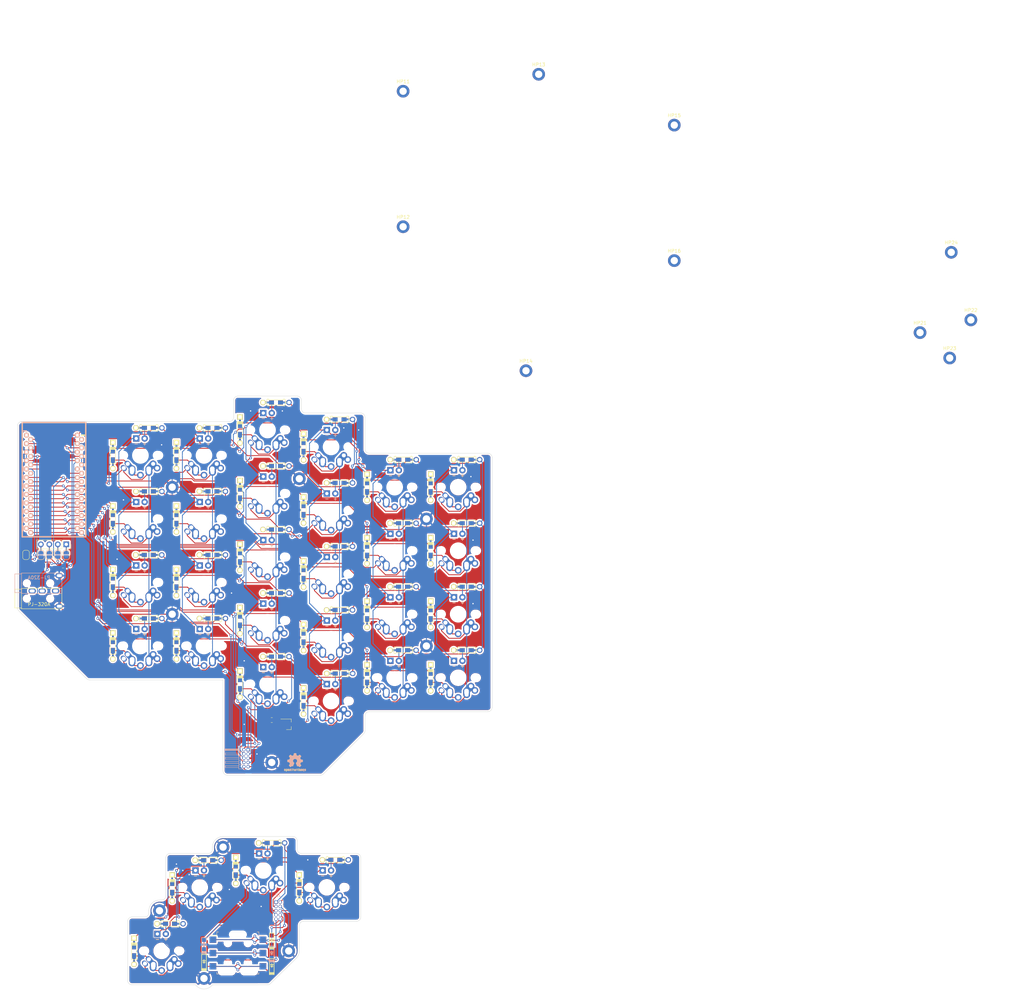
<source format=kicad_pcb>
(kicad_pcb (version 20211014) (generator pcbnew)
  (title_block (title "Manufold v2.0") (date "2022-01-19") (rev "A"))
  (layers (0 "F.Cu" signal) (31 "B.Cu" signal) (34 "B.Paste" user) (35 "F.Paste" user) (36 "B.SilkS" user "B.Silkscreen") (37 "F.SilkS" user "F.Silkscreen") (38 "B.Mask" user) (39 "F.Mask" user) (44 "Edge.Cuts" user))
  (net 0 "")
  (net 1 "Net-(D11-Pad2)")
  (net 2 "main_row1")
  (net 3 "Net-(D12-Pad2)")
  (net 4 "Net-(D13-Pad2)")
  (net 5 "Net-(D14-Pad2)")
  (net 6 "Net-(D15-Pad2)")
  (net 7 "Net-(D16-Pad2)")
  (net 8 "Net-(D21-Pad2)")
  (net 9 "Net-(D22-Pad2)")
  (net 10 "Net-(D23-Pad2)")
  (net 11 "Net-(D24-Pad2)")
  (net 12 "Net-(D25-Pad2)")
  (net 13 "Net-(D26-Pad2)")
  (net 14 "Net-(D31-Pad2)")
  (net 15 "Net-(D32-Pad2)")
  (net 16 "Net-(D33-Pad2)")
  (net 17 "Net-(D34-Pad2)")
  (net 18 "Net-(D35-Pad2)")
  (net 19 "Net-(D36-Pad2)")
  (net 20 "Net-(D41-Pad2)")
  (net 21 "Net-(D42-Pad2)")
  (net 22 "Net-(D43-Pad2)")
  (net 23 "Net-(D44-Pad2)")
  (net 24 "Net-(D45-Pad2)")
  (net 25 "Net-(D46-Pad2)")
  (net 26 "Net-(D51-Pad2)")
  (net 27 "Net-(D52-Pad2)")
  (net 28 "Net-(D53-Pad2)")
  (net 29 "Net-(D54-Pad2)")
  (net 30 "Net-(D55-Pad2)")
  (net 31 "Net-(D56-Pad2)")
  (net 32 "sub_col1")
  (net 33 "Net-(D61-Pad1)")
  (net 34 "sub_col2")
  (net 35 "Net-(D62-Pad1)")
  (net 36 "sub_col3")
  (net 37 "Net-(D63-Pad1)")
  (net 38 "sub_col5")
  (net 39 "Net-(D65-Pad1)")
  (net 40 "sub_col6")
  (net 41 "Net-(D66-Pad1)")
  (net 42 "GND")
  (net 43 "GND1")
  (net 44 "GND2")
  (net 45 "GND3")
  (net 46 "VCC")
  (net 47 "main_led_neg")
  (net 48 "main_row5")
  (net 49 "main_row6")
  (net 50 "main_col1")
  (net 51 "main_col2")
  (net 52 "main_col3")
  (net 53 "main_col5")
  (net 54 "main_col6")
  (net 55 "sub_led_pos")
  (net 56 "sub_led_neg")
  (net 57 "sub_row5")
  (net 58 "sub_row6")
  (net 59 "Net-(J3-Pad1)")
  (net 60 "Net-(J3-Pad2)")
  (net 61 "Net-(J3-Pad3)")
  (net 62 "Net-(J3-Pad4)")
  (net 63 "serial")
  (net 65 "sda")
  (net 66 "scl")
  (net 67 "Net-(Q1-Pad1)")
  (net 68 "led")
  (net 69 "Net-(R11-Pad2)")
  (net 70 "Net-(R12-Pad2)")
  (net 71 "Net-(R13-Pad2)")
  (net 72 "Net-(R14-Pad2)")
  (net 73 "Net-(R15-Pad2)")
  (net 74 "Net-(R16-Pad2)")
  (net 75 "Net-(R21-Pad2)")
  (net 76 "Net-(R22-Pad2)")
  (net 77 "Net-(R23-Pad2)")
  (net 78 "Net-(R24-Pad2)")
  (net 79 "Net-(R25-Pad2)")
  (net 80 "Net-(R26-Pad2)")
  (net 81 "Net-(R31-Pad2)")
  (net 82 "Net-(R32-Pad2)")
  (net 83 "Net-(R33-Pad2)")
  (net 84 "Net-(R34-Pad2)")
  (net 85 "Net-(R35-Pad2)")
  (net 86 "Net-(R36-Pad2)")
  (net 87 "Net-(R41-Pad2)")
  (net 88 "Net-(R42-Pad2)")
  (net 89 "Net-(R43-Pad2)")
  (net 90 "Net-(R44-Pad2)")
  (net 91 "Net-(R45-Pad2)")
  (net 92 "Net-(R46-Pad2)")
  (net 93 "Net-(R51-Pad2)")
  (net 94 "Net-(R52-Pad2)")
  (net 95 "Net-(R53-Pad2)")
  (net 96 "Net-(R54-Pad2)")
  (net 97 "Net-(R55-Pad2)")
  (net 98 "Net-(R56-Pad2)")
  (net 99 "reset")
  (net 100 "main_col4")
  (net 102 "main_row2")
  (net 103 "main_row3")
  (net 104 "main_row4")
  (footprint "keebio:MX_Switch_Cutout" (layer "F.Cu") (at 190.5 55.88)
    (fp_text reference "HS34" hide)
    (fp_text value "Hole" hide)
  )
  (footprint "keebio:Resistor-Hybrid" (layer "F.Cu") (at 82.55 167.005)
    (fp_text reference "R32" hide)
    (fp_text value "R" hide)
  )
  (footprint "keebio:MX_Switch_Cutout" (layer "F.Cu") (at 210.82 88.9)
    (fp_text reference "HS45" hide)
    (fp_text value "Hole" hide)
  )
  (footprint "keebio:Triple-Dual-1u-LED" (layer "F.Cu") (at 118.11 134.62 180)
    (fp_text reference "SW14" hide)
    (fp_text value "MX_LED" hide)
  )
  (footprint "keebio:MX_Switch_Cutout" (layer "F.Cu") (at 265.43 167.64)
    (fp_text reference "HS52" hide)
    (fp_text value "Hole" hide)
  )
  (footprint "keebio:Triple-Dual-1u-LED" (layer "F.Cu") (at 118.11 172.72 180)
    (fp_text reference "SW34" hide)
    (fp_text value "MX_LED" hide)
  )
  (footprint "MountingHole:MountingHole_2.2mm_M2_DIN965_Pad" (layer "F.Cu") (at 139.7 68.58)
    (fp_text reference "HP12")
    (fp_text value "MountingHole_Pad")
  )
  (footprint "keebio:Resistor-Hybrid" (layer "F.Cu") (at 120.65 164.465)
    (fp_text reference "R34" hide)
    (fp_text value "R" hide)
  )
  (footprint "keebio:Triple-Dual-1u-LED" (layer "F.Cu") (at 67.31 285.75 180)
    (fp_text reference "SW55" hide)
    (fp_text value "MX_LED" hide)
  )
  (footprint "keebio:Diode-dual" (layer "F.Cu") (at 109.855 153.54 90)
    (fp_text reference "D24" hide)
    (fp_text value "D" hide)
  )
  (footprint "keebio:D_SOD123F" (layer "F.Cu") (at 100.33 282.517 90)
    (fp_text reference "D66" hide)
    (fp_text value "D" hide)
  )
  (footprint "keebio:Diode-dual" (layer "F.Cu") (at 108.585 266.83 90)
    (fp_text reference "D51" hide)
    (fp_text value "D" hide)
  )
  (footprint "keebio:Diode-dual" (layer "F.Cu") (at 109.855 134.62 90)
    (fp_text reference "D14" hide)
    (fp_text value "D" hide)
  )
  (footprint "keebio:Diode-dual" (layer "F.Cu") (at 147.955 184.785 90)
    (fp_text reference "D36" hide)
    (fp_text value "D" hide)
  )
  (footprint "keebio:Triple-Dual-1u-LED" (layer "F.Cu") (at 99.06 205.74 180)
    (fp_text reference "SW53" hide)
    (fp_text value "MX_LED" hide)
  )
  (footprint "keebio:Triple-Dual-1u-LED" (layer "F.Cu") (at 156.21 165.735 180)
    (fp_text reference "SW26" hide)
    (fp_text value "MX_LED" hide)
  )
  (footprint "keebio:Triple-Dual-1u-LED" (layer "F.Cu") (at 80.01 156.21 180)
    (fp_text reference "SW22" hide)
    (fp_text value "MX_LED" hide)
  )
  (footprint "keebio:Triple-Dual-1u-LED" (layer "F.Cu") (at 156.21 203.835 180)
    (fp_text reference "SW46" hide)
    (fp_text value "MX_LED" hide)
  )
  (footprint "Jumper:SolderJumper-2_P1.3mm_Open_RoundedPad1.0x1.5mm" (layer "F.Cu") (at 31.115 167.005 90)
    (fp_text reference "JP1" hide)
    (fp_text value "SolderJumper_2_Open")
  )
  (footprint "MountingHole:MountingHole_2.2mm_M2_DIN965_Pad" (layer "F.Cu") (at 70.485 184.785)
    (fp_text reference "H12" hide)
    (fp_text value "MountingHole_Pad")
  )
  (footprint "keebio:Triple-Dual-1u-LED" (layer "F.Cu") (at 116.84 266.7 180)
    (fp_text reference "SW51" hide)
    (fp_text value "MX_LED" hide)
  )
  (footprint "keebio:MX_Switch_Cutout" (layer "F.Cu") (at 129.54 58.42)
    (fp_text reference "HS31" hide)
    (fp_text value "Hole" hide)
  )
  (footprint "keebio:TRRS-PJ-320A-dual" (layer "F.Cu") (at 25.3175 177.8 90)
    (fp_text reference "J4" hide)
    (fp_text value "TRRS")
  )
  (footprint "keebio:Resistor-Hybrid" (layer "F.Cu") (at 139.7 157.48)
    (fp_text reference "R25" hide)
    (fp_text value "R" hide)
  )
  (footprint "keebio:Resistor-Hybrid" (layer "F.Cu") (at 120.65 183.515)
    (fp_text reference "R44" hide)
    (fp_text value "R" hide)
  )
  (footprint "keebio:MX_Switch_Cutout" (layer "F.Cu") (at 149.86 17.78)
    (fp_text reference "HS12" hide)
    (fp_text value "Hole" hide)
  )
  (footprint "MountingHole:MountingHole_2.2mm_M2_DIN965_Pad" (layer "F.Cu") (at 80.01 294.005)
    (fp_text reference "H24" hide)
    (fp_text value "MountingHole_Pad")
  )
  (footprint "keebio:Resistor-Hybrid" (layer "F.Cu") (at 63.46 167.005)
    (fp_text reference "R31" hide)
    (fp_text value "R" hide)
  )
  (footprint "keebio:Diode-dual" (layer "F.Cu") (at 70.485 266.8578 90)
    (fp_text reference "D56" hide)
    (fp_text value "D" hide)
  )
  (footprint "keebio:MX_Switch_Cutout" (layer "F.Cu") (at 149.86 58.42)
    (fp_text reference "HS32" hide)
    (fp_text value "Hole" hide)
  )
  (footprint "keebio:MX_Switch_Cutout" (layer "F.Cu") (at 190.5 96.52)
    (fp_text reference "HS54" hide)
    (fp_text value "Hole" hide)
  )
  (footprint "keebio:MX_Switch_Cutout" (layer "F.Cu") (at 275.59 147.32)
    (fp_text reference "HS56" hide)
    (fp_text value "Hole" hide)
  )
  (footprint "keebio:Diode-dual" (layer "F.Cu") (at 128.905 146.685 90)
    (fp_text reference "D15" hide)
    (fp_text value "D" hide)
  )
  (footprint "keebio:Triple-Dual-1u-LED" (layer "F.Cu") (at 137.16 165.735 180)
    (fp_text reference "SW25" hide)
    (fp_text value "MX_LED" hide)
  )
  (footprint "keebio:MX_Switch_Cutout" (layer "F.Cu") (at 231.14 88.9)
    (fp_text reference "HS46" hide)
    (fp_text value "Hole" hide)
  )
  (footprint "keebio:Resistor-Hybrid" (layer "F.Cu") (at 69.85 277.6128)
    (fp_text reference "R55" hide)
    (fp_text value "R" hide)
  )
  (footprint "keebio:Triple-Dual-1u-LED" (layer "F.Cu") (at 118.11 191.77 180)
    (fp_text reference "SW44" hide)
    (fp_text value "MX_LED" hide)
  )
  (footprint "Resistor_SMD:R_0805_2012Metric" (layer "F.Cu") (at 37.7425 170.18 180)
    (fp_text reference "R3" hide)
    (fp_text value "R")
  )
  (footprint "MountingHole:MountingHole_2.2mm_M2_DIN965_Pad" (layer "F.Cu") (at 66.675 273.685)
    (fp_text reference "H21" hide)
    (fp_text value "MountingHole_Pad")
  )
  (footprint "keebio:Triple-Dual-1u-LED" (layer "F.Cu") (at 99.06 129.54 180)
    (fp_text reference "SW13" hide)
    (fp_text value "MX_LED" hide)
  )
  (footprint "MountingHole:MountingHole_2.2mm_M2_DIN965_Pad" (layer "F.Cu") (at 303.53 107.95)
    (fp_text reference "HP23")
    (fp_text value "MountingHole_Pad")
  )
  (footprint "keebio:Resistor-Hybrid" (layer "F.Cu") (at 82.55 128.905)
    (fp_text reference "R12" hide)
    (fp_text value "R" hide)
  )
  (footprint "keebio:Diode-dual" (layer "F.Cu") (at 52.705 175.26 90)
    (fp_text reference "D31" hide)
    (fp_text value "D" hide)
  )
  (footprint "keebio:Diode-dual" (layer "F.Cu") (at 109.855 172.72 90)
    (fp_text reference "D34" hide)
    (fp_text value "D" hide)
  )
  (footprint "digikey:Switch_Nav_12.4x12.4mm_SMD_JS5208" (layer "F.Cu") (at 90.17 286.385)
    (fp_text reference "SN2" hide)
    (fp_text value "JS5208")
  )
  (footprint "keebio:Diode-dual" (layer "F.Cu") (at 128.905 184.785 90)
    (fp_text reference "D35" hide)
    (fp_text value "D" hide)
  )
  (footprint "keebio:Triple-Dual-1u-LED" (layer "F.Cu") (at 80.01 194.31 180)
    (fp_text reference "SW42" hide)
    (fp_text value "MX_LED" hide)
  )
  (footprint "keebio:Triple-Dual-1u-LED" (layer "F.Cu") (at 60.96 194.31 180)
    (fp_text reference "SW41" hide)
    (fp_text value "MX_LED" hide)
  )
  (footprint "keebio:MX_Switch_Cutout" (layer "F.Cu") (at 210.82 68.58)
    (fp_text reference "HS35" hide)
    (fp_text value "Hole" hide)
  )
  (footprint "keebio:Triple-Dual-1u-LED" (layer "F.Cu") (at 60.96 175.26 180)
    (fp_text reference "SW31" hide)
    (fp_text value "MX_LED" hide)
  )
  (footprint "MountingHole:MountingHole_2.2mm_M2_DIN965_Pad" (layer "F.Cu") (at 105.41 285.75)
    (fp_text reference "H23" hide)
    (fp_text value "MountingHole_Pad")
  )
  (footprint "MountingHole:MountingHole_2.2mm_M2_DIN965_Pad" (layer "F.Cu") (at 220.98 38.1)
    (fp_text reference "HP15")
    (fp_text value "MountingHole_Pad")
  )
  (footprint "keebio:Resistor-Hybrid" (layer "F.Cu") (at 101.6 121.285)
    (fp_text reference "R13" hide)
    (fp_text value "R" hide)
  )
  (footprint "keebio:Triple-Dual-1u-LED" (layer "F.Cu") (at 78.74 266.7 180)
    (fp_text reference "SW56" hide)
    (fp_text value "MX_LED" hide)
  )
  (footprint "keebio:Triple-Dual-1u-LED" (layer "F.Cu") (at 156.21 184.785 180)
    (fp_text reference "SW36" hide)
    (fp_text value "MX_LED" hide)
  )
  (footprint "Jumper:SolderJumper-2_P1.3mm_Open_RoundedPad1.0x1.5mm" (layer "F.Cu") (at 33.655 167.005 90)
    (fp_text reference "JP2" hide)
    (fp_text value "SolderJumper_2_Open")
  )
  (footprint "keebio:Diode-dual" (layer "F.Cu") (at 109.855 191.77 90)
    (fp_text reference "D44" hide)
    (fp_text value "D" hide)
  )
  (footprint "keebio:MX_Switch_Cutout" (layer "F.Cu") (at 170.18 50.8)
    (fp_text reference "HS33" hide)
    (fp_text value "Hole" hide)
  )
  (footprint "keebio:MX_Switch_Cutout" (layer "F.Cu") (at 170.18 30.48)
    (fp_text reference "HS23" hide)
    (fp_text value "Hole" hide)
  )
  (footprint "keebio:Diode-dual" (layer "F.Cu") (at 90.805 186.69 90)
    (fp_text reference "D43" hide)
    (fp_text value "D" hide)
  )
  (footprint "keebio:Diode-dual" (layer "F.Cu") (at 71.755 194.31 90)
    (fp_text reference "D42" hide)
    (fp_text value "D" hide)
  )
  (footprint "keebio:Resistor-Hybrid" (layer "F.Cu") (at 120.65 145.415)
    (fp_text reference "R24" hide)
    (fp_text value "R" hide)
  )
  (footprint "MountingHole:MountingHole_2.2mm_M2_DIN965_Pad" (layer "F.Cu") (at 108.585 144.145)
    (fp_text reference "H13" hide)
    (fp_text value "MountingHole_Pad")
  )
  (footprint "keebio:Resistor-Hybrid" (layer "F.Cu") (at 139.7 195.58)
    (fp_text reference "R45" hide)
    (fp_text value "R" hide)
  )
  (footprint "MountingHole:MountingHole_2.2mm_M2_DIN965_Pad" (layer "F.Cu") (at 180.34 22.86)
    (fp_text reference "HP13")
    (fp_text value "MountingHole_Pad")
  )
  (footprint "keebio:Diode-dual" (layer "F.Cu") (at 90.805 205.74 90)
    (fp_text reference "D53" hide)
    (fp_text value "D" hide)
  )
  (footprint "MountingHole:MountingHole_2.2mm_M2_DIN965_Pad" (layer "F.Cu") (at 309.88 96.52)
    (fp_text reference "HP22")
    (fp_text value "MountingHole_Pad")
  )
  (footprint "keebio:Resistor-Hybrid" (layer "F.Cu") (at 120.69 202.565)
    (fp_text reference "R54" hide)
    (fp_text value "R" hide)
  )
  (footprint "keebio:Triple-Dual-1u-LED" (layer "F.Cu") (at 137.16 203.835 180)
    (fp_text reference "SW45" hide)
    (fp_text value "MX_LED" hide)
  )
  (footprint "keebio:MX_Switch_Cutout" (layer "F.Cu") (at 210.82 27.94)
    (fp_text reference "HS15" hide)
    (fp_text value "Hole" hide)
  )
  (footprint "Jumper:SolderJumper-2_P1.3mm_Open_RoundedPad1.0x1.5mm" (layer "F.Cu") (at 26.67 167.005 90)
    (fp_text reference "SW1" hide)
    (fp_text value "SW_Push")
  )
  (footprint "MountingHole:MountingHole_2.2mm_M2_DIN965_Pad" (layer "F.Cu") (at 146.685 194.31)
    (fp_text reference "H16" hide)
    (fp_text value "MountingHole_Pad")
  )
  (footprint "keebio:Diode-dual" (layer "F.Cu") (at 147.955 165.735 90)
    (fp_text reference "D26" hide)
    (fp_text value "D" hide)
  )
  (footprint "keebio:MX_Switch_Cutout" (layer "F.Cu") (at 129.54 38.1)
    (fp_text reference "HS21" hide)
    (fp_text value "Hole" hide)
  )
  (footprint "keebio:MX_Switch_Cutout" (layer "F.Cu") (at 316.23 147.32)
    (fp_text reference "HS51" hide)
    (fp_text value "Hole" hide)
  )
  (footprint "keebio:Resistor-Hybrid" (layer "F.Cu") (at 158.75 138.43)
    (fp_text reference "R16" hide)
    (fp_text value "R" hide)
  )
  (footprint "Connector_PinSocket_2.54mm:PinSocket_1x04_P2.54mm_Vertical" (layer "F.Cu") (at 38.735 163.83 -90)
    (fp_text reference "J3" hide)
    (fp_text value "Conn_01x04_Female")
  )
  (footprint "keebio:Diode-dual" (layer "F.Cu") (at 90.805 129.54 90)
    (fp_text reference "D13" hide)
    (fp_text value "D" hide)
  )
  (footprint "keebio:MX_Switch_Cutout" (layer "F.Cu") (at 295.91 142.24)
    (fp_text reference "HS55" hide)
    (fp_text value "Hole" hide)
  )
  (footprint "keebio:Resistor-Hybrid" (layer "F.Cu") (at 82.55 186.055)
    (fp_text reference "R42" hide)
    (fp_text value "R" hide)
  )
  (footprint "keebio:Resistor-Hybrid" (layer "F.Cu") (at 158.75 176.53)
    (fp_text reference "R36" hide)
    (fp_text value "R" hide)
  )
  (footprint "keebio:Diode-dual" (layer "F.Cu") (at 71.755 156.21 90)
    (fp_text reference "D22" hide)
    (fp_text value "D" hide)
  )
  (footprint "Jumper:SolderJumper-2_P1.3mm_Open_RoundedPad1.0x1.5mm" (layer "F.Cu") (at 36.195 167.005 90)
    (fp_text reference "JP3" hide)
    (fp_text value "SolderJumper_2_Open")
  )
  (footprint "keebio:MX_Switch_Cutout" (layer "F.Cu") (at 190.5 35.56)
    (fp_text reference "HS24" hide)
    (fp_text value "Hole" hide)
  )
  (footprint "keebio:Triple-Dual-1u-LED" (layer "F.Cu") (at 118.11 210.82 180)
    (fp_text reference "SW54" hide)
    (fp_text value "MX_LED" hide)
  )
  (footprint "keebio:MX_Switch_Cutout" (layer "F.Cu") (at 210.82 48.26)
    (fp_text reference "HS25" hide)
    (fp_text value "Hole" hide)
  )
  (footprint "keebio:Resistor-Hybrid" (layer "F.Cu") (at 101.6 178.435)
    (fp_text reference "R43" hide)
    (fp_text value "R" hide)
  )
  (footprint "MountingHole:MountingHole_2.2mm_M2_DIN965_Pad" (layer "F.Cu") (at 70.485 146.685)
    (fp_text reference "H11" hide)
    (fp_text value "MountingHole_Pad")
  )
  (footprint "keebio:Resistor-Hybrid" (layer "F.Cu") (at 100.29 253.365)
    (fp_text reference "R52" hide)
    (fp_text value "R" hide)
  )
  (footprint "keebio:Diode-dual" (layer "F.Cu") (at 90.805 167.68 90)
    (fp_text reference "D33" hide)
    (fp_text value "D" hide)
  )
  (footprint "MountingHole:MountingHole_2.2mm_M2_DIN965_Pad" (layer "F.Cu") (at 85.725 254.635)
    (fp_text reference "H22" hide)
    (fp_text value "MountingHole_Pad")
  )
  (footprint "MountingHole:MountingHole_2.2mm_M2_DIN965_Pad" (layer "F.Cu") (at 100.33 229.235)
    (fp_text reference "H14" hide)
    (fp_text value "MountingHole_Pad")
  )
  (footprint "keebio:D_SOD123F" (layer "F.Cu") (at 100.33 290.137 90)
    (fp_text reference "D65" hide)
    (fp_text value "D" hide)
  )
  (footprint "keebio:MX_Switch_Cutout" (layer "F.Cu") (at 170.18 71.12)
    (fp_text reference "HS43" hide)
    (fp_text value "Hole" hide)
  )
  (footprint "Jumper:SolderJumper-2_P1.3mm_Open_RoundedPad1.0x1.5mm" (layer "F.Cu") (at 38.735 166.99 90)
    (fp_text reference "JP4" hide)
    (fp_text value "SolderJumper_2_Open")
  )
  (footprint "keebio:MX_Switch_Cutout" (layer "F.Cu") (at 231.14 27.94)
    (fp_text reference "HS16" hide)
    (fp_text value "Hole" hide)
  )
  (footprint "keebio:MX_Switch_Cutout" (layer "F.Cu") (at 149.86 38.1)
    (fp_text reference "HS22" hide)
    (fp_text value "Hole" hide)
  )
  (footprint "keebio:Resistor-Hybrid" (layer "F.Cu") (at 101.6 140.335)
    (fp_text reference "R23" hide)
    (fp_text value "R" hide)
  )
  (footprint "keebio:MX_Switch_Cutout" (layer "F.Cu") (at 170.18 91.44)
    (fp_text reference "HS53" hide)
    (fp_text value "Hole" hide)
  )
  (footprint "keebio:Diode-dual" (layer "F.Cu") (at 147.955 203.835 90)
    (fp_text reference "D46" hide)
    (fp_text value "D" hide)
  )
  (footprint "keebio:MX_Switch_Cutout" (layer "F.Cu") (at 170.18 10.16)
    (fp_text reference "HS13" hide)
    (fp_text value "Hole" hide)
  )
  (footprint "keebio:Resistor-Hybrid" (layer "F.Cu") (at 158.75 195.58)
    (fp_text reference "R46" hide)
    (fp_text value "R" hide)
  )
  (footprint "keebio:Triple-Dual-1u-LED" (layer "F.Cu") (at 137.16 146.685 180)
    (fp_text reference "SW15" hide)
    (fp_text value "MX_LED" hide)
  )
  (footprint "keebio:Diode-dual" (layer "F.Cu") (at 128.905 165.735 90)
    (fp_text reference "D25" hide)
    (fp_text value "D" hide)
  )
  (footprint "keebio:Triple-Dual-1u-LED" (layer "F.Cu") (at 137.16 184.785 180)
    (fp_text reference "SW35" hide)
    (fp_text value "MX_LED" hide)
  )
  (footprint "keebio:Resistor-Hybrid" (layer "F.Cu") (at 82.55 147.955)
    (fp_text reference "R22" hide)
    (fp_text value "R" hide)
  )
  (footprint "keebio:Triple-Dual-1u-LED" (layer "F.Cu") (at 80.01 137.16 180)
    (fp_text reference "SW12" hide)
    (fp_text value "MX_LED" hide)
  )
  (footprint "keebio:Triple-Dual-1u-LED" (layer "F.Cu") (at 97.79 261.62 180)
    (fp_text reference "SW52" hide)
    (fp_text value "MX_LED" hide)
  )
  (footprint "keebio:SOT-23_Handsoldering" (layer "F.Cu") (at 105.41 217.805)
    (fp_text reference "Q1" hide)
    (fp_text value "Q_NMOS_GSD")
  )
  (footprint "keebio:Triple-Dual-1u-LED" (layer "F.Cu") (at 99.06 167.64 180)
    (fp_text reference "SW33" hide)
    (fp_text value "MX_LED" hide)
  )
  (footprint "keebio:Resistor-Hybrid" (layer "F.Cu") (at 101.6 197.485)
    (fp_text reference "R53" hide)
    (fp_text value "R" hide)
  )
  (footprint "keebio:Triple-Dual-1u-LED" (layer "F.Cu") (at 80.01 175.26 180)
    (fp_text reference "SW32" hide)
    (fp_text value "MX_LED" hide)
  )
  (footprint "keebio:MX_Switch_Cutout" (layer "F.Cu") (at 190.5 76.2)
    (fp_text reference "HS44" hide)
    (fp_text value "Hole" hide)
  )
  (footprint "keebio:Triple-Dual-1u-LED" (layer "F.Cu") (at 156.21 146.685 180)
    (fp_text reference "SW16" hide)
    (fp_text value "MX_LED" hide)
  )
  (footprint "MountingHole:MountingHole_2.2mm_M2_DIN965_Pad" (layer "F.Cu") (at 294.64 100.33)
    (fp_text reference "HP21")
    (fp_text value "MountingHole_Pad")
  )
  (footprint "keebio:Resistor-Hybrid" (layer "F.Cu") (at 158.75 157.48)
    (fp_text reference "R26" hide)
    (fp_text value "R" hide)
  )
  (footprint "Resistor_SMD:R_0805_2012Metric" (layer "F.Cu") (at 32.385 170.18 180)
    (fp_text reference "R2" hide)
    (fp_text value "R")
  )
  (footprint "keebio:Diode-dual" (layer "F.Cu") (at 59.055 285.8678 90)
    (fp_text reference "D55" hide)
    (fp_text value "D" hide)
  )
  (footprint "MountingHole:MountingHole_2.2mm_M2_DIN965_Pad" (layer "F.Cu") (at 176.53 111.76)
    (fp_text reference "HP14")
    (fp_text value "MountingHole_Pad")
  )
  (footprint "keebio:Resistor-Hybrid" (layer "F.Cu") (at 139.7 176.53)
    (fp_text reference "R35" hide)
    (fp_text value "R" hide)
  )
  (footprint "keebio:MX_Switch_Cutout" (layer "F.Cu") (at 129.54 78.74)
    (fp_text reference "HS41" hide)
    (fp_text value "Hole" hide)
  )
  (footprint "keebio:MX_Switch_Cutout" (layer "F.Cu") (at 129.54 17.78)
    (fp_text reference "HS11" hide)
    (fp_text value "Hole" hide)
  )
  (footprint "MountingHole:MountingHole_2.2mm_M2_DIN965_Pad" (layer "F.Cu") (at 146.685 156.21)
    (fp_text reference "H15" hide)
    (fp_text value "MountingHole_Pad")
  )
  (footprint "MountingHole:MountingHole_2.2mm_M2_DIN965_Pad" (layer "F.Cu") (at 139.7 27.94)
    (fp_text reference "HP11")
    (fp_text value "MountingHole_Pad")
  )
  (footprint "Resistor_SMD:R_0805_2012Metric" (layer "F.Cu") (at 100.33 216.535)
    (fp_text reference "R1" hide)
    (fp_text value "R")
  )
  (footprint "keebio:MX_Switch_Cutout" (layer "F.Cu") (at 231.14 68.58)
    (fp_text reference "HS36" hide)
    (fp_text value "Hole" hide)
  )
  (footprint "keebio:Resistor-Hybrid" (layer "F.Cu") (at 120.65 126.365)
    (fp_text reference "R14" hide)
    (fp_text value "R" hide)
  )
  (footprint "Symbol:OSHW-Logo2_7.3x6mm_SilkScreen" (layer "F.Cu") (at 107.315 229.235)
    (fp_text reference "REF**" hide)
    (fp_text value "OSHW-Logo2_7.3x6mm_SilkScreen" hide)
  )
  (footprint "keebio:Triple-Dual-1u-LED" (layer "F.Cu") (at 99.06 148.59 180)
    (fp_text reference "SW23" hide)
    (fp_text value "MX_LED" hide)
  )
  (footprint "keebio:Diode-dual" (layer "F.Cu") (at 52.705 194.31 90)
    (fp_text reference "D41" hide)
    (fp_text value "D" hide)
  )
  (footprint "keebio:MX_Switch_Cutout" (layer "F.Cu") (at 231.14 48.26)
    (fp_text reference "HS26" hide)
    (fp_text value "Hole" hide)
  )
  (footprint "keebio:MX_Switch_Cutout" (layer "F.Cu") (at 149.86 78.74)
    (fp_text reference "HS42" hide)
    (fp_text value "Hole" hide)
  )
  (footprint "keebio:Diode-dual" (layer "F.Cu") (at 147.955 146.685 90)
    (fp_text reference "D16" hide)
    (fp_text value "D" hide)
  )
  (footprint "keebio:D_SOD123F" (layer "F.Cu") (at 80.01 288.925 90)
    (fp_text reference "D63" hide)
    (fp_text value "D" hide)
  )
  (footprint "keebio:Diode-dual" (layer "F.Cu") (at 71.755 137.16 90)
    (fp_text reference "D12" hide)
    (fp_text value "D" hide)
  )
  (footprint "keebio:Triple-Dual-1u-LED" (layer "F.Cu") (at 60.96 156.21 180)
    (fp_text reference "SW21" hide)
    (fp_text value "MX_LED" hide)
  )
  (footprint "MountingHole:MountingHole_2.2mm_M2_DIN965_Pad" (layer "F.Cu") (at 220.98 78.74)
    (fp_text reference "HP16")
    (fp_text value "MountingHole_Pad")
  )
  (footprint "keebio:Resistor-Hybrid" (layer "F.Cu") (at 63.5 186.055)
    (fp_text reference "R41" hide)
    (fp_text value "R" hide)
  )
  (footprint "keebio:Diode-dual" (layer "F.Cu") (at 71.755 175.26 90)
    (fp_text reference "D32" hide)
    (fp_text value "D" hide)
  )
  (footprint "keebio:Diode-dual" (layer "F.Cu") (at 52.705 137.16 90)
    (fp_text reference "D11" hide)
    (fp_text value "D" hide)
  )
  (footprint "keebio:Diode-dual" (layer "F.Cu") (at 128.905 203.835 90)
    (fp_text reference "D45" hide)
    (fp_text value "D" hide)
  )
  (footprint "keebio:Triple-Dual-1u-LED" (layer "F.Cu") (at 118.11 153.67 180)
    (fp_text reference "SW24" hide)
    (fp_text value "MX_LED" hide)
  )
  (footprint "promicro_dual:promicro_dual" (layer "F.Cu") (at 34.425 145.04875 -90)
    (fp_text reference "U1" hide)
    (fp_text value "ProMicro" hide)
  )
  (footprint "keebio:Resistor-Hybrid" (layer "F.Cu") (at 101.6 159.385)
    (fp_text reference "R33" hide)
    (fp_text value "R" hide)
  )
  (footprint "keebio:Resistor-Hybrid" (layer "F.Cu") (at 63.5 147.955)
    (fp_text reference "R21" hide)
    (fp_text value "R" hide)
  )
  (footprint "keebio:Resistor-Hybrid" (layer "F.Cu") (at 119.38 258.445)
    (fp_text reference "R51" hide)
    (fp_text value "R" hide)
  )
  (footprint "keebio:MX_Switch_Cutout" (layer "F.Cu") (at 190.5 15.24)
    (fp_text reference "HS14" hide)
    (fp_text value "Hole" hide)
  )
  (footprint "keebio:Diode-dual" (layer "F.Cu") (at 52.705 156.21 90)
    (fp_text reference "D21" hide)
    (fp_text value "D" hide)
  )
  (footprint "keebio:Resistor-Hybrid" (layer "F.Cu") (at 139.74 138.43)
    (fp_text reference "R15" hide)
    (fp_text value "R" hide)
  )
  (footprint "keebio:Resistor-Hybrid" (layer "F.Cu") (at 81.28 258.5628)
    (fp_text reference "R56" hide)
    (fp_text value "R" hide)
  )
  (footprint "keebio:Resistor-Hybrid" (layer "F.Cu") (at 63.5 128.905)
    (fp_text reference "R11" hide)
    (fp_text value "R" hide)
  )
  (footprint "keebio:Triple-Dual-1u-LED" (layer "F.Cu") (at 99.06 186.69 180)
    (fp_text reference "SW43" hide)
    (fp_text value "MX_LED" hide)
  )
  (footprint "keebio:Diode-dual" (layer "F.Cu") (at 90.805 148.59 90)
    (fp_text reference "D23" hide)
    (fp_text value "D" hide)
  )
  (footprint "keebio:Diode-dual" (layer "F.Cu") (at 109.855 210.82 90)
    (fp_text reference "D54" hide)
    (fp_text value "D" hide)
  )
  (footprint "keebio:Diode-dual" (layer "F.Cu") (at 89.535 261.62 90)
    (fp_text reference "D52" hide)
    (fp_text value "D" hide)
  )
  (footprint "MountingHole:MountingHole_2.2mm_M2_DIN965_Pad" (layer "F.Cu") (at 304 76.25)
    (fp_text reference "HP24")
    (fp_text value "MountingHole_Pad")
  )
  (footprint "keebio:Triple-Dual-1u-LED" (layer "F.Cu") (at 60.96 137.16 180)
    (fp_text reference "SW11" hide)
    (fp_text value "MX_LED" hide)
  )
  (footprint "keebio:D_SOD123F" (layer "B.Cu") (at 100.33 286.385 90)
    (fp_text reference "D61" hide)
    (fp_text value "D" hide)
  )
  (footprint "Jumper:SolderJumper-2_P1.3mm_Open_RoundedPad1.0x1.5mm" (layer "B.Cu") (at 36.195 166.99 -90)
    (fp_text reference "JP6" hide)
    (fp_text value "SolderJumper_2_Open")
  )
  (footprint "Jumper:SolderJumper-2_P1.3mm_Open_RoundedPad1.0x1.5mm" (layer "B.Cu") (at 38.735 166.99 -90)
    (fp_text reference "JP5" hide)
    (fp_text value "SolderJumper_2_Open")
  )
  (footprint "Connector_PinSocket_1.27mm:PinSocket_2x05_P1.27mm_Vertical" (layer "B.Cu") (at 101.6 271.145 180)
    (fp_text reference "J2")
    (fp_text value "Conn_02x05_Top_Bottom")
  )
  (footprint "Symbol:OSHW-Logo2_7.3x6mm_SilkScreen" (layer "B.Cu") (at 107.315 229.235 180)
    (fp_text reference "REF**" hide)
    (fp_text value "OSHW-Logo2_7.3x6mm_SilkScreen" hide)
  )
  (footprint "Connector_PinHeader_1.27mm:PinHeader_2x05_P1.27mm_Horizontal" (layer "B.Cu") (at 93.245 225.415 180)
    (fp_text reference "J1" hide)
    (fp_text value "Conn_02x05_Top_Bottom")
  )
  (footprint "keebio:D_SOD123F" (layer "B.Cu") (at 80.01 283.845 90)
    (fp_text reference "D62" hide)
    (fp_text value "D" hide)
  )
  (footprint "digikey:Switch_Nav_12.4x12.4mm_SMD_JS5208" (layer "B.Cu") (at 90.17 286.385 180)
    (fp_text reference "SN1" hide)
    (fp_text value "JS5208")
  )
  (footprint "Jumper:SolderJumper-2_P1.3mm_Open_RoundedPad1.0x1.5mm" (layer "B.Cu") (at 31.115 167.005 -90)
    (fp_text reference "JP8" hide)
    (fp_text value "SolderJumper_2_Open")
  )
  (footprint "Jumper:SolderJumper-2_P1.3mm_Open_RoundedPad1.0x1.5mm" (layer "B.Cu") (at 33.655 166.99 -90)
    (fp_text reference "JP7" hide)
    (fp_text value "SolderJumper_2_Open")
  )
  (gr_arc (start 82.55 255.27) (mid 82.178026 256.168026) (end 81.28 256.54) (layer "Edge.Cuts") (width 0.1))
  (gr_line (start 129.54 136.525) (end 165.1 136.525) (layer "Edge.Cuts") (width 0.1))
  (gr_arc (start 127 124.46) (mid 127.898026 124.831974) (end 128.27 125.73) (layer "Edge.Cuts") (width 0.1))
  (gr_arc (start 58.42 295.91) (mid 57.521974 295.538026) (end 57.15 294.64) (layer "Edge.Cuts") (width 0.1))
  (gr_arc (start 108.585 285.75) (mid 108.343318 286.96502) (end 107.655064 287.995064) (layer "Edge.Cuts") (width 0.1))
  (gr_line (start 107.655064 287.995064) (end 99.958026 295.538026) (layer "Edge.Cuts") (width 0.1))
  (gr_line (start 82.55 295.91) (end 99.06 295.91) (layer "Edge.Cuts") (width 0.1))
  (gr_arc (start 88.9 120.65) (mid 89.271974 119.751974) (end 90.17 119.38) (layer "Edge.Cuts") (width 0.1))
  (gr_line (start 166.37 137.795) (end 166.37 212.725) (layer "Edge.Cuts") (width 0.1))
  (gr_line (start 44.821974 204.098026) (end 24.501974 183.778026) (layer "Edge.Cuts") (width 0.1))
  (gr_arc (start 127 275.59) (mid 126.628026 276.488026) (end 125.73 276.86) (layer "Edge.Cuts") (width 0.1))
  (gr_line (start 58.42 295.91) (end 77.47 295.91) (layer "Edge.Cuts") (width 0.1))
  (gr_line (start 88.9 125.73) (end 88.9 120.65) (layer "Edge.Cuts") (width 0.1))
  (gr_arc (start 88.9 125.73) (mid 88.528026 126.628026) (end 87.63 127) (layer "Edge.Cuts") (width 0.1))
  (gr_arc (start 68.58 257.81) (mid 68.951974 256.911974) (end 69.85 256.54) (layer "Edge.Cuts") (width 0.1))
  (gr_arc (start 63.5 274.32) (mid 63.128026 275.218026) (end 62.23 275.59) (layer "Edge.Cuts") (width 0.1))
  (gr_arc (start 108.585 278.13) (mid 108.956974 277.231974) (end 109.855 276.86) (layer "Edge.Cuts") (width 0.1))
  (gr_line (start 57.15 276.86) (end 57.15 294.64) (layer "Edge.Cuts") (width 0.1))
  (gr_arc (start 57.15 276.86) (mid 57.521974 275.961974) (end 58.42 275.59) (layer "Edge.Cuts") (width 0.1))
  (gr_line (start 128.27 125.73) (end 128.27 135.255) (layer "Edge.Cuts") (width 0.1))
  (gr_line (start 63.5 273.685) (end 63.5 274.32) (layer "Edge.Cuts") (width 0.1))
  (gr_line (start 85.725 204.47) (end 85.725 231.775) (layer "Edge.Cuts") (width 0.1))
  (gr_line (start 108.585 278.13) (end 108.585 285.75) (layer "Edge.Cuts") (width 0.1))
  (gr_line (start 127.898026 220.608026) (end 115.748469 232.750278) (layer "Edge.Cuts") (width 0.1))
  (gr_line (start 128.27 215.265) (end 128.27 219.71) (layer "Edge.Cuts") (width 0.1))
  (gr_line (start 82.55 254.635) (end 82.55 255.27) (layer "Edge.Cuts") (width 0.1))
  (gr_line (start 127 257.81) (end 127 275.59) (layer "Edge.Cuts") (width 0.1))
  (gr_arc (start 165.1 136.525) (mid 165.998026 136.896974) (end 166.37 137.795) (layer "Edge.Cuts") (width 0.1))
  (gr_line (start 58.42 275.59) (end 62.23 275.59) (layer "Edge.Cuts") (width 0.1))
  (gr_line (start 24.13 128.27) (end 24.13 182.88) (layer "Edge.Cuts") (width 0.1))
  (gr_arc (start 24.501974 183.778026) (mid 24.226672 183.366008) (end 24.13 182.88) (layer "Edge.Cuts") (width 0.1))
  (gr_arc (start 107.95 119.38) (mid 108.848026 119.751974) (end 109.22 120.65) (layer "Edge.Cuts") (width 0.1))
  (gr_arc (start 82.55 295.91) (mid 80.01 297.18) (end 77.47 295.91) (layer "Edge.Cuts") (width 0.1))
  (gr_line (start 85.725 204.47) (end 45.72 204.47) (layer "Edge.Cuts") (width 0.1))
  (gr_line (start 67.31 270.51) (end 66.675 270.51) (layer "Edge.Cuts") (width 0.1))
  (gr_line (start 110.49 124.46) (end 127 124.46) (layer "Edge.Cuts") (width 0.1))
  (gr_arc (start 125.73 256.54) (mid 126.628026 256.911974) (end 127 257.81) (layer "Edge.Cuts") (width 0.1))
  (gr_line (start 109.22 120.65) (end 109.22 123.19) (layer "Edge.Cuts") (width 0.1))
  (gr_line (start 69.85 256.54) (end 81.28 256.54) (layer "Edge.Cuts") (width 0.1))
  (gr_line (start 90.17 119.38) (end 107.95 119.38) (layer "Edge.Cuts") (width 0.1))
  (gr_arc (start 68.58 269.24) (mid 68.208026 270.138026) (end 67.31 270.51) (layer "Edge.Cuts") (width 0.1))
  (gr_arc (start 82.55 254.635) (mid 83.479936 252.389936) (end 85.725 251.46) (layer "Edge.Cuts") (width 0.1))
  (gr_arc (start 45.72 204.47) (mid 45.233992 204.373327) (end 44.821974 204.098026) (layer "Edge.Cuts") (width 0.1))
  (gr_line (start 109.22 256.54) (end 125.73 256.54) (layer "Edge.Cuts") (width 0.1))
  (gr_arc (start 166.37 212.725) (mid 165.998026 213.623026) (end 165.1 213.995) (layer "Edge.Cuts") (width 0.1))
  (gr_line (start 86.995 233.045) (end 114.935 233.045) (layer "Edge.Cuts") (width 0.1))
  (gr_arc (start 128.27 215.265) (mid 128.641974 214.366974) (end 129.54 213.995) (layer "Edge.Cuts") (width 0.1))
  (gr_line (start 68.58 257.81) (end 68.58 269.24) (layer "Edge.Cuts") (width 0.1))
  (gr_arc (start 106.68 251.46) (mid 107.578026 251.831974) (end 107.95 252.73) (layer "Edge.Cuts") (width 0.1))
  (gr_arc (start 128.27 219.71) (mid 128.173327 220.196008) (end 127.898026 220.608026) (layer "Edge.Cuts") (width 0.1))
  (gr_arc (start 63.5 273.685) (mid 64.429936 271.439936) (end 66.675 270.51) (layer "Edge.Cuts") (width 0.1))
  (gr_line (start 125.73 276.86) (end 109.855 276.86) (layer "Edge.Cuts") (width 0.1))
  (gr_line (start 165.1 213.995) (end 129.54 213.995) (layer "Edge.Cuts") (width 0.1))
  (gr_line (start 107.95 252.73) (end 107.95 255.27) (layer "Edge.Cuts") (width 0.1))
  (gr_arc (start 110.49 124.46) (mid 109.591974 124.088026) (end 109.22 123.19) (layer "Edge.Cuts") (width 0.1))
  (gr_arc (start 115.748469 232.750278) (mid 115.367606 232.969048) (end 114.935 233.044999) (layer "Edge.Cuts") (width 0.1))
  (gr_arc (start 99.958026 295.538026) (mid 99.546008 295.813328) (end 99.06 295.91) (layer "Edge.Cuts") (width 0.1))
  (gr_line (start 106.68 251.46) (end 85.725 251.46) (layer "Edge.Cuts") (width 0.1))
  (gr_line (start 25.4 127) (end 87.63 127) (layer "Edge.Cuts") (width 0.1))
  (gr_arc (start 129.54 136.525) (mid 128.641974 136.153026) (end 128.27 135.255) (layer "Edge.Cuts") (width 0.1))
  (gr_arc (start 24.13 128.27) (mid 24.501974 127.371974) (end 25.4 127) (layer "Edge.Cuts") (width 0.1))
  (gr_arc (start 109.22 256.54) (mid 108.321974 256.168026) (end 107.95 255.27) (layer "Edge.Cuts") (width 0.1))
  (gr_arc (start 86.995 233.045) (mid 86.096974 232.673026) (end 85.725 231.775) (layer "Edge.Cuts") (width 0.1))
  (segment (start 52.705 138.56) (end 56.01 138.56) (width 0.25) (layer "F.Cu") (net 1))
  (segment (start 60.96 143.06) (end 59.24 143.06) (width 0.25) (layer "F.Cu") (net 1))
  (segment (start 59.24 143.06) (end 58.42 142.24) (width 0.25) (layer "F.Cu") (net 1))
  (segment (start 56.01 138.56) (end 57.15 139.7) (width 0.25) (layer "F.Cu") (net 1))
  (segment (start 39.13075 147.58875) (end 43.315 147.58875) (width 0.25) (layer "F.Cu") (net 2))
  (segment (start 90.722551 135.972449) (end 89.791191 135.041089) (width 0.25) (layer "F.Cu") (net 2))
  (segment (start 110.573911 132.501089) (end 109.855 133.22) (width 0.25) (layer "F.Cu") (net 2))
  (segment (start 45.597299 145.927299) (end 45.83828 145.686319) (width 0.25) (layer "F.Cu") (net 2))
  (segment (start 51.291469 145.415) (end 46.109598 145.415) (width 0.25) (layer "F.Cu") (net 2))
  (segment (start 147.236089 144.566089) (end 129.623911 144.566089) (width 0.25) (layer "F.Cu") (net 2))
  (segment (start 26.805 146.31875) (end 37.83125 146.31875) (width 0.25) (layer "F.Cu") (net 2))
  (segment (start 37.83125 146.31875) (end 37.846 146.304) (width 0.25) (layer "F.Cu") (net 2))
  (segment (start 125.8195 135.89) (end 125.8195 135.255) (width 0.25) (layer "F.Cu") (net 2))
  (segment (start 129.623911 144.566089) (end 128.905 145.285) (width 0.25) (layer "F.Cu") (net 2))
  (segment (start 71.755 135.76) (end 71.036089 135.041089) (width 0.25) (layer "F.Cu") (net 2))
  (segment (start 71.036089 135.041089) (end 53.423911 135.041089) (width 0.25) (layer "F.Cu") (net 2))
  (segment (start 91.523911 127.421089) (end 106.556089 127.421089) (width 0.25) (layer "F.Cu") (net 2))
  (segment (start 90.805 128.14) (end 91.523911 127.421089) (width 0.25) (layer "F.Cu") (net 2))
  (segment (start 125.8195 135.255) (end 123.065589 132.501089) (width 0.25) (layer "F.Cu") (net 2))
  (segment (start 51.435 145.558531) (end 51.291469 145.415) (width 0.25) (layer "F.Cu") (net 2))
  (segment (start 89.791191 135.041089) (end 72.473911 135.041089) (width 0.25) (layer "F.Cu") (net 2))
  (segment (start 43.935849 147.58875) (end 45.597299 145.927299) (width 0.25) (layer "F.Cu") (net 2))
  (segment (start 46.109598 145.415) (end 45.597299 145.927299) (width 0.25) (layer "F.Cu") (net 2))
  (segment (start 147.955 145.285) (end 147.236089 144.566089) (width 0.25) (layer "F.Cu") (net 2))
  (segment (start 123.065589 132.501089) (end 110.573911 132.501089) (width 0.25) (layer "F.Cu") (net 2))
  (segment (start 53.423911 135.041089) (end 52.705 135.76) (width 0.25) (layer "F.Cu") (net 2))
  (segment (start 72.473911 135.041089) (end 71.755 135.76) (width 0.25) (layer "F.Cu") (net 2))
  (segment (start 106.556089 127.421089) (end 109.855 130.72) (width 0.25) (layer "F.Cu") (net 2))
  (segment (start 39.116 147.574) (end 39.13075 147.58875) (width 0.25) (layer "F.Cu") (net 2))
  (segment (start 43.315 147.58875) (end 43.935849 147.58875) (width 0.25) (layer "F.Cu") (net 2))
  (via (at 37.846 146.304) (size 0.8) (drill 0.4) (layers "F.Cu" "B.Cu") (net 2))
  (via (at 51.435 145.558531) (size 0.8) (drill 0.4) (layers "F.Cu" "B.Cu") (net 2))
  (via (at 39.116 147.574) (size 0.8) (drill 0.4) (layers "F.Cu" "B.Cu") (net 2))
  (via (at 125.8195 135.89) (size 0.8) (drill 0.4) (layers "F.Cu" "B.Cu") (net 2))
  (via (at 90.722551 135.972449) (size 0.8) (drill 0.4) (layers "F.Cu" "B.Cu") (net 2))
  (segment (start 51.580489 145.560489) (end 51.578531 145.558531) (width 0.25) (layer "B.Cu") (net 2))
  (segment (start 91.929511 134.765489) (end 90.722551 135.972449) (width 0.25) (layer "B.Cu") (net 2))
  (segment (start 90.805 128.14) (end 91.929511 129.264511) (width 0.25) (layer "B.Cu") (net 2))
  (segment (start 91.929511 129.264511) (end 91.929511 134.765489) (width 0.25) (layer "B.Cu") (net 2))
  (segment (start 37.846 146.304) (end 39.116 147.574) (width 0.25) (layer "B.Cu") (net 2))
  (segment (start 125.73 139.610489) (end 128.904511 142.785) (width 0.25) (layer "B.Cu") (net 2))
  (segment (start 51.578531 145.558531) (end 51.435 145.558531) (width 0.25) (layer "B.Cu") (net 2))
  (segment (start 125.73 135.9795) (end 125.73 139.610489) (width 0.25) (layer "B.Cu") (net 2))
  (segment (start 128.904511 142.785) (end 128.905 142.785) (width 0.25) (layer "B.Cu") (net 2))
  (segment (start 52.705 135.76) (end 51.580489 136.884511) (width 0.25) (layer "B.Cu") (net 2))
  (segment (start 125.8195 135.89) (end 125.73 135.9795) (width 0.25) (layer "B.Cu") (net 2))
  (segment (start 51.580489 136.884511) (end 51.580489 145.560489) (width 0.25) (layer "B.Cu") (net 2))
  (segment (start 80.01 143.06) (end 78.29 143.06) (width 0.25) (layer "F.Cu") (net 3))
  (segment (start 78.29 143.06) (end 77.47 142.24) (width 0.25) (layer "F.Cu") (net 3))
  (segment (start 71.755 138.56) (end 75.06 138.56) (width 0.25) (layer "F.Cu") (net 3))
  (segment (start 75.06 138.56) (end 76.2 139.7) (width 0.25) (layer "F.Cu") (net 3))
  (segment (start 90.805 130.94) (end 94.11 130.94) (width 0.25) (layer "F.Cu") (net 4))
  (segment (start 97.34 135.44) (end 96.52 134.62) (width 0.25) (layer "F.Cu") (net 4))
  (segment (start 94.11 130.94) (end 95.25 132.08) (width 0.25) (layer "F.Cu") (net 4))
  (segment (start 99.06 135.44) (end 97.34 135.44) (width 0.25) (layer "F.Cu") (net 4))
  (segment (start 109.855 136.02) (end 113.16 136.02) (width 0.25) (layer "F.Cu") (net 5))
  (segment (start 116.39 140.52) (end 115.57 139.7) (width 0.25) (layer "F.Cu") (net 5))
  (segment (start 113.16 136.02) (end 114.3 137.16) (width 0.25) (layer "F.Cu") (net 5))
  (segment (start 118.11 140.52) (end 116.39 140.52) (width 0.25) (layer "F.Cu") (net 5))
  (segment (start 137.16 152.585) (end 135.44 152.585) (width 0.25) (layer "F.Cu") (net 6))
  (segment (start 135.44 152.585) (end 134.62 151.765) (width 0.25) (layer "F.Cu") (net 6))
  (segment (start 132.21 148.085) (end 133.35 149.225) (width 0.25) (layer "F.Cu") (net 6))
  (segment (start 128.905 148.085) (end 132.21 148.085) (width 0.25) (layer "F.Cu") (net 6))
  (segment (start 147.955 148.085) (end 151.26 148.085) (width 0.25) (layer "F.Cu") (net 7))
  (segment (start 156.21 152.585) (end 154.49 152.585) (width 0.25) (layer "F.Cu") (net 7))
  (segment (start 151.26 148.085) (end 152.4 149.225) (width 0.25) (layer "F.Cu") (net 7))
  (segment (start 154.49 152.585) (end 153.67 151.765) (width 0.25) (layer "F.Cu") (net 7))
  (segment (start 59.24 162.11) (end 58.42 161.29) (width 0.25) (layer "F.Cu") (net 8))
  (segment (start 60.96 162.11) (end 59.24 162.11) (width 0.25) (layer "F.Cu") (net 8))
  (segment (start 56.01 157.61) (end 57.15 158.75) (width 0.25) (layer "F.Cu") (net 8))
  (segment (start 52.705 157.61) (end 56.01 157.61) (width 0.25) (layer "F.Cu") (net 8))
  (segment (start 71.755 157.61) (end 75.06 157.61) (width 0.25) (layer "F.Cu") (net 9))
  (segment (start 75.06 157.61) (end 76.2 158.75) (width 0.25) (layer "F.Cu") (net 9))
  (segment (start 80.01 162.11) (end 78.29 162.11) (width 0.25) (layer "F.Cu") (net 9))
  (segment (start 78.29 162.11) (end 77.47 161.29) (width 0.25) (layer "F.Cu") (net 9))
  (segment (start 90.805 149.99) (end 94.11 149.99) (width 0.25) (layer "F.Cu") (net 10))
  (segment (start 99.06 154.49) (end 97.34 154.49) (width 0.25) (layer "F.Cu") (net 10))
  (segment (start 97.34 154.49) (end 96.52 153.67) (width 0.25) (layer "F.Cu") (net 10))
  (segment (start 94.11 149.99) (end 95.25 151.13) (width 0.25) (layer "F.Cu") (net 10))
  (segment (start 116.39 159.57) (end 115.57 158.75) (width 0.25) (layer "F.Cu") (net 11))
  (segment (start 118.11 159.57) (end 116.39 159.57) (width 0.25) (layer "F.Cu") (net 11))
  (segment (start 109.855 154.94) (end 113.03 154.94) (width 0.25) (layer "F.Cu") (net 11))
  (segment (start 113.03 154.94) (end 114.3 156.21) (width 0.25) (layer "F.Cu") (net 11))
  (segment (start 132.21 167.135) (end 133.35 168.275) (width 0.25) (layer "F.Cu") (net 12))
  (segment (start 137.16 171.635) (end 135.44 171.635) (width 0.25) (layer "F.Cu") (net 12))
  (segment (start 135.44 171.635) (end 134.62 170.815) (width 0.25) (layer "F.Cu") (net 12))
  (segment (start 128.905 167.135) (end 132.21 167.135) (width 0.25) (layer "F.Cu") (net 12))
  (segment (start 154.49 171.635) (end 153.67 170.815) (width 0.25) (layer "F.Cu") (net 13))
  (segment (start 147.955 167.135) (end 151.26 167.135) (width 0.25) (layer "F.Cu") (net 13))
  (segment (start 156.21 171.635) (end 154.49 171.635) (width 0.25) (layer "F.Cu") (net 13))
  (segment (start 151.26 167.135) (end 152.4 168.275) (width 0.25) (layer "F.Cu") (net 13))
  (segment (start 56.01 176.66) (end 57.15 177.8) (width 0.25) (layer "F.Cu") (net 14))
  (segment (start 59.24 181.16) (end 58.42 180.34) (width 0.25) (layer "F.Cu") (net 14))
  (segment (start 52.705 176.66) (end 56.01 176.66) (width 0.25) (layer "F.Cu") (net 14))
  (segment (start 60.96 181.16) (end 59.24 181.16) (width 0.25) (layer "F.Cu") (net 14))
  (segment (start 80.01 181.16) (end 78.29 181.16) (width 0.25) (layer "F.Cu") (net 15))
  (segment (start 71.755 176.66) (end 75.06 176.66) (width 0.25) (layer "F.Cu") (net 15))
  (segment (start 78.29 181.16) (end 77.47 180.34) (width 0.25) (layer "F.Cu") (net 15))
  (segment (start 75.06 176.66) (end 76.2 177.8) (width 0.25) (layer "F.Cu") (net 15))
  (segment (start 90.805 169.08) (end 94.15 169.08) (width 0.25) (layer "F.Cu") (net 16))
  (segment (start 99.06 173.54) (end 97.34 173.54) (width 0.25) (layer "F.Cu") (net 16))
  (segment (start 97.34 173.54) (end 96.52 172.72) (width 0.25) (layer "F.Cu") (net 16))
  (segment (start 94.15 169.08) (end 95.25 170.18) (width 0.25) (layer "F.Cu") (net 16))
  (segment (start 113.16 174.12) (end 114.3 175.26) (width 0.25) (layer "F.Cu") (net 17))
  (segment (start 109.855 174.12) (end 113.16 174.12) (width 0.25) (layer "F.Cu") (net 17))
  (segment (start 118.11 178.62) (end 116.39 178.62) (width 0.25) (layer "F.Cu") (net 17))
  (segment (start 116.39 178.62) (end 115.57 177.8) (width 0.25) (layer "F.Cu") (net 17))
  (segment (start 135.44 190.685) (end 134.62 189.865) (width 0.25) (layer "F.Cu") (net 18))
  (segment (start 132.21 186.185) (end 133.35 187.325) (width 0.25) (layer "F.Cu") (net 18))
  (segment (start 128.905 186.185) (end 132.21 186.185) (width 0.25) (layer "F.Cu") (net 18))
  (segment (start 137.16 190.685) (end 135.44 190.685) (width 0.25) (layer "F.Cu") (net 18))
  (segment (start 156.21 190.685) (end 154.49 190.685) (width 0.25) (layer "F.Cu") (net 19))
  (segment (start 147.955 186.185) (end 151.26 186.185) (width 0.25) (layer "F.Cu") (net 19))
  (segment (start 151.26 186.185) (end 152.4 187.325) (width 0.25) (layer "F.Cu") (net 19))
  (segment (start 154.49 190.685) (end 153.67 189.865) (width 0.25) (layer "F.Cu") (net 19))
  (segment (start 56.01 195.71) (end 57.15 196.85) (width 0.25) (layer "F.Cu") (net 20))
  (segment (start 52.705 195.71) (end 56.01 195.71) (width 0.25) (layer "F.Cu") (net 20))
  (segment (start 59.24 200.21) (end 58.42 199.39) (width 0.25) (layer "F.Cu") (net 20))
  (segment (start 60.96 200.21) (end 59.24 200.21) (width 0.25) (layer "F.Cu") (net 20))
  (segment (start 75.06 195.71) (end 76.2 196.85) (width 0.25) (layer "F.Cu") (net 21))
  (segment (start 80.01 200.21) (end 78.29 200.21) (width 0.25) (layer "F.Cu") (net 21))
  (segment (start 71.755 195.71) (end 75.06 195.71) (width 0.25) (layer "F.Cu") (net 21))
  (segment (start 78.29 200.21) (end 77.47 199.39) (width 0.25) (layer "F.Cu") (net 21))
  (segment (start 94.11 188.09) (end 95.25 189.23) (width 0.25) (layer "F.Cu") (net 22))
  (segment (start 99.06 192.59) (end 97.34 192.59) (width 0.25) (layer "F.Cu") (net 22))
  (segment (start 90.805 188.09) (end 94.11 188.09) (width 0.25) (layer "F.Cu") (net 22))
  (segment (start 97.34 192.59) (end 96.52 191.77) (width 0.25) (layer "F.Cu") (net 22))
  (segment (start 118.11 197.67) (end 116.39 197.67) (width 0.25) (layer "F.Cu") (net 23))
  (segment (start 109.855 193.17) (end 113.16 193.17) (width 0.25) (layer "F.Cu") (net 23))
  (segment (start 116.39 197.67) (end 115.57 196.85) (width 0.25) (layer "F.Cu") (net 23))
  (segment (start 113.16 193.17) (end 114.3 194.31) (width 0.25) (layer "F.Cu") (net 23))
  (segment (start 132.21 205.235) (end 133.35 206.375) (width 0.25) (layer "F.Cu") (net 24))
  (segment (start 137.16 209.735) (end 135.44 209.735) (width 0.25) (layer "F.Cu") (net 24))
  (segment (start 128.905 205.235) (end 132.21 205.235) (width 0.25) (layer "F.Cu") (net 24))
  (segment (start 135.44 209.735) (end 134.62 208.915) (width 0.25) (layer "F.Cu") (net 24))
  (segment (start 147.955 205.235) (end 151.26 205.235) (width 0.25) (layer "F.Cu") (net 25))
  (segment (start 154.49 209.735) (end 153.67 208.915) (width 0.25) (layer "F.Cu") (net 25))
  (segment (start 156.21 209.735) (end 154.49 209.735) (width 0.25) (layer "F.Cu") (net 25))
  (segment (start 151.26 205.235) (end 152.4 206.375) (width 0.25) (layer "F.Cu") (net 25))
  (segment (start 115.12 272.6) (end 114.3 271.78) (width 0.25) (layer "F.Cu") (net 26))
  (segment (start 108.585 268.23) (end 112.02 268.23) (width 0.25) (layer "F.Cu") (net 26))
  (segment (start 116.84 272.6) (end 115.12 272.6) (width 0.25) (layer "F.Cu") (net 26))
  (segment (start 112.02 268.23) (end 113.03 269.24) (width 0.25) (layer "F.Cu") (net 26))
  (segment (start 92.84 263.02) (end 93.98 264.16) (width 0.25) (layer "F.Cu") (net 27))
  (segment (start 96.07 267.52) (end 95.25 266.7) (width 0.25) (layer "F.Cu") (net 27))
  (segment (start 97.79 267.52) (end 96.07 267.52) (width 0.25) (layer "F.Cu") (net 27))
  (segment (start 89.535 263.02) (end 92.84 263.02) (width 0.25) (layer "F.Cu") (net 27))
  (segment (start 97.34 211.64) (end 96.52 210.82) (width 0.25) (layer "F.Cu") (net 28))
  (segment (start 96.54 210.8) (end 96.52 210.82) (width 0.25) (layer "F.Cu") (net 28))
  (segment (start 96.54 210.53) (end 96.54 210.8) (width 0.25) (layer "F.Cu") (net 28))
  (segment (start 99.06 211.64) (end 97.34 211.64) (width 0.25) (layer "F.Cu") (net 28))
  (segment (start 90.805 207.14) (end 94.11 207.14) (width 0.25) (layer "F.Cu") (net 28))
  (segment (start 94.11 207.14) (end 95.25 208.28) (width 0.25) (layer "F.Cu") (net 28))
  (segment (start 118.11 216.72) (end 116.39 216.72) (width 0.25) (layer "F.Cu") (net 29))
  (segment (start 109.855 212.22) (end 113.16 212.22) (width 0.25) (layer "F.Cu") (net 29))
  (segment (start 113.16 212.22) (end 114.3 213.36) (width 0.25) (layer "F.Cu") (net 29))
  (segment (start 116.39 216.72) (end 115.57 215.9) (width 0.25) (layer "F.Cu") (net 29))
  (segment (start 59.055 287.2678) (end 62.4778 287.2678) (width 0.25) (layer "F.Cu") (net 30))
  (segment (start 67.31 291.65) (end 65.59 291.65) (width 0.25) (layer "F.Cu") (net 30))
  (segment (start 65.59 291.65) (end 64.77 290.83) (width 0.25) (layer "F.Cu") (net 30))
  (segment (start 62.4778 287.2678) (end 63.5 288.29) (width 0.25) (layer "F.Cu") (net 30))
  (segment (start 78.74 272.6) (end 77.02 272.6) (width 0.25) (layer "F.Cu") (net 31))
  (segment (start 73.9478 268.2578) (end 74.93 269.24) (width 0.25) (layer "F.Cu") (net 31))
  (segment (start 70.485 268.2578) (end 73.9478 268.2578) (width 0.25) (layer "F.Cu") (net 31))
  (segment (start 77.02 272.6) (end 76.2 271.78) (width 0.25) (layer "F.Cu") (net 31))
  (segment (start 103.505 278.765) (end 104.14 278.13) (width 0.25) (layer "F.Cu") (net 32))
  (segment (start 117.388632 273.924511) (end 119.38 271.933143) (width 0.25) (layer "F.Cu") (net 32))
  (segment (start 108.655 273.685) (end 111.84 270.5) (width 0.25) (layer "F.Cu") (net 32))
  (segment (start 111.84 270.5) (end 111.84 271.673293) (width 0.25) (layer "F.Cu") (net 32))
  (segment (start 114.091218 273.924511) (end 117.388632 273.924511) (width 0.25) (layer "F.Cu") (net 32))
  (segment (start 102.87 273.685) (end 108.655 273.685) (width 0.25) (layer "F.Cu") (net 32))
  (segment (start 119.38 271.933143) (end 119.38 271.78) (width 0.25) (layer "F.Cu") (net 32))
  (segment (start 111.84 271.673293) (end 114.091218 273.924511) (width 0.25) (layer "F.Cu") (net 32))
  (segment (start 100.33 278.765) (end 103.505 278.765) (width 0.25) (layer "F.Cu") (net 32))
  (via (at 100.33 278.765) (size 0.8) (drill 0.4) (layers "F.Cu" "B.Cu") (net 32))
  (via (at 104.14 278.13) (size 0.8) (drill 0.4) (layers "F.Cu" "B.Cu") (net 32))
  (segment (start 104.14 274.955) (end 102.87 273.685) (width 0.25) (layer "B.Cu") (net 32))
  (segment (start 104.14 278.13) (end 104.14 274.955) (width 0.25) (layer "B.Cu") (net 32))
  (segment (start 100.33 284.985) (end 100.33 278.765) (width 0.25) (layer "B.Cu") (net 32))
  (segment (start 94.615 286.385) (end 82.67 286.385) (width 0.25) (layer "F.Cu") (net 33))
  (segment (start 95.25 285.75) (end 94.615 286.385) (width 0.25) (layer "F.Cu") (net 33))
  (via (at 95.25 285.75) (size 0.8) (drill 0.4) (layers "F.Cu" "B.Cu") (net 33))
  (segment (start 95.885 286.385) (end 97.67 286.385) (width 0.25) (layer "B.Cu") (net 33))
  (segment (start 95.25 285.75) (end 95.885 286.385) (width 0.25) (layer "B.Cu") (net 33))
  (segment (start 99.07 287.785) (end 97.67 286.385) (width 0.25) (layer "B.Cu") (net 33))
  (segment (start 100.33 287.785) (end 99.07 287.785) (width 0.25) (layer "B.Cu") (net 33))
  (segment (start 92.79 265.42) (end 92.79 266.593293) (width 0.25) (layer "F.Cu") (net 34))
  (segment (start 98.338632 268.844511) (end 100.33 266.853143) (width 0.25) (layer "F.Cu") (net 34))
  (segment (start 100.33 266.853143) (end 100.33 266.7) (width 0.25) (layer "F.Cu") (net 34))
  (segment (start 92.79 266.593293) (end 95.041218 268.844511) (width 0.25) (layer "F.Cu") (net 34))
  (segment (start 95.041218 268.844511) (end 98.338632 268.844511) (width 0.25) (layer "F.Cu") (net 34))
  (segment (start 92.79 265.42) (end 92.79 269.665) (width 0.25) (layer "B.Cu") (net 34))
  (segment (start 101.6 274.955) (end 100.29 273.645) (width 0.25) (layer "B.Cu") (net 34))
  (segment (start 100.29 273.645) (end 100.29 266.12) (width 0.25) (layer "B.Cu") (net 34))
  (segment (start 92.79 269.665) (end 80.01 282.445) (width 0.25) (layer "B.Cu") (net 34))
  (segment (start 95.885 286.385) (end 95.25 287.02) (width 0.25) (layer "F.Cu") (net 35))
  (segment (start 97.67 286.385) (end 95.885 286.385) (width 0.25) (layer "F.Cu") (net 35))
  (via (at 95.25 287.02) (size 0.8) (drill 0.4) (layers "F.Cu" "B.Cu") (net 35))
  (segment (start 81.15 286.385) (end 80.01 285.245) (width 0.25) (layer "B.Cu") (net 35))
  (segment (start 82.67 286.385) (end 81.15 286.385) (width 0.25) (layer "B.Cu") (net 35))
  (segment (start 94.615 286.385) (end 82.67 286.385) (width 0.25) (layer "B.Cu") (net 35))
  (segment (start 95.25 287.02) (end 94.615 286.385) (width 0.25) (layer "B.Cu") (net 35))
  (segment (start 84.544511 278.040489) (end 80.01 282.575) (width 0.25) (layer "F.Cu") (net 36))
  (segment (start 102.87 274.955) (end 103.694511 275.779511) (width 0.25) (layer "F.Cu") (net 36))
  (segment (start 103.694511 276.566525) (end 102.220547 278.040489) (width 0.25) (layer "F.Cu") (net 36))
  (segment (start 102.220547 278.040489) (end 84.544511 278.040489) (width 0.25) (layer "F.Cu") (net 36))
  (segment (start 80.01 282.575) (end 80.01 287.525) (width 0.25) (layer "F.Cu") (net 36))
  (segment (start 103.694511 275.779511) (end 103.694511 276.566525) (width 0.25) (layer "F.Cu") (net 36))
  (segment (start 89.345 290.385) (end 82.67 290.385) (width 0.25) (layer "F.Cu") (net 37))
  (segment (start 80.07 290.385) (end 80.01 290.325) (width 0.25) (layer "F.Cu") (net 37))
  (segment (start 90.17 289.56) (end 89.345 290.385) (width 0.25) (layer "F.Cu") (net 37))
  (segment (start 82.67 290.385) (end 80.07 290.385) (width 0.25) (layer "F.Cu") (net 37))
  (via (at 90.17 289.56) (size 0.8) (drill 0.4) (layers "F.Cu" "B.Cu") (net 37))
  (segment (start 90.995 290.385) (end 90.17 289.56) (width 0.25) (layer "B.Cu") (net 37))
  (segment (start 97.67 290.385) (end 90.995 290.385) (width 0.25) (layer "B.Cu") (net 37))
  (segment (start 64.561218 292.974511) (end 67.858632 292.974511) (width 0.25) (layer "F.Cu") (net 38))
  (segment (start 62.31 290.723293) (end 64.561218 292.974511) (width 0.25) (layer "F.Cu") (net 38))
  (segment (start 69.85 290.983143) (end 69.85 290.83) (width 0.25) (layer "F.Cu") (net 38))
  (segment (start 101.6 288.29) (end 100.965 288.925) (width 0.25) (layer "F.Cu") (net 38))
  (segment (start 100.518 288.925) (end 100.33 288.737) (width 0.25) (layer "F.Cu") (net 38))
  (segment (start 67.858632 292.974511) (end 69.85 290.983143) (width 0.25) (layer "F.Cu") (net 38))
  (segment (start 100.052989 288.459989) (end 73.400011 288.459989) (width 0.25) (layer "F.Cu") (net 38))
  (segment (start 100.33 288.737) (end 100.052989 288.459989) (width 0.25) (layer "F.Cu") (net 38))
  (segment (start 62.31 289.55) (end 62.31 290.723293) (width 0.25) (layer "F.Cu") (net 38))
  (segment (start 73.400011 288.459989) (end 72.31 289.55) (width 0.25) (layer "F.Cu") (net 38))
  (segment (start 100.965 288.925) (end 100.518 288.925) (width 0.25) (layer "F.Cu") (net 38))
  (via (at 101.6 288.29) (size 0.8) (drill 0.4) (layers "F.Cu" "B.Cu") (net 38))
  (segment (start 101.6 276.225) (end 101.6 288.29) (width 0.25) (layer "B.Cu") (net 38))
  (segment (start 100.33 291.537) (end 98.822 291.537) (width 0.25) (layer "F.Cu") (net 39))
  (segment (start 98.822 291.537) (end 97.67 290.385) (width 0.25) (layer "F.Cu") (net 39))
  (segment (start 90.17 291.465) (end 91.25 290.385) (width 0.25) (layer "F.Cu") (net 39))
  (segment (start 91.25 290.385) (end 97.67 290.385) (width 0.25) (layer "F.Cu") (net 39))
  (via (at 90.17 291.465) (size 0.8) (drill 0.4) (layers "F.Cu" "B.Cu") (net 39))
  (segment (start 89.09 290.385) (end 90.17 291.465) (width 0.25) (layer "B.Cu") (net 39))
  (segment (start 82.67 290.385) (end 89.09 290.385) (width 0.25) (layer "B.Cu") (net 39))
  (segment (start 89.713 270.5) (end 83.74 270.5) (width 0.25) (layer "F.Cu") (net 40))
  (segment (start 73.74 271.673293) (end 75.991218 273.924511) (width 0.25) (layer "F.Cu") (net 40))
  (segment (start 102.87 280.035) (end 101.788 281.117) (width 0.25) (layer "F.Cu") (net 40))
  (segment (start 75.991218 273.924511) (end 79.288632 273.924511) (width 0.25) (layer "F.Cu") (net 40))
  (segment (start 96.708 277.495) (end 89.713 270.5) (width 0.25) (layer "F.Cu") (net 40))
  (segment (start 102.87 276.225) (end 101.6 277.495) (width 0.25) (layer "F.Cu") (net 40))
  (segment (start 81.28 271.933143) (end 81.28 271.78) (width 0.25) (layer "F.Cu") (net 40))
  (segment (start 73.74 270.5) (end 73.74 271.673293) (width 0.25) (layer "F.Cu") (net 40))
  (segment (start 79.288632 273.924511) (end 81.28 271.933143) (width 0.25) (layer "F.Cu") (net 40))
  (segment (start 101.6 277.495) (end 96.708 277.495) (width 0.25) (layer "F.Cu") (net 40))
  (segment (start 101.788 281.117) (end 100.33 281.117) (width 0.25) (layer "F.Cu") (net 40))
  (via (at 102.87 280.035) (size 0.8) (drill 0.4) (layers "F.Cu" "B.Cu") (net 40))
  (segment (start 102.87 276.225) (end 102.87 280.035) (width 0.25) (layer "B.Cu") (net 40))
  (segment (start 99.202 283.917) (end 97.67 282.385) (width 0.25) (layer "F.Cu") (net 41))
  (segment (start 96.075 282.385) (end 97.67 282.385) (width 0.25) (layer "F.Cu") (net 41))
  (segment (start 100.33 283.917) (end 99.202 283.917) (width 0.25) (layer "F.Cu") (net 41))
  (segment (start 95.25 283.21) (end 96.075 282.385) (width 0.25) (layer "F.Cu") (net 41))
  (via (at 95.25 283.21) (size 0.8) (drill 0.4) (layers "F.Cu" "B.Cu") (net 41))
  (segment (start 82.67 282.385) (end 94.425 282.385) (width 0.25) (layer "B.Cu") (net 41))
  (segment (start 94.425 282.385) (end 95.25 283.21) (width 0.25) (layer "B.Cu") (net 41))
  (segment (start 36.94202 182.07548) (end 36.6175 182.4) (width 0.25) (layer "F.Cu") (net 42))
  (segment (start 44.81625 133.61875) (end 42.045 133.61875) (width 0.25) (layer "F.Cu") (net 42))
  (segment (start 37.83125 138.69875) (end 26.805 138.69875) (width 0.25) (layer "F.Cu") (net 42))
  (segment (start 70.485 146.685) (end 86.560978 146.685) (width 0.25) (layer "F.Cu") (net 42))
  (segment (start 106.045 141.605) (end 108.585 144.145) (width 0.25) (layer "F.Cu") (net 42))
  (segment (start 38.735 167.64) (end 40.729511 169.634511) (width 0.25) (layer "F.Cu") (net 42))
  (segment (start 36.94202 173.52452) (end 36.94202 182.07548) (width 0.25) (layer "F.Cu") (net 42))
  (segment (start 121.927729 149.867011) (end 114.307011 149.867011) (width 0.25) (layer "F.Cu") (net 42))
  (segment (start 39.0025 184.785) (end 36.6175 182.4) (width 0.25) (layer "F.Cu") (net 42))
  (segment (start 128.270718 156.21) (end 121.927729 149.867011) (width 0.25) (layer "F.Cu") (net 42))
  (segment (start 93.245 227.955) (end 94.71 227.955) (width 0.25) (layer "F.Cu") (net 42))
  (segment (start 43.315 137.42875) (end 39.10125 137.42875) (width 0.25) (layer "F.Cu") (net 42))
  (segment (start 86.560978 146.685) (end 91.640978 141.605) (width 0.25) (layer "F.Cu") (net 42))
  (segment (start 25.4 167.806018) (end 25.4 167.005) (width 0.25) (layer "F.Cu") (net 42))
  (segment (start 70.485 184.785) (end 39.0025 184.785) (width 0.25) (layer "F.Cu") (net 42))
  (segment (start 25.730489 165.415489) (end 25.730489 139.773261) (width 0.25) (layer "F.Cu") (net 42))
  (segment (start 40.729511 170.725489) (end 38.255 173.2) (width 0.25) (layer "F.Cu") (net 42))
  (segment (start 26.67 166.355) (end 25.730489 165.415489) (width 0.25) (layer "F.Cu") (net 42))
  (segment (start 38.255 173.2) (end 36.6175 173.2) (width 0.25) (layer "F.Cu") (net 42))
  (segment (start 25.730489 139.773261) (end 26.805 138.69875) (width 0.25) (layer "F.Cu") (net 42))
  (segment (start 40.729511 169.634511) (end 40.729511 170.725489) (width 0.25) (layer "F.Cu") (net 42))
  (segment (start 46.299511 132.135489) (end 44.81625 133.61875) (width 0.25) (layer "F.Cu") (net 42))
  (segment (start 67.31 133.985) (end 55.88 133.985) (width 0.25) (layer "F.Cu") (net 42))
  (segment (start 54.030489 132.135489) (end 46.299511 132.135489) (width 0.25) (layer "F.Cu") (net 42))
  (segment (start 94.71 227.955) (end 103.91 218.755) (width 0.25) (layer "F.Cu") (net 42))
  (segment (start 36.6175 173.2) (end 30.793982 173.2) (width 0.25) (layer "F.Cu") (net 42))
  (segment (start 91.640978 141.605) (end 106.045 141.605) (width 0.25) (layer "F.Cu") (net 42))
  (segment (start 26.05 166.355) (end 26.67 166.355) (width 0.25) (layer "F.Cu") (net 42))
  (segment (start 25.4 167.005) (end 26.05 166.355) (width 0.25) (layer "F.Cu") (net 42))
  (segment (start 39.10125 137.42875) (end 37.83125 138.69875) (width 0.25) (layer "F.Cu") (net 42))
  (segment (start 146.685 156.21) (end 128.270718 156.21) (width 0.25) (layer "F.Cu") (net 42))
  (segment (start 30.793982 173.2) (end 25.4 167.806018) (width 0.25) (layer "F.Cu") (net 42))
  (segment (start 55.88 133.985) (end 54.030489 132.135489) (width 0.25) (layer "F.Cu") (net 42))
  (segment (start 114.307011 149.867011) (end 108.585 144.145) (width 0.25) (layer "F.Cu") (net 42))
  (segment (start 36.6175 173.2) (end 36.94202 173.52452) (width 0.25) (layer "F.Cu") (net 42))
  (via (at 53.975 168.275) (size 0.8) (drill 0.4) (layers "F.Cu" "B.Cu") (net 42))
  (via (at 160.655 181.61) (size 0.8) (drill 0.4) (layers "F.Cu" "B.Cu") (net 42))
  (via (at 55.88 150.495) (size 0.8) (drill 0.4) (layers "F.Cu" "B.Cu") (net 42))
  (via (at 103.505 123.825) (size 0.8) (drill 0.4) (layers "F.Cu" "B.Cu") (net 42))
  (via (at 92.075 198.755) (size 0.8) (drill 0.4) (layers "F.Cu" "B.Cu") (net 42))
  (via (at 160.655 162.56) (size 0.8) (drill 0.4) (layers "F.Cu" "B.Cu") (net 42))
  (via (at 93.98 123.825) (size 0.8) (drill 0.4) (layers "F.Cu" "B.Cu") (net 42))
  (via (at 131.445 142.875) (size 0.8) (drill 0.4) (layers "F.Cu" "B.Cu") (net 42))
  (via (at 160.02 143.51) (size 0.8) (drill 0.4) (layers "F.Cu" "B.Cu") (net 42))
  (via (at 121.92 128.905) (size 0.8) (drill 0.4) (layers "F.Cu" "B.Cu") (net 42))
  (via (at 126.365 129.54) (size 0.8) (drill 0.4) (layers "F.Cu" "B.Cu") (net 42))
  (via (at 88.265 178.435) (size 0.8) (drill 0.4) (layers "F.Cu" "B.Cu") (net 42))
  (via (at 67.31 133.985) (size 0.8) (drill 0.4) (layers "F.Cu" "B.Cu") (net 42))
  (via (at 95.885 226.695) (size 0.8) (drill 0.4) (layers "F.Cu" "B.Cu") (net 42))
  (via (at 92.075 217.805) (size 0.8) (drill 0.4) (layers "F.Cu" "B.Cu") (net 42))
  (segment (start 146.685 156.21) (end 146.685 194.31) (width 0.25) (layer "B.Cu") (net 42))
  (segment (start 97.79 226.695) (end 95.885 226.695) (width 0.25) (layer "B.Cu") (net 42))
  (segment (start 26.805 136.15875) (end 26.805 138.69875) (width 0.25) (layer "B.Cu") (net 42))
  (segment (start 43.315 137.42875) (end 43.315 139.96875) (width 0.25) (layer "B.Cu") (net 42))
  (segment (start 97.155 229.235) (end 100.33 229.235) (width 0.25) (layer "B.Cu") (net 42))
  (segment (start 70.485 137.16) (end 67.31 133.985) (width 0.25) (layer "B.Cu") (net 42))
  (segment (start 44.389511 136.354239) (end 43.315 137.42875) (width 0.25) (layer "B.Cu") (net 42))
  (segment (start 30.09298 178.68298) (end 33.81 182.4) (width 0.25) (layer "B.Cu") (net 42))
  (segment (start 89.535 222.25) (end 89.535 229.235) (width 0.25) (layer "B.Cu") (net 42))
  (segment (start 94.615 231.775) (end 97.155 229.235) (width 0.25) (layer "B.Cu") (net 42))
  (segment (start 70.485 146.685) (end 70.485 137.16) (width 0.25) (layer "B.Cu") (net 42))
  (segment (start 92.075 231.775) (end 94.615 231.775) (width 0.25) (layer "B.Cu") (net 42))
  (segment (start 31.115 167.655) (end 30.09298 168.67702) (width 0.25) (layer "B.Cu") (net 42))
  (segment (start 26.805 136.15875) (end 28.075 134.88875) (width 0.25) (layer "B.Cu") (net 42))
  (segment (start 87.55144 204.39144) (end 87.55144 220.26644) (width 0.25) (layer "B.Cu") (net 42))
  (segment (start 44.389511 134.443672) (end 44.389511 136.354239) (width 0.25) (layer "B.Cu") (net 42))
  (segment (start 85.09 201.93) (end 87.55144 204.39144) (width 0.25) (layer "B.Cu") (net 42))
  (segment (start 70.485 198.5303) (end 73.8847 201.93) (width 0.25) (layer "B.Cu") (net 42))
  (segment (start 87.55144 220.26644) (end 89.535 222.25) (width 0.25) (layer "B.Cu") (net 42))
  (segment (start 43.564589 133.61875) (end 44.389511 134.443672) (width 0.25) (layer "B.Cu") (net 42))
  (segment (start 33.81 182.4) (end 36.6175 182.4) (width 0.25) (layer "B.Cu") (net 42))
  (segment (start 42.045 133.61875) (end 43.564589 133.61875) (width 0.25) (layer "B.Cu") (net 42))
  (segment (start 100.33 229.235) (end 97.79 226.695) (width 0.25) (layer "B.Cu") (net 42))
  (segment (start 70.485 146.685) (end 70.485 184.785) (width 0.25) (layer "B.Cu") (net 42))
  (segment (start 73.8847 201.93) (end 85.09 201.93) (width 0.25) (layer "B.Cu") (net 42))
  (segment (start 70.485 184.785) (end 70.485 198.5303) (width 0.25) (layer "B.Cu") (net 42))
  (segment (start 89.535 229.235) (end 92.075 231.775) (width 0.25) (layer "B.Cu") (net 42))
  (segment (start 30.09298 168.67702) (end 30.09298 178.68298) (width 0.25) (layer "B.Cu") (net 42))
  (segment (start 101.6 273.685) (end 93.98 273.685) (width 0.25) (layer "F.Cu") (net 43))
  (segment (start 93.98 273.685) (end 87.624999 267.329999) (width 0.25) (layer "F.Cu") (net 43))
  (via (at 73.66 261.62) (size 0.8) (drill 0.4) (layers "F.Cu" "B.Cu") (net 43))
  (via (at 97.155 272.415) (size 0.8) (drill 0.4) (layers "F.Cu" "B.Cu") (net 43))
  (via (at 75.565 262.89) (size 0.8) (drill 0.4) (layers "F.Cu" "B.Cu") (net 43))
  (via (at 111.125 258.445) (size 0.8) (drill 0.4) (layers "F.Cu" "B.Cu") (net 43))
  (via (at 87.624999 267.329999) (size 0.8) (drill 0.4) (layers "F.Cu" "B.Cu") (net 43))
  (via (at 71.755 259.715) (size 0.8) (drill 0.4) (layers "F.Cu" "B.Cu") (net 43))
  (segment (start 81.28 295.275) (end 80.01 295.275) (width 0.25) (layer "B.Cu") (net 43))
  (segment (start 66.682011 281.947011) (end 80.01 295.275) (width 0.25) (layer "B.Cu") (net 43))
  (segment (start 87.624999 272.420001) (end 78.110001 281.934999) (width 0.25) (layer "B.Cu") (net 43))
  (segment (start 85.725 254.635) (end 87.624999 256.534999) (width 0.25) (layer "B.Cu") (net 43))
  (segment (start 87.624999 267.329999) (end 87.624999 272.420001) (width 0.25) (layer "B.Cu") (net 43))
  (segment (start 105.41 283.21) (end 105.41 285.897005) (width 0.25) (layer "B.Cu") (net 43))
  (segment (start 87.624999 256.534999) (end 87.624999 267.329999) (width 0.25) (layer "B.Cu") (net 43))
  (segment (start 78.110001 293.375001) (end 80.01 295.275) (width 0.25) (layer "B.Cu") (net 43))
  (segment (start 66.675 273.685) (end 64.762989 275.597011) (width 0.25) (layer "B.Cu") (net 43))
  (segment (start 78.110001 281.934999) (end 78.110001 293.375001) (width 0.25) (layer "B.Cu") (net 43))
  (segment (start 64.762989 275.597011) (end 64.762989 281.947011) (width 0.25) (layer "B.Cu") (net 43))
  (segment (start 96.032005 295.275) (end 81.28 295.275) (width 0.25) (layer "B.Cu") (net 43))
  (segment (start 64.762989 281.947011) (end 66.682011 281.947011) (width 0.25) (layer "B.Cu") (net 43))
  (segment (start 105.41 285.897005) (end 96.032005 295.275) (width 0.25) (layer "B.Cu") (net 43))
  (segment (start 124.46 140.335) (end 125.095 139.7) (width 0.25) (layer "F.Cu") (net 46))
  (segment (start 68.524511 187.179511) (end 82.775489 187.179511) (width 0.25) (layer "F.Cu") (net 46))
  (segment (start 68.524511 130.029511) (end 82.775489 130.029511) (width 0.25) (layer "F.Cu") (net 46))
  (segment (start 111.704511 127.489511) (end 105.5 121.285) (width 0.25) (layer "F.Cu") (net 46))
  (segment (start 63.725489 130.029511) (end 43.094239 130.029511) (width 0.25) (layer "F.Cu") (net 46))
  (segment (start 107.920935 140.335) (end 114.125446 146.539511) (width 0.25) (layer "F.Cu") (net 46))
  (segment (start 99.829031 137.214031) (end 92.988731 137.214031) (width 0.25) (layer "F.Cu") (net 46))
  (segment (start 141.05 195.58) (end 139.152011 197.477989) (width 0.25) (layer "F.Cu") (net 46))
  (segment (start 40.005 170.18) (end 38.655 170.18) (width 0.25) (layer "F.Cu") (net 46))
  (segment (start 124.55 163.33363) (end 124.55 164.465) (width 0.25) (layer "F.Cu") (net 46))
  (segment (start 33.02 171.45) (end 33.02 170.4575) (width 0.25) (layer "F.Cu") (net 46))
  (segment (start 143.64 138.43) (end 144.764511 139.554511) (width 0.25) (layer "F.Cu") (net 46))
  (segment (start 111.704511 165.589511) (end 120.875489 165.589511) (width 0.25) (layer "F.Cu") (net 46))
  (segment (start 122.04 202.565) (end 120.915489 203.689511) (width 0.25) (layer "F.Cu") (net 46))
  (segment (start 120.875489 184.639511) (end 122 183.515) (width 0.25) (layer "F.Cu") (net 46))
  (segment (start 99.829031 156.264031) (end 92.764031 156.264031) (width 0.25) (layer "F.Cu") (net 46))
  (segment (start 139.152011 159.377989) (end 128.505641 159.377989) (width 0.25) (layer "F.Cu") (net 46))
  (segment (start 120.875489 127.489511) (end 111.704511 127.489511) (width 0.25) (layer "F.Cu") (net 46))
  (segment (start 38.735 131.445) (end 39.10125 131.07875) (width 0.25) (layer "F.Cu") (net 46))
  (segment (start 114.125446 146.539511) (end 120.875489 146.539511) (width 0.25) (layer "F.Cu") (net 46))
  (segment (start 86.45 149.95) (end 86.45 147.955) (width 0.25) (layer "F.Cu") (net 46))
  (segment (start 105.5 178.525) (end 111.614511 184.639511) (width 0.25) (layer "F.Cu") (net 46))
  (segment (start 102.95 159.385) (end 99.829031 156.264031) (width 0.25) (layer "F.Cu") (net 46))
  (segment (start 111.614511 184.639511) (end 120.875489 184.639511) (width 0.25) (layer "F.Cu") (net 46))
  (segment (start 43.094239 130.029511) (end 42.045 131.07875) (width 0.25) (layer "F.Cu") (net 46))
  (segment (start 105.5 178.435) (end 105.5 178.525) (width 0.25) (layer "F.Cu") (net 46))
  (segment (start 99.829031 194.364031) (end 92.988731 194.364031) (width 0.25) (layer "F.Cu") (net 46))
  (segment (start 124.59 201.43363) (end 124.59 202.565) (width 0.25) (layer "F.Cu") (net 46))
  (segment (start 37.83125 139.96875) (end 39.10125 138.69875) (width 0.25) (layer "F.Cu") (net 46))
  (segment (start 92.129031 175.314031) (end 86.45 169.635) (width 0.25) (layer "F.Cu") (net 46))
  (segment (start 67.36 167.005) (end 68.484511 168.129511) (width 0.25) (layer "F.Cu") (net 46))
  (segment (start 120.875489 165.589511) (end 122 164.465) (width 0.25) (layer "F.Cu") (net 46))
  (segment (start 82.775489 130.029511) (end 83.9 128.905) (width 0.25) (layer "F.Cu") (net 46))
  (segment (start 129.685489 177.654511) (end 124.55 182.79) (width 0.25) (layer "F.Cu") (net 46))
  (segment (start 143.6 195.58) (end 144.724511 196.704511) (width 0.25) (layer "F.Cu") (net 46))
  (segment (start 99.829031 175.314031) (end 92.129031 175.314031) (width 0.25) (layer "F.Cu") (net 46))
  (segment (start 128.545641 197.477989) (end 124.59 201.43363) (width 0.25) (layer "F.Cu") (net 46))
  (segment (start 158.975489 158.604511) (end 160.1 157.48) (width 0.25) (layer "F.Cu") (net 46))
  (segment (start 37.63048 171.20452) (end 34.32202 171.20452) (width 0.25) (layer "F.Cu") (net 46))
  (segment (start 111.704511 203.689511) (end 105.5 197.485) (width 0.25) (layer "F.Cu") (net 46))
  (segment (start 82.775489 168.129511) (end 83.9 167.005) (width 0.25) (layer "F.Cu") (net 46))
  (segment (start 122 126.365) (end 120.875489 127.489511) (width 0.25) (layer "F.Cu") (net 46))
  (segment (start 94.034031 213.414031) (end 102.815969 213.414031) (width 0.25) (layer "F.Cu") (net 46))
  (segment (start 37.83125 132.34875) (end 38.735 131.445) (width 0.25) (layer "F.Cu") (net 46))
  (segment (start 34.32202 171.20452) (end 33.2975 170.18) (width 0.25) (layer "F.Cu") (net 46))
  (segment (start 67.4 128.905) (end 68.524511 130.029511) (width 0.25) (layer "F.Cu") (net 46))
  (segment (start 144.724511 177.654511) (end 158.975489 177.654511) (width 0.25) (layer "F.Cu") (net 46))
  (segment (start 120.915489 203.689511) (end 111.704511 203.689511) (width 0.25) (layer "F.Cu") (net 46))
  (segment (start 102.95 178.435) (end 99.829031 175.314031) (width 0.25) (layer "F.Cu") (net 46))
  (segment (start 102.95 140.335) (end 99.829031 137.214031) (width 0.25) (layer "F.Cu") (net 46))
  (segment (start 38.655 170.18) (end 37.63048 171.20452) (width 0.25) (layer "F.Cu") (net 46))
  (segment (start 139.152011 197.477989) (end 128.545641 197.477989) (width 0.25) (layer "F.Cu") (net 46))
  (segment (start 143.6 176.53) (end 144.724511 177.654511) (width 0.25) (layer "F.Cu") (net 46))
  (segment (start 28.075 132.34875) (end 37.83125 132.34875) (width 0.25) (layer "F.Cu") (net 46))
  (segment (start 141.05 176.53) (end 139.925489 177.654511) (width 0.25) (layer "F.Cu") (net 46))
  (segment (start 92.764031 156.264031) (end 86.45 149.95) (width 0.25) (layer "F.Cu") (net 46))
  (segment (start 86.45 130.6753) (end 86.45 128.905) (width 0.25) (layer "F.Cu") (net 46))
  (segment (start 92.988731 137.214031) (end 86.45 130.6753) (width 0.25) (layer "F.Cu") (net 46))
  (segment (start 92.988731 194.364031) (end 86.45 187.8253) (width 0.25) (layer "F.Cu") (net 46))
  (segment (start 33.02 170.4575) (end 33.2975 170.18) (width 0.25) (layer "F.Cu") (net 46))
  (segment (start 158.975489 196.704511) (end 160.1 195.58) (width 0.25) (layer "F.Cu") (net 46))
  (segment (start 68.484511 168.129511) (end 82.775489 168.129511) (width 0.25) (layer "F.Cu") (net 46))
  (segment (start 39.10125 131.07875) (end 42.045 131.07875) (width 0.25) (layer "F.Cu") (net 46))
  (segment (start 82.775489 149.079511) (end 83.9 147.955) (width 0.25) (layer "F.Cu") (net 46))
  (segment (start 105.5 140.335) (end 107.920935 140.335) (width 0.25) (layer "F.Cu") (net 46))
  (segment (start 102.815969 213.414031) (end 105.41 210.82) (width 0.25) (layer "F.Cu") (net 46))
  (segment (start 144.724511 196.704511) (end 158.975489 196.704511) (width 0.25) (layer "F.Cu") (net 46))
  (segment (start 120.875489 146.539511) (end 122 145.415) (width 0.25) (layer "F.Cu") (net 46))
  (segment (start 67.4 147.955) (end 68.524511 149.079511) (width 0.25) (layer "F.Cu") (net 46))
  (segment (start 144.764511 139.554511) (end 158.975489 139.554511) (width 0.25) (layer "F.Cu") (net 46))
  (segment (start 128.505641 159.377989) (end 124.55 163.33363) (width 0.25) (layer "F.Cu") (net 46))
  (segment (start 139.925489 177.654511) (end 129.685489 177.654511) (width 0.25) (layer "F.Cu") (net 46))
  (segment (start 158.975489 139.554511) (end 160.1 138.43) (width 0.25) (layer "F.Cu") (net 46))
  (segment (start 38.655 170.115) (end 36.195 167.655) (width 0.25) (layer "F.Cu") (net 46))
  (segment (start 139.82 139.7) (end 141.09 138.43) (width 0.25) (layer "F.Cu") (net 46))
  (segment (start 28.075 139.96875) (end 37.83125 139.96875) (width 0.25) (layer "F.Cu") (net 46))
  (segment (start 68.524511 149.079511) (end 82.775489 149.079511) (width 0.25) (layer "F.Cu") (net 46))
  (segment (start 93.345 212.725) (end 94.034031 213.414031) (width 0.25) (layer "F.Cu") (net 46))
  (segment (start 38.655 170.18) (end 38.655 170.115) (width 0.25) (layer "F.Cu") (net 46))
  (segment (start 64.85 128.905) (end 63.725489 130.029511) (width 0.25) (layer "F.Cu") (net 46))
  (segment (start 125.095 139.7) (end 139.82 139.7) (width 0.25) (layer "F.Cu") (net 46))
  (segment (start 86.45 169.635) (end 86.45 167.005) (width 0.25) (layer "F.Cu") (net 46))
  (segment (start 158.975489 177.654511) (end 160.1 176.53) (width 0.25) (layer "F.Cu") (net 46))
  (segment (start 82.775489 187.179511) (end 83.9 186.055) (width 0.25) (layer "F.Cu") (net 46))
  (segment (start 124.55 182.79) (end 124.55 183.515) (width 0.25) (layer "F.Cu") (net 46))
  (segment (start 39.10125 138.69875) (end 42.045 138.69875) (width 0.25) (layer "F.Cu") (net 46))
  (segment (start 143.6 157.48) (end 144.724511 158.604511) (width 0.25) (layer "F.Cu") (net 46))
  (segment (start 86.45 187.8253) (end 86.45 186.055) (width 0.25) (layer "F.Cu") (net 46))
  (segment (start 102.95 197.485) (end 99.829031 194.364031) (width 0.25) (layer "F.Cu") (net 46))
  (segment (start 144.724511 158.604511) (end 158.975489 158.604511) (width 0.25) (layer "F.Cu") (net 46))
  (segment (start 105.5 159.385) (end 111.704511 165.589511) (width 0.25) (layer "F.Cu") (net 46))
  (segment (start 67.4 186.055) (end 68.524511 187.179511) (width 0.25) (layer "F.Cu") (net 46))
  (segment (start 141.05 157.48) (end 139.152011 159.377989) (width 0.25) (layer "F.Cu") (net 46))
  (via (at 124.46 140.335) (size 0.8) (drill 0.4) (layers "F.Cu" "B.Cu") (net 46))
  (via (at 33.02 171.45) (size 0.8) (drill 0.4) (layers "F.Cu" "B.Cu") (net 46))
  (via (at 93.345 212.725) (size 0.8) (drill 0.4) (layers "F.Cu" "B.Cu") (net 46))
  (via (at 105.41 210.82) (size 0.8) (drill 0.4) (layers "F.Cu" "B.Cu") (net 46))
  (via (at 40.005 170.18) (size 0.8) (drill 0.4) (layers "F.Cu" "B.Cu") (net 46))
  (segment (start 124.46 140.335) (end 125.095 139.7) (width 0.25) (layer "B.Cu") (net 46))
  (segment (start 125.095 126.91) (end 124.55 126.365) (width 0.25) (layer "B.Cu") (net 46))
  (segment (start 40.970489 139.773261) (end 40.970489 169.214511) (width 0.25) (layer "B.Cu") (net 46))
  (segment (start 162.65 176.53) (end 163.449999 177.329999) (width 0.25) (layer "B.Cu") (net 46))
  (segment (start 40.970489 169.214511) (end 40.005 170.18) (width 0.25) (layer "B.Cu") (net 46))
  (segment (start 163.449999 175.730001) (end 163.449999 158.279999) (width 0.25) (layer "B.Cu") (net 46))
  (segment (start 40.970489 132.153261) (end 40.970489 137.624239) (width 0.25) (layer "B.Cu") (net 46))
  (segment (start 29.149511 133.423261) (end 29.149511 138.894239) (width 0.25) (layer "B.Cu") (net 46))
  (segment (start 105.41 210.82) (end 106.299999 209.930001) (width 0.25) (layer "B.Cu") (net 46))
  (segment (start 162.65 138.43) (end 163.449999 139.229999) (width 0.25) (layer "B.Cu") (net 46))
  (segment (start 163.449999 139.229999) (end 163.449999 156.680001) (width 0.25) (layer "B.Cu") (net 46))
  (segment (start 106.299999 209.930001) (end 106.299999 198.284999) (width 0.25) (layer "B.Cu") (net 46))
  (segment (start 31.5175 172.9525) (end 31.5175 177.8) (width 0.25) (layer "B.Cu") (net 46))
  (segment (start 42.045 131.07875) (end 40.970489 132.153261) (width 0.25) (layer "B.Cu") (net 46))
  (segment (start 163.449999 158.279999) (end 162.65 157.48) (width 0.25) (layer "B.Cu") (net 46))
  (segment (start 42.045 138.69875) (end 40.970489 139.773261) (width 0.25) (layer "B.Cu") (net 46))
  (segment (start 93.245 212.825) (end 93.345 212.725) (width 0.25) (layer "B.Cu") (net 46))
  (segment (start 28.075 132.34875) (end 29.149511 133.423261) (width 0.25) (layer "B.Cu") (net 46))
  (segment (start 29.149511 138.894239) (end 28.075 139.96875) (width 0.25) (layer "B.Cu") (net 46))
  (segment (start 33.02 168.275) (end 33.02 171.45) (width 0.25) (layer "B.Cu") (net 46))
  (segment (start 33.655 167.64) (end 33.02 168.275) (width 0.25) (layer "B.Cu") (net 46))
  (segment (start 124.46 145.325) (end 124.55 145.415) (width 0.25) (layer "B.Cu") (net 46))
  (segment (start 162.65 176.53) (end 163.449999 175.730001) (width 0.25) (layer "B.Cu") (net 46))
  (segment (start 163.449999 156.680001) (end 162.65 157.48) (width 0.25) (layer "B.Cu") (net 46))
  (segment (start 163.449999 177.329999) (end 163.449999 194.780001) (width 0.25) (layer "B.Cu") (net 46))
  (segment (start 93.245 225.415) (end 93.245 212.825) (width 0.25) (layer "B.Cu") (net 46))
  (segment (start 106.299999 198.284999) (end 105.5 197.485) (width 0.25) (layer "B.Cu") (net 46))
  (segment (start 125.095 139.7) (end 125.095 126.91) (width 0.25) (layer "B.Cu") (net 46))
  (segment (start 124.46 140.335) (end 124.46 145.325) (width 0.25) (layer "B.Cu") (net 46))
  (segment (start 33.02 171.45) (end 31.5175 172.9525) (width 0.25) (layer "B.Cu") (net 46))
  (segment (start 163.449999 194.780001) (end 162.65 195.58) (width 0.25) (layer "B.Cu") (net 46))
  (segment (start 40.970489 137.624239) (end 42.045 138.69875) (width 0.25) (layer "B.Cu") (net 46))
  (segment (start 105.507729 125.737011) (end 99.067011 125.737011) (width 0.25) (layer "F.Cu") (net 47))
  (segment (start 60.967011 130.802989) (end 59.69 132.08) (width 0.25) (layer "F.Cu") (net 47))
  (segment (start 78.74 132.08) (end 77.462989 130.802989) (width 0.25) (layer "F.Cu") (net 47))
  (segment (start 91.782989 129.264511) (end 90.445489 129.264511) (width 0.25) (layer "F.Cu") (net 47))
  (segment (start 102.635489 219.309511) (end 102.635489 218.030489) (width 0.25) (layer "F.Cu") (net 47))
  (segment (start 92.420489 224.590489) (end 97.354511 224.590489) (width 0.25) (layer "F.Cu") (net 47))
  (segment (start 91.975 225.035978) (end 92.420489 224.590489) (width 0.25) (layer "F.Cu") (net 47))
  (segment (start 126.544011 134.709511) (end 122.651511 130.817011) (width 0.25) (layer "F.Cu") (net 47))
  (segment (start 106.91 217.805) (end 109.855 217.805) (width 0.25) (layer "F.Cu") (net 47))
  (segment (start 97.354511 224.590489) (end 102.635489 219.309511) (width 0.25) (layer "F.Cu") (net 47))
  (segment (start 78.74 133.2825) (end 78.74 132.08) (width 0.25) (layer "F.Cu") (net 47))
  (segment (start 126.544011 138.340489) (end 126.544011 134.709511) (width 0.25) (layer "F.Cu") (net 47))
  (segment (start 92.584989 128.462511) (end 91.782989 129.264511) (width 0.25) (layer "F.Cu") (net 47))
  (segment (start 128.8155 141.605) (end 127.635 140.4245) (width 0.25) (layer "F.Cu") (net 47))
  (segment (start 109.310718 129.54) (end 105.507729 125.737011) (width 0.25) (layer "F.Cu") (net 47))
  (segment (start 91.975 225.415) (end 91.975 225.035978) (width 0.25) (layer "F.Cu") (net 47))
  (segment (start 79.524949 134.067449) (end 78.74 133.2825) (width 0.25) (layer "F.Cu") (net 47))
  (segment (start 153.662989 140.327989) (end 137.167011 140.327989) (width 0.25) (layer "F.Cu") (net 47))
  (segment (start 154.94 141.605) (end 153.662989 140.327989) (width 0.25) (layer "F.Cu") (net 47))
  (segment (start 88.817551 134.067449) (end 79.524949 134.067449) (width 0.25) (layer "F.Cu") (net 47))
  (segment (start 102.860978 217.805) (end 106.91 217.805) (width 0.25) (layer "F.Cu") (net 47))
  (segment (start 116.84 129.54) (end 109.310718 129.54) (width 0.25) (layer "F.Cu") (net 47))
  (segment (start 126.4545 138.43) (end 126.544011 138.340489) (width 0.25) (layer "F.Cu") (net 47))
  (segment (start 109.855 217.805) (end 111.125 216.535) (width 0.25) (layer "F.Cu") (net 47))
  (segment (start 137.167011 140.327989) (end 135.89 141.605) (width 0.25) (layer "F.Cu") (net 47))
  (segment (start 135.89 141.605) (end 128.8155 141.605) (width 0.25) (layer "F.Cu") (net 47))
  (segment (start 118.117011 130.817011) (end 116.84 129.54) (width 0.25) (layer "F.Cu") (net 47))
  (segment (start 90.445489 129.264511) (end 89.535 130.175) (width 0.25) (layer "F.Cu") (net 47))
  (segment (start 77.462989 130.802989) (end 60.967011 130.802989) (width 0.25) (layer "F.Cu") (net 47))
  (segment (start 102.635489 218.030489) (end 102.860978 217.805) (width 0.25) (layer "F.Cu") (net 47))
  (segment (start 99.067011 125.737011) (end 97.79 124.46) (width 0.25) (layer "F.Cu") (net 47))
  (segment (start 122.651511 130.817011) (end 118.117011 130.817011) (width 0.25) (layer "F.Cu") (net 47))
  (via (at 126.4545 138.43) (size 0.8) (drill 0.4) (layers "F.Cu" "B.Cu") (net 47))
  (via (at 111.125 216.535) (size 0.8) (drill 0.4) (layers "F.Cu" "B.Cu") (net 47))
  (via (at 89.535 130.175) (size 0.8) (drill 0.4) (layers "F.Cu" "B.Cu") (net 47))
  (via (at 127.635 140.4245) (size 0.8) (drill 0.4) (layers "F.Cu" "B.Cu") (net 47))
  (via (at 92.584989 128.462511) (size 0.8) (drill 0.4) (layers "F.Cu" "B.Cu") (net 47))
  (via (at 88.817551 134.067449) (size 0.8) (drill 0.4) (layers "F.Cu" "B.Cu") (net 47))
  (segment (start 111.634989 181.484989) (end 116.84 186.69) (width 0.25) (layer "B.Cu") (net 47))
  (segment (start 78.74 151.13) (end 77.5375 151.13) (width 0.25) (layer "B.Cu") (net 47))
  (segment (start 149.734989 155.449989) (end 154.94 160.655) (width 0.25) (layer "B.Cu") (net 47))
  (segment (start 77.5375 151.13) (end 73.534989 155.132511) (width 0.25) (layer "B.Cu") (net 47))
  (segment (start 111.634989 143.384989) (end 116.84 148.59) (width 0.25) (layer "B.Cu") (net 47))
  (segment (start 134.6875 179.705) (end 130.684989 183.707511) (width 0.25) (layer "B.Cu") (net 47))
  (segment (start 130.684989 145.607511) (end 130.684989 155.449989) (width 0.25) (layer "B.Cu") (net 47))
  (segment (start 73.534989 164.974989) (end 78.74 170.18) (width 0.25) (layer "B.Cu") (net 47))
  (segment (start 116.84 148.59) (end 115.6375 148.59) (width 0.25) (layer "B.Cu") (net 47))
  (segment (start 92.584989 138.304989) (end 97.79 143.51) (width 0.25) (layer "B.Cu") (net 47))
  (segment (start 59.69 132.08) (end 58.4875 132.08) (width 0.25) (layer "B.Cu") (net 47))
  (segment (start 54.484989 155.132511) (end 54.484989 164.974989) (width 0.25) (layer "B.Cu") (net 47))
  (segment (start 111.634989 152.592511) (end 111.634989 162.434989) (width 0.25) (layer "B.Cu") (net 47))
  (segment (start 77.5375 170.18) (end 73.534989 174.182511) (width 0.25) (layer "B.Cu") (net 47))
  (segment (start 73.534989 174.182511) (end 73.534989 184.024989) (width 0.25) (layer "B.Cu") (net 47))
  (segment (start 92.584989 185.612511) (end 92.584989 195.454989) (width 0.25) (layer "B.Cu") (net 47))
  (segment (start 92.584989 147.512511) (end 92.584989 157.354989) (width 0.25) (layer "B.Cu") (net 47))
  (segment (start 115.6375 129.54) (end 111.634989 133.542511) (width 0.25) (layer "B.Cu") (net 47))
  (segment (start 111.634989 133.542511) (end 111.634989 143.384989) (width 0.25) (layer "B.Cu") (net 47))
  (segment (start 89.535 130.175) (end 88.817551 130.892449) (width 0.25) (layer "B.Cu") (net 47))
  (segment (start 111.634989 190.692511) (end 111.634989 200.534989) (width 0.25) (layer "B.Cu") (net 47))
  (segment (start 154.94 160.655) (end 153.7375 160.655) (width 0.25) (layer "B.Cu") (net 47))
  (segment (start 115.6375 205.74) (end 111.125 210.2525) (width 0.25) (layer "B.Cu") (net 47))
  (segment (start 126.365 139.1545) (end 127.635 140.4245) (width 0.25) (layer "B.Cu") (net 47))
  (segment (start 97.79 143.51) (end 96.5875 143.51) (width 0.25) (layer "B.Cu") (net 47))
  (segment (start 130.684989 193.549989) (end 135.89 198.755) (width 0.25) (layer "B.Cu") (net 47))
  (segment (start 111.125 210.2525) (end 111.125 216.535) (width 0.25) (layer "B.Cu") (net 47))
  (segment (start 154.94 179.705) (end 153.7375 179.705) (width 0.25) (layer "B.Cu") (net 47))
  (segment (start 54.484989 174.750011) (end 54.484989 184.024989) (width 0.25) (layer "B.Cu") (net 47))
  (segment (start 149.734989 145.607511) (end 149.734989 155.449989) (width 0.25) (layer "B.Cu") (net 47))
  (segment (start 115.6375 148.59) (end 111.634989 152.592511) (width 0.25) (layer "B.Cu") (net 47))
  (segment (start 149.734989 183.707511) (end 149.734989 193.549989) (width 0.25) (layer "B.Cu") (net 47))
  (segment (start 77.5375 132.08) (end 73.534989 136.082511) (width 0.25) (layer "B.Cu") (net 47))
  (segment (start 88.817551 130.892449) (end 88.817551 134.067449) (width 0.25) (layer "B.Cu") (net 47))
  (segment (start 126.365 138.5195) (end 126.365 139.1545) (width 0.25) (layer "B.Cu") (net 47))
  (segment (start 130.684989 164.657511) (end 130.684989 174.499989) (width 0.25) (layer "B.Cu") (net 47))
  (segment (start 126.4545 138.43) (end 126.365 138.5195) (width 0.25) (layer "B.Cu") (net 47))
  (segment (start 135.89 160.655) (end 134.6875 160.655) (width 0.25) (layer "B.Cu") (net 47))
  (segment (start 92.584989 157.354989) (end 97.79 162.56) (width 0.25) (layer "B.Cu") (net 47))
  (segment (start 59.69 170.18) (end 59.055 170.18) (width 0.25) (layer "B.Cu") (net 47))
  (segment (start 54.484989 136.082511) (end 54.484989 145.924989) (width 0.25) (layer "B.Cu") (net 47))
  (segment (start 153.7375 179.705) (end 149.734989 183.707511) (width 0.25) (layer "B.Cu") (net 47))
  (segment (start 92.584989 128.462511) (end 92.584989 138.304989) (width 0.25) (layer "B.Cu") (net 47))
  (segment (start 92.584989 166.562511) (end 92.584989 176.404989) (width 0.25) (layer "B.Cu") (net 47))
  (segment (start 96.5875 162.56) (end 92.584989 166.562511) (width 0.25) (layer "B.Cu") (net 47))
  (segment (start 149.734989 174.499989) (end 154.94 179.705) (width 0.25) (layer "B.Cu") (net 47))
  (segment (start 111.634989 200.534989) (end 116.84 205.74) (width 0.25) (layer "B.Cu") (net 47))
  (segment (start 134.6875 141.605) (end 130.684989 145.607511) (width 0.25) (layer "B.Cu") (net 47))
  (segment (start 149.734989 193.549989) (end 154.94 198.755) (width 0.25) (layer "B.Cu") (net 47))
  (segment (start 97.79 124.46) (end 96.5875 124.46) (width 0.25) (layer "B.Cu") (net 47))
  (segment (start 111.634989 162.434989) (end 116.84 167.64) (width 0.25) (layer "B.Cu") (net 47))
  (segment (start 116.84 186.69) (end 115.6375 186.69) (width 0.25) (layer "B.Cu") (net 47))
  (segment (start 96.5875 181.61) (end 92.584989 185.612511) (width 0.25) (layer "B.Cu") (net 47))
  (segment (start 92.584989 195.454989) (end 97.79 200.66) (width 0.25) (layer "B.Cu") (net 47))
  (segment (start 96.5875 143.51) (end 92.584989 147.512511) (width 0.25) (layer "B.Cu") (net 47))
  (segment (start 116.84 167.64) (end 116.311125 167.64) (width 0.25) (layer "B.Cu") (net 47))
  (segment (start 134.6875 160.655) (end 130.684989 164.657511) (width 0.25) (layer "B.Cu") (net 47))
  (segment (start 78.74 132.08) (end 77.5375 132.08) (width 0.25) (layer "B.Cu") (net 47))
  (segment (start 115.6375 186.69) (end 111.634989 190.692511) (width 0.25) (layer "B.Cu") (net 47))
  (segment (start 73.534989 145.924989) (end 78.74 151.13) (width 0.25) (layer "B.Cu") (net 47))
  (segment (start 116.311125 167.64) (end 111.634989 172.316136) (width 0.25) (layer "B.Cu") (net 47))
  (segment (start 92.584989 176.404989) (end 97.79 181.61) (width 0.25) (layer "B.Cu") (net 47))
  (segment (start 96.5875 124.46) (end 92.584989 128.462511) (width 0.25) (layer "B.Cu") (net 47))
  (segment (start 130.684989 174.499989) (end 135.89 179.705) (width 0.25) (layer "B.Cu") (net 47))
  (segment (start 58.4875 151.13) (end 54.484989 155.132511) (width 0.25) (layer "B.Cu") (net 47))
  (segment (start 116.84 129.54) (end 115.6375 129.54) (width 0.25) (layer "B.Cu") (net 47))
  (segment (start 73.534989 184.024989) (end 78.74 189.23) (width 0.25) (layer "B.Cu") (net 47))
  (segment (start 154.94 141.605) (end 153.7375 141.605) (width 0.25) (layer "B.Cu") (net 47))
  (segment (start 135.89 141.605) (end 134.6875 141.605) (width 0.25) (layer "B.Cu") (net 47))
  (segment (start 58.4875 132.08) (end 54.484989 136.082511) (width 0.25) (layer "B.Cu") (net 47))
  (segment (start 149.734989 164.657511) (end 149.734989 174.499989) (width 0.25) (layer "B.Cu") (net 47))
  (segment (start 78.74 170.18) (end 77.5375 170.18) (width 0.25) (layer "B.Cu") (net 47))
  (segment (start 116.84 205.74) (end 115.6375 205.74) (width 0.25) (layer "B.Cu") (net 47))
  (segment (start 97.79 181.61) (end 96.5875 181.61) (width 0.25) (layer "B.Cu") (net 47))
  (segment (start 54.484989 145.924989) (end 59.69 151.13) (width 0.25) (layer "B.Cu") (net 47))
  (segment (start 153.7375 141.605) (end 149.734989 145.607511) (width 0.25) (layer "B.Cu") (net 47))
  (segment (start 111.634989 172.316136) (end 111.634989 181.484989) (width 0.25) (layer "B.Cu") (net 47))
  (segment (start 59.055 170.18) (end 54.484989 174.750011) (width 0.25) (layer "B.Cu") (net 47))
  (segment (start 73.534989 155.132511) (end 73.534989 164.974989) (width 0.25) (layer "B.Cu") (net 47))
  (segment (start 54.484989 184.024989) (end 59.69 189.23) (width 0.25) (layer "B.Cu") (net 47))
  (segment (start 54.484989 164.974989) (end 59.69 170.18) (width 0.25) (layer "B.Cu") (net 47))
  (segment (start 130.684989 155.449989) (end 135.89 160.655) (width 0.25) (layer "B.Cu") (net 47))
  (segment (start 97.79 162.56) (end 96.5875 162.56) (width 0.25) (layer "B.Cu") (net 47))
  (segment (start 153.7375 160.655) (end 149.734989 164.657511) (width 0.25) (layer "B.Cu") (net 47))
  (segment (start 135.89 179.705) (end 134.6875 179.705) (width 0.25) (layer "B.Cu") (net 47))
  (segment (start 59.69 151.13) (end 58.4875 151.13) (width 0.25) (layer "B.Cu") (net 47))
  (segment (start 73.534989 136.082511) (end 73.534989 145.924989) (width 0.25) (layer "B.Cu") (net 47))
  (segment (start 130.684989 183.707511) (end 130.684989 193.549989) (width 0.25) (layer "B.Cu") (net 47))
  (segment (start 39.624 157.734) (end 39.63875 157.74875) (width 0.25) (layer "F.Cu") (net 48))
  (segment (start 69.029162 181.795839) (end 71.940839 181.795839) (width 0.25) (layer "F.Cu") (net 48))
  (segment (start 73.66 183.515) (end 88.265 183.515) (width 0.25) (layer "F.Cu") (net 48))
  (segment (start 90.660969 201.984031) (end 90.805 201.84) (width 0.25) (layer "F.Cu") (net 48))
  (segment (start 71.940839 181.795839) (end 73.66 183.515) (width 0.25) (layer "F.Cu") (net 48))
  (segment (start 91.523911 203.621089) (end 106.556089 203.621089) (width 0.25) (layer "F.Cu") (net 48))
  (segment (start 106.556089 203.621089) (end 109.855 206.92) (width 0.25) (layer "F.Cu") (net 48))
  (segment (start 50.7105 183.515) (end 67.31 183.515) (width 0.25) (layer "F.Cu") (net 48))
  (segment (start 90.805 204.34) (end 91.523911 203.621089) (width 0.25) (layer "F.Cu") (net 48))
  (segment (start 26.805 156.47875) (end 38.33925 156.47875) (width 0.25) (layer "F.Cu") (net 48))
  (segment (start 39.63875 157.74875) (end 43.315 157.74875) (width 0.25) (layer "F.Cu") (net 48))
  (segment (start 43.315 157.74875) (end 46.62375 157.74875) (width 0.25) (layer "F.Cu") (net 48))
  (segment (start 48.1705 180.975) (end 50.7105 183.515) (width 0.25) (layer "F.Cu") (net 48))
  (segment (start 67.31 183.515) (end 69.029162 181.795839) (width 0.25) (layer "F.Cu") (net 48))
  (segment (start 46.62375 157.74875) (end 46.99 158.115) (width 0.25) (layer "F.Cu") (net 48))
  (segment (start 38.33925 156.47875) (end 38.354 156.464) (width 0.25) (layer "F.Cu") (net 48))
  (segment (start 88.265 183.515) (end 89.535 184.785) (width 0.25) (layer "F.Cu") (net 48))
  (via (at 38.354 156.464) (size 0.8) (drill 0.4) (layers "F.Cu" "B.Cu") (net 48))
  (via (at 48.1705 180.975) (size 0.8) (drill 0.4) (layers "F.Cu" "B.Cu") (net 48))
  (via (at 89.535 184.785) (size 0.8) (drill 0.4) (layers "F.Cu" "B.Cu") (net 48))
  (via (at 46.99 158.115) (size 0.8) (drill 0.4) (layers "F.Cu" "B.Cu") (net 48))
  (via (at 39.624 157.734) (size 0.8) (drill 0.4) (layers "F.Cu" "B.Cu") (net 48))
  (segment (start 89.535 200.57) (end 90.805 201.84) (width 0.25) (layer "B.Cu") (net 48))
  (segment (start 38.354 156.464) (end 39.624 157.734) (width 0.25) (layer "B.Cu") (net 48))
  (segment (start 93.952106 226.685) (end 93.245 226.685) (width 0.25) (layer "B.Cu") (net 48))
  (segment (start 46.99 161.925) (end 48.26 163.195) (width 0.25) (layer "B.Cu") (net 48))
  (segment (start 48.26 180.8855) (end 48.1705 180.975) (width 0.25) (layer "B.Cu") (net 48))
  (segment (start 89.535 184.785) (end 89.535 200.57) (width 0.25) (layer "B.Cu") (net 48))
  (segment (start 48.26 163.195) (end 48.26 180.8855) (width 0.25) (layer "B.Cu") (net 48))
  (segment (start 94.069511 211.314211) (end 94.069511 226.567595) (width 0.25) (layer "B.Cu") (net 48))
  (segment (start 91.729511 208.974211) (end 94.069511 211.314211) (width 0.25) (layer "B.Cu") (net 48))
  (segment (start 91.729511 205.264511) (end 91.729511 208.974211) (width 0.25) (layer "B.Cu") (net 48))
  (segment (start 94.069511 226.567595) (end 93.952106 226.685) (width 0.25) (layer "B.Cu") (net 48))
  (segment (start 90.805 204.34) (end 91.729511 205.264511) (width 0.25) (layer "B.Cu") (net 48))
  (segment (start 46.99 158.115) (end 46.99 161.925) (width 0.25) (layer "B.Cu") (net 48))
  (segment (start 38.33925 159.01875) (end 38.354 159.004) (width 0.25) (layer "F.Cu") (net 49))
  (segment (start 39.624 160.274) (end 39.63875 160.28875) (width 0.25) (layer "F.Cu") (net 49))
  (segment (start 26.805 159.01875) (end 38.33925 159.01875) (width 0.25) (layer "F.Cu") (net 49))
  (segment (start 48.1705 186.055) (end 49.744531 187.629031) (width 0.25) (layer "F.Cu") (net 49))
  (segment (start 39.63875 160.28875) (end 43.315 160.28875) (width 0.25) (layer "F.Cu") (net 49))
  (segment (start 84.580031 187.629031) (end 88.086 191.135) (width 0.25) (layer "F.Cu") (net 49))
  (segment (start 49.744531 187.629031) (end 84.580031 187.629031) (width 0.25) (layer "F.Cu") (net 49))
  (via (at 39.751 160.274) (size 0.8) (drill 0.4) (layers "F.Cu" "B.Cu") (net 49))
  (via (at 88.086 191.135) (size 0.8) (drill 0.4) (layers "F.Cu" "B.Cu") (net 49))
  (via (at 48.1705 186.055) (size 0.8) (drill 0.4) (layers "F.Cu" "B.Cu") (net 49))
  (via (at 38.481 159.004) (size 0.8) (drill 0.4) (layers "F.Cu" "B.Cu") (net 49))
  (segment (start 46.355 163.32875) (end 46.355 181.454114) (width 0.25) (layer "B.Cu") (net 49))
  (segment (start 88.086 201.751) (end 88.9 202.565) (width 0.25) (layer "B.Cu") (net 49))
  (segment (start 90.805 225.515) (end 91.975 226.685) (width 0.25) (layer "B.Cu") (net 49))
  (segment (start 46.355 181.454114) (end 48.1705 183.269614) (width 0.25) (layer "B.Cu") (net 49))
  (segment (start 88.9 211.455) (end 90.805 213.36) (width 0.25) (layer "B.Cu") (net 49))
  (segment (start 43.315 160.28875) (end 46.355 163.32875) (width 0.25) (layer "B.Cu") (net 49))
  (segment (start 88.9 202.565) (end 88.9 211.455) (width 0.25) (layer "B.Cu") (net 49))
  (segment (start 90.805 213.36) (end 90.805 225.515) (width 0.25) (layer "B.Cu") (net 49))
  (segment (start 88.086 191.135) (end 88.086 201.751) (width 0.25) (layer "B.Cu") (net 49))
  (segment (start 48.1705 183.269614) (end 48.1705 186.055) (width 0.25) (layer "B.Cu") (net 49))
  (segment (start 38.481 159.004) (end 39.751 160.274) (width 0.25) (layer "B.Cu") (net 49))
  (segment (start 63.5 142.393143) (end 63.5 142.24) (width 0.25) (layer "F.Cu") (net 50))
  (segment (start 55.96 180.233293) (end 58.211218 182.484511) (width 0.25) (layer "F.Cu") (net 50))
  (segment (start 55.96 198.11) (end 55.96 199.283293) (width 0.25) (layer "F.Cu") (net 50))
  (segment (start 28.075 145.04875) (end 37.83125 145.04875) (width 0.25) (layer "F.Cu") (net 50))
  (segment (start 58.211218 182.484511) (end 61.508632 182.484511) (width 0.25) (layer "F.Cu") (net 50))
  (segment (start 37.83125 145.04875) (end 39.10125 143.77875) (width 0.25) (layer "F.Cu") (net 50))
  (segment (start 58.211218 163.434511) (end 61.508632 163.434511) (width 0.25) (layer "F.Cu") (net 50))
  (segment (start 61.508632 201.534511) (end 63.5 199.543143) (width 0.25) (layer "F.Cu") (net 50))
  (segment (start 55.96 199.283293) (end 58.211218 201.534511) (width 0.25) (layer "F.Cu") (net 50))
  (segment (start 42.045 143.77875) (end 53.14125 143.77875) (width 0.25) (layer "F.Cu") (net 50))
  (segment (start 55.96 160.01) (end 55.96 161.183293) (width 0.25) (layer "F.Cu") (net 50))
  (segment (start 63.5 199.543143) (end 63.5 199.39) (width 0.25) (layer "F.Cu") (net 50))
  (segment (start 63.5 180.493143) (end 63.5 180.34) (width 0.25) (layer "F.Cu") (net 50))
  (segment (start 55.96 140.96) (end 55.96 142.133293) (width 0.25) (layer "F.Cu") (net 50))
  (segment (start 61.508632 144.384511) (end 63.5 142.393143) (width 0.25) (layer "F.Cu") (net 50))
  (segment (start 65.96 198.11) (end 69.834031 201.984031) (width 0.25) (layer "F.Cu") (net 50))
  (segment (start 63.5 161.443143) (end 63.5 161.29) (width 0.25) (layer "F.Cu") (net 50))
  (segment (start 69.834031 201.984031) (end 86.305969 201.984031) (width 0.25) (layer "F.Cu") (net 50))
  (segment (start 39.10125 143.77875) (end 42.045 143.77875) (width 0.25) (layer "F.Cu") (net 50))
  (segment (start 55.96 161.183293) (end 58.211218 163.434511) (width 0.25) (layer "F.Cu") (net 50))
  (segment (start 61.508632 182.484511) (end 63.5 180.493143) (width 0.25) (layer "F.Cu") (net 50))
  (segment (start 61.508632 163.434511) (end 63.5 161.443143) (width 0.25) (layer "F.Cu") (net 50))
  (segment (start 58.211218 201.534511) (end 61.508632 201.534511) (width 0.25) (layer "F.Cu") (net 50))
  (segment (start 86.305969 201.984031) (end 86.36 201.93) (width 0.25) (layer "F.Cu") (net 50))
  (segment (start 53.14125 143.77875) (end 55.96 140.96) (width 0.25) (layer "F.Cu") (net 50))
  (segment (start 58.211218 144.384511) (end 61.508632 144.384511) (width 0.25) (layer "F.Cu") (net 50))
  (segment (start 55.96 179.06) (end 55.96 180.233293) (width 0.25) (layer "F.Cu") (net 50))
  (segment (start 55.96 142.133293) (end 58.211218 144.384511) (width 0.25) (layer "F.Cu") (net 50))
  (via (at 86.36 201.93) (size 0.8) (drill 0.4) (layers "F.Cu" "B.Cu") (net 50))
  (segment (start 88.00096 219.925074) (end 90.17 222.094114) (width 0.25) (layer "B.Cu") (net 50))
  (segment (start 63.507011 198.262989) (end 63.46 198.31) (width 0.25) (layer "B.Cu") (net 50))
  (segment (start 88.00096 203.57096) (end 88.00096 219.925074) (width 0.25) (layer "B.Cu") (net 50))
  (segment (start 63.507011 142.247011) (end 63.507011 198.262989) (width 0.25) (layer "B.Cu") (net 50))
  (segment (start 90.17 222.094114) (end 90.17 226.15) (width 0.25) (layer "B.Cu") (net 50))
  (segment (start 63.5 142.24) (end 63.507011 142.247011) (width 0.25) (layer "B.Cu") (net 50))
  (segment (start 86.36 201.93) (end 88.00096 203.57096) (width 0.25) (layer "B.Cu") (net 50))
  (segment (start 90.17 226.15) (end 91.975 227.955) (width 0.25) (layer "B.Cu") (net 50))
  (segment (start 69.215 142.24) (end 73.73 142.24) (width 0.25) (layer "F.Cu") (net 51))
  (segment (start 75.01 179.06) (end 75.01 180.233293) (width 0.25) (layer "F.Cu") (net 51))
  (segment (start 80.558632 182.484511) (end 82.55 180.493143) (width 0.25) (layer "F.Cu") (net 51))
  (segment (start 75.01 180.233293) (end 77.261218 182.484511) (width 0.25) (layer "F.Cu") (net 51))
  (segment (start 75.01 198.11) (end 75.01 199.283293) (width 0.25) (layer "F.Cu") (net 51))
  (segment (start 77.261218 182.484511) (end 80.558632 182.484511) (width 0.25) (layer "F.Cu") (net 51))
  (segment (start 75.01 161.183293) (end 77.261218 163.434511) (width 0.25) (layer "F.Cu") (net 51))
  (segment (start 80.558632 163.434511) (end 82.55 161.443143) (width 0.25) (layer "F.Cu") (net 51))
  (segment (start 82.55 142.393143) (end 82.55 142.24) (width 0.25) (layer "F.Cu") (net 51))
  (segment (start 82.55 180.493143) (end 82.55 180.34) (width 0.25) (layer "F.Cu") (net 51))
  (segment (start 45.665969 144.834031) (end 66.620969 144.834031) (width 0.25) (layer "F.Cu") (net 51))
  (segment (start 44.18125 146.31875) (end 45.665969 144.834031) (width 0.25) (layer "F.Cu") (net 51))
  (segment (start 82.55 199.543143) (end 82.55 199.39) (width 0.25) (layer "F.Cu") (net 51))
  (segment (start 75.01 142.133293) (end 77.261218 144.384511) (width 0.25) (layer "F.Cu") (net 51))
  (segment (start 28.075 147.58875) (end 37.83125 147.58875) (width 0.25) (layer "F.Cu") (net 51))
  (segment (start 73.73 142.24) (end 75.01 140.96) (width 0.25) (layer "F.Cu") (net 51))
  (segment (start 42.045 146.31875) (end 44.18125 146.31875) (width 0.25) (layer "F.Cu") (net 51))
  (segment (start 77.261218 201.534511) (end 80.558632 201.534511) (width 0.25) (layer "F.Cu") (net 51))
  (segment (start 77.261218 144.384511) (end 80.558632 144.384511) (width 0.25) (layer "F.Cu") (net 51))
  (segment (start 75.01 140.96) (end 75.01 142.133293) (width 0.25) (layer "F.Cu") (net 51))
  (segment (start 37.83125 147.58875) (end 39.10125 146.31875) (width 0.25) (layer "F.Cu") (net 51))
  (segment (start 80.558632 144.384511) (end 82.55 142.393143) (width 0.25) (layer "F.Cu") (net 51))
  (segment (start 75.01 199.283293) (end 77.261218 201.534511) (width 0.25) (layer "F.Cu") (net 51))
  (segment (start 75.01 160.01) (end 75.01 161.183293) (width 0.25) (layer "F.Cu") (net 51))
  (segment (start 66.620969 144.834031) (end 69.215 142.24) (width 0.25) (layer "F.Cu") (net 51))
  (segment (start 39.10125 146.31875) (end 42.045 146.31875) (width 0.25) (layer "F.Cu") (net 51))
  (segment (start 90.0805 220.98) (end 93.98 220.98) (width 0.25) (layer "F.Cu") (net 51))
  (segment (start 77.261218 163.434511) (end 80.558632 163.434511) (width 0.25) (layer "F.Cu") (net 51))
  (segment (start 93.98 220.98) (end 96.52 223.52) (width 0.25) (layer "F.Cu") (net 51))
  (segment (start 82.55 161.443143) (end 82.55 161.29) (width 0.25) (layer "F.Cu") (net 51))
  (segment (start 80.558632 201.534511) (end 82.55 199.543143) (width 0.25) (layer "F.Cu") (net 51))
  (via (at 90.0805 220.98) (size 0.8) (drill 0.4) (layers "F.Cu" "B.Cu") (net 51))
  (via (at 96.52 223.52) (size 0.8) (drill 0.4) (layers "F.Cu" "B.Cu") (net 51))
  (segment (start 93.99 229.225) (end 93.245 229.225) (width 0.25) (layer "B.Cu") (net 51))
  (segment (start 88.45048 202.751198) (end 88.45048 219.34998) (width 0.25) (layer "B.Cu") (net 51))
  (segment (start 85.01 199.310718) (end 88.45048 202.751198) (width 0.25) (layer "B.Cu") (net 51))
  (segment (start 82.55 142.24) (end 82.557011 142.247011) (width 0.25) (layer "B.Cu") (net 51))
  (segment (start 94.615 228.6) (end 93.99 229.225) (width 0.25) (layer "B.Cu") (net 51))
  (segment (start 82.557011 142.247011) (end 82.557011 198.762989) (width 0.25) (layer "B.Cu") (net 51))
  (segment (start 88.45048 219.34998) (end 90.0805 220.98) (width 0.25) (layer "B.Cu") (net 51))
  (segment (start 85.01 198.11) (end 85.01 199.310718) (width 0.25) (layer "B.Cu") (net 51))
  (segment (start 96.52 223.52) (end 94.615 225.425) (width 0.25) (layer "B.Cu") (net 51))
  (segment (start 82.557011 198.762989) (end 82.51 198.81) (width 0.25) (layer "B.Cu") (net 51))
  (segment (start 94.615 225.425) (end 94.615 228.6) (width 0.25) (layer "B.Cu") (net 51))
  (segment (start 101.6 172.873143) (end 101.6 172.72) (width 0.25) (layer "F.Cu") (net 52))
  (segment (start 94.06 133.34) (end 94.06 134.513293) (width 0.25) (layer "F.Cu") (net 52))
  (segment (start 69.85 144.145) (end 67.31 146.685) (width 0.25) (layer "F.Cu") (net 52))
  (segment (start 94.06 134.513293) (end 96.311218 136.764511) (width 0.25) (layer "F.Cu") (net 52))
  (segment (start 96.311218 155.814511) (end 99.608632 155.814511) (width 0.25) (layer "F.Cu") (net 52))
  (segment (start 101.6 210.973143) (end 101.6 210.82) (width 0.25) (layer "F.Cu") (net 52))
  (segment (start 37.83125 150.12875) (end 39.10125 148.85875) (width 0.25) (layer "F.Cu") (net 52))
  (segment (start 28.075 150.12875) (end 37.83125 150.12875) (width 0.25) (layer "F.Cu") (net 52))
  (segment (start 39.10125 148.85875) (end 42.045 148.85875) (width 0.25) (layer "F.Cu") (net 52))
  (segment (start 101.6 134.773143) (end 101.6 134.62) (width 0.25) (layer "F.Cu") (net 52))
  (segment (start 94.06 209.54) (end 94.06 210.713293) (width 0.25) (layer "F.Cu") (net 52))
  (segment (start 101.6 191.923143) (end 101.6 191.77) (width 0.25) (layer "F.Cu") (net 52))
  (segment (start 96.311218 212.964511) (end 99.608632 212.964511) (width 0.25) (layer "F.Cu") (net 52))
  (segment (start 99.608632 193.914511) (end 101.6 191.923143) (width 0.25) (layer "F.Cu") (net 52))
  (segment (start 96.311218 136.764511) (end 99.608632 136.764511) (width 0.25) (layer "F.Cu") (net 52))
  (segment (start 76.385989 144.145) (end 69.85 144.145) (width 0.25) (layer "F.Cu") (net 52))
  (segment (start 99.608632 212.964511) (end 101.6 210.973143) (width 0.25) (layer "F.Cu") (net 52))
  (segment (start 94.06 171.44) (end 94.06 172.613293) (width 0.25) (layer "F.Cu") (net 52))
  (segment (start 44.18125 148.85875) (end 42.045 148.85875) (width 0.25) (layer "F.Cu") (net 52))
  (segment (start 96.311218 193.914511) (end 99.608632 193.914511) (width 0.25) (layer "F.Cu") (net 52))
  (segment (start 94.06 153.563293) (end 96.311218 155.814511) (width 0.25) (layer "F.Cu") (net 52))
  (segment (start 94.06 210.713293) (end 96.311218 212.964511) (width 0.25) (layer "F.Cu") (net 52))
  (segment (start 90.805 228.055) (end 91.975 229.225) (width 0.25) (layer "F.Cu") (net 52))
  (segment (start 95.25 223.52) (end 92.075 223.52) (width 0.25) (layer "F.Cu") (net 52))
  (segment (start 93.98 137.938531) (end 93.836469 137.938531) (width 0.25) (layer "F.Cu") (net 52))
  (segment (start 46.355 146.685) (end 44.18125 148.85875) (width 0.25) (layer "F.Cu") (net 52))
  (segment (start 99.608632 136.764511) (end 101.6 134.773143) (width 0.25) (layer "F.Cu") (net 52))
  (segment (start 67.31 146.685) (end 46.355 146.685) (width 0.25) (layer "F.Cu") (net 52))
  (segment (start 86.940969 144.834031) (end 77.075021 144.834031) (width 0.25) (layer "F.Cu") (net 52))
  (segment (start 77.075021 144.834031) (end 76.385989 144.145) (width 0.25) (layer "F.Cu") (net 52))
  (segment (start 99.608632 174.864511) (end 101.6 172.873143) (width 0.25) (layer "F.Cu") (net 52))
  (segment (start 99.608632 155.814511) (end 101.6 153.823143) (width 0.25) (layer "F.Cu") (net 52))
  (segment (start 94.06 172.613293) (end 96.311218 174.864511) (width 0.25) (layer "F.Cu") (net 52))
  (segment (start 94.06 152.39) (end 94.06 153.563293) (width 0.25) (layer "F.Cu") (net 52))
  (segment (start 94.06 190.49) (end 94.06 191.663293) (width 0.25) (layer "F.Cu") (net 52))
  (segment (start 93.836469 137.938531) (end 86.940969 144.834031) (width 0.25) (layer "F.Cu") (net 52))
  (segment (start 94.06 191.663293) (end 96.311218 193.914511) (width 0.25) (layer "F.Cu") (net 52))
  (segment (start 101.6 153.823143) (end 101.6 153.67) (width 0.25) (layer "F.Cu") (net 52))
  (segment (start 96.311218 174.864511) (end 99.608632 174.864511) (width 0.25) (layer "F.Cu") (net 52))
  (segment (start 90.805 224.79) (end 90.805 228.055) (width 0.25) (layer "F.Cu") (net 52))
  (segment (start 92.075 223.52) (end 90.805 224.79) (width 0.25) (layer "F.Cu") (net 52))
  (via (at 93.98 137.938531) (size 0.8) (drill 0.4) (layers "F.Cu" "B.Cu") (net 52))
  (via (at 95.25 223.52) (size 0.8) (drill 0.4) (layers "F.Cu" "B.Cu") (net 52))
  (segment (start 94.06 137.858531) (end 94.06 133.34) (width 0.25) (layer "B.Cu") (net 52))
  (segment (start 94.06 210.233143) (end 94.06 209.54) (width 0.25) (layer "B.Cu") (net 52))
  (segment (start 101.607011 210.192989) (end 101.56 210.24) (width 0.25) (layer "B.Cu") (net 52))
  (segment (start 93.98 137.938531) (end 94.06 137.858531) (width 0.25) (layer "B.Cu") (net 52))
  (segment (start 101.607011 134.627011) (end 101.607011 210.192989) (width 0.25) (layer "B.Cu") (net 52))
  (segment (start 101.6 134.62) (end 101.607011 134.627011) (width 0.25) (layer "B.Cu") (net 52))
  (segment (start 95.25 211.423143) (end 94.06 210.233143) (width 0.25) (layer "B.Cu") (net 52))
  (segment (start 95.25 223.52) (end 95.25 211.423143) (width 0.25) (layer "B.Cu") (net 52))
  (segment (start 132.16 150.485) (end 132.16 151.658293) (width 0.25) (layer "F.Cu") (net 53))
  (segment (start 139.7 190.018143) (end 139.7 189.865) (width 0.25) (layer "F.Cu") (net 53))
  (segment (start 134.411218 172.959511) (end 137.708632 172.959511) (width 0.25) (layer "F.Cu") (net 53))
  (segment (start 132.16 170.708293) (end 134.411218 172.959511) (width 0.25) (layer "F.Cu") (net 53))
  (segment (start 139.7 170.968143) (end 139.7 170.815) (width 0.25) (layer "F.Cu") (net 53))
  (segment (start 134.411218 211.059511) (end 137.708632 211.059511) (width 0.25) (layer "F.Cu") (net 53))
  (segment (start 130.935489 170.759511) (end 132.16 169.535) (width 0.25) (layer "F.Cu") (net 53))
  (segment (start 137.708632 211.059511) (end 139.7 209.068143) (width 0.25) (layer "F.Cu") (net 53))
  (segment (start 132.16 207.635) (end 120.72 219.075) (width 0.25) (layer "F.Cu") (net 53))
  (segment (start 39.73625 153.93875) (end 42.045 153.93875) (width 0.25) (layer "F.Cu") (net 53))
  (segment (start 132.16 169.535) (end 132.16 170.708293) (width 0.25) (layer "F.Cu") (net 53))
  (segment (start 132.16 151.658293) (end 134.411218 153.909511) (width 0.25) (layer "F.Cu") (net 53))
  (segment (start 94.625 230.495) (end 93.245 230.495) (width 0.25) (layer "F.Cu") (net 53))
  (segment (start 134.411218 192.009511) (end 137.708632 192.009511) (width 0.25) (layer "F.Cu") (net 53))
  (segment (start 132.16 207.635) (end 132.16 208.808293) (width 0.25) (layer "F.Cu") (net 53))
  (segment (start 28.075 155.20875) (end 38.46625 155.20875) (width 0.25) (layer "F.Cu") (net 53))
  (segment (start 93.98 161.29) (end 96.527011 163.837011) (width 0.25) (layer "F.Cu") (net 53))
  (segment (start 96.527011 163.837011) (end 100.858956 163.837011) (width 0.25) (layer "F.Cu") (net 53))
  (segment (start 111.117989 166.362989) (end 123.832011 166.362989) (width 0.25) (layer "F.Cu") (net 53))
  (segment (start 137.708632 153.909511) (end 139.7 151.918143) (width 0.25) (layer "F.Cu") (net 53))
  (segment (start 132.16 189.758293) (end 134.411218 192.009511) (width 0.25) (layer "F.Cu") (net 53))
  (segment (start 120.72 219.075) (end 106.045 219.075) (width 0.25) (layer "F.Cu") (net 53))
  (segment (start 100.858956 163.837011) (end 100.865967 163.83) (width 0.25) (layer "F.Cu") (net 53))
  (segment (start 86.995718 161.29) (end 93.98 161.29) (width 0.25) (layer "F.Cu") (net 53))
  (segment (start 38.46625 155.20875) (end 39.73625 153.93875) (width 0.25) (layer "F.Cu") (net 53))
  (segment (start 50.0755 161.925) (end 52.484051 164.333551) (width 0.25) (layer "F.Cu") (net 53))
  (segment (start 132.16 208.808293) (end 134.411218 211.059511) (width 0.25) (layer "F.Cu") (net 53))
  (segment (start 42.045 153.93875) (end 49.16375 153.93875) (width 0.25) (layer "F.Cu") (net 53))
  (segment (start 134.411218 153.909511) (end 137.708632 153.909511) (width 0.25) (layer "F.Cu") (net 53))
  (segment (start 132.16 188.585) (end 132.16 189.758293) (width 0.25) (layer "F.Cu") (net 53))
  (segment (start 123.832011 166.362989) (end 128.228533 170.759511) (width 0.25) (layer "F.Cu") (net 53))
  (segment (start 108.585 163.83) (end 111.117989 166.362989) (width 0.25) (layer "F.Cu") (net 53))
  (segment (start 52.484051 164.333551) (end 83.952167 164.333551) (width 0.25) (layer "F.Cu") (net 53))
  (segment (start 128.228533 170.759511) (end 130.935489 170.759511) (width 0.25) (layer "F.Cu") (net 53))
  (segment (start 100.865967 163.83) (end 108.585 163.83) (width 0.25) (layer "F.Cu") (net 53))
  (segment (start 83.952167 164.333551) (end 86.995718 161.29) (width 0.25) (layer "F.Cu") (net 53))
  (segment (start 137.708632 192.009511) (end 139.7 190.018143) (width 0.25) (layer "F.Cu") (net 53))
  (segment (start 49.16375 153.93875) (end 49.53 154.305) (width 0.25) (layer "F.Cu") (net 53))
  (segment (start 139.7 209.068143) (end 139.7 208.915) (width 0.25) (layer "F.Cu") (net 53))
  (segment (start 137.708632 172.959511) (end 139.7 170.968143) (width 0.25) (layer "F.Cu") (net 53))
  (segment (start 106.045 219.075) (end 94.625 230.495) (width 0.25) (layer "F.Cu") (net 53))
  (segment (start 139.7 151.918143) (end 139.7 151.765) (width 0.25) (layer "F.Cu") (net 53))
  (via (at 50.0755 161.925) (size 0.8) (drill 0.4) (layers "F.Cu" "B.Cu") (net 53))
  (via (at 49.53 154.305) (size 0.8) (drill 0.4) (layers "F.Cu" "B.Cu") (net 53))
  (segment (start 139.707011 207.787989) (end 139.66 207.835) (width 0.25) (layer "B.Cu") (net 53))
  (segment (start 50.165 161.8355) (end 50.0755 161.925) (width 0.25) (layer "B.Cu") (net 53))
  (segment (start 139.7 179.169033) (end 139.707011 179.176044) (width 0.25) (layer "B.Cu") (net 53))
  (segment (start 139.707011 179.176044) (end 139.707011 182.237989) (width 0.25) (layer "B.Cu") (net 53))
  (segment (start 139.7 170.815) (end 139.7 179.169033) (width 0.25) (layer "B.Cu") (net 53))
  (segment (start 139.707011 169.687989) (end 139.66 169.735) (width 0.25) (layer "B.Cu") (net 53))
  (segment (start 139.707011 151.772011) (end 139.707011 169.687989) (width 0.25) (layer "B.Cu") (net 53))
  (segment (start 139.7 151.765) (end 139.707011 151.772011) (width 0.25) (layer "B.Cu") (net 53))
  (segment (start 139.707011 182.237989) (end 139.66 182.285) (width 0.25) (layer "B.Cu") (net 53))
  (segment (start 139.7 189.865) (end 139.707011 189.872011) (width 0.25) (layer "B.Cu") (net 53))
  (segment (start 139.707011 189.872011) (end 139.707011 207.787989) (width 0.25) (layer "B.Cu") (net 53))
  (segment (start 49.53 154.305) (end 50.165 154.94) (width 0.25) (layer "B.Cu") (net 53))
  (segment (start 139.66 182.285) (end 139.66 189.285) (width 0.25) (layer "B.Cu") (net 53))
  (segment (start 50.165 154.94) (end 50.165 161.8355) (width 0.25) (layer "B.Cu") (net 53))
  (segment (start 94.709771 162.655489) (end 97.125851 165.071569) (width 0.25) (layer "F.Cu") (net 54))
  (segment (start 151.21 189.758293) (end 153.461218 192.009511) (width 0.25) (layer "F.Cu") (net 54))
  (segment (start 84.771929 164.783071) (end 86.899511 162.655489) (width 0.25) (layer "F.Cu") (net 54))
  (segment (start 91.975 231.04) (end 91.975 230.495) (width 0.25) (layer "F.Cu") (net 54))
  (segment (start 151.21 207.635) (end 151.21 208.808293) (width 0.25) (layer "F.Cu") (net 54))
  (segment (start 93.980718 231.775) (end 92.71 231.775) (width 0.25) (layer "F.Cu") (net 54))
  (segment (start 97.125851 165.071569) (end 109.190851 165.071569) (width 0.25) (layer "F.Cu") (net 54))
  (segment (start 153.461218 211.059511) (end 156.758632 211.059511) (width 0.25) (layer "F.Cu") (net 54))
  (segment (start 128.905 212.09) (end 121.285 219.71) (width 0.25) (layer "F.Cu") (net 54))
  (segment (start 38.46625 157.74875) (end 39.73625 156.47875) (width 0.25) (layer "F.Cu") (net 54))
  (segment (start 146.755 212.09) (end 128.905 212.09) (width 0.25) (layer "F.Cu") (net 54))
  (segment (start 121.285 219.71) (end 106.045718 219.71) (width 0.25) (layer "F.Cu") (net 54))
  (segment (start 156.758632 153.909511) (end 158.75 151.918143) (width 0.25) (layer "F.Cu") (net 54))
  (segment (start 130.242335 173.409031) (end 147.335969 173.409031) (width 0.25) (layer "F.Cu") (net 54))
  (segment (start 113.664282 169.545) (end 126.378304 169.545) (width 0.25) (layer "F.Cu") (net 54))
  (segment (start 109.190851 165.071569) (end 113.664282 169.545) (width 0.25) (layer "F.Cu") (net 54))
  (segment (start 48.1705 161.925) (end 51.028571 164.783071) (width 0.25) (layer "F.Cu") (net 54))
  (segment (start 151.21 150.485) (end 151.21 151.658293) (width 0.25) (layer "F.Cu") (net 54))
  (segment (start 156.758632 192.009511) (end 158.75 190.018143) (width 0.25) (layer "F.Cu") (net 54))
  (segment (start 28.075 157.74875) (end 38.46625 157.74875) (width 0.25) (layer "F.Cu") (net 54))
  (segment (start 47.80425 156.47875) (end 48.1705 156.845) (width 0.25) (layer "F.Cu") (net 54))
  (segment (start 147.335969 173.409031) (end 151.21 169.535) (width 0.25) (layer "F.Cu") (net 54))
  (segment (start 158.75 151.918143) (end 158.75 151.765) (width 0.25) (layer "F.Cu") (net 54))
  (segment (start 158.73 170.988143) (end 158.73 170.525) (width 0.25) (layer "F.Cu") (net 54))
  (segment (start 42.045 156.47875) (end 47.80425 156.47875) (width 0.25) (layer "F.Cu") (net 54))
  (segment (start 153.461218 153.909511) (end 156.758632 153.909511) (width 0.25) (layer "F.Cu") (net 54))
  (segment (start 151.21 207.635) (end 146.755 212.09) (width 0.25) (layer "F.Cu") (net 54))
  (segment (start 156.758632 172.959511) (end 158.73 170.988143) (width 0.25) (layer "F.Cu") (net 54))
  (segment (start 158.75 190.018143) (end 158.75 189.865) (width 0.25) (layer "F.Cu") (net 54))
  (segment (start 153.461218 172.959511) (end 156.758632 172.959511) (width 0.25) (layer "F.Cu") (net 54))
  (segment (start 151.21 188.585) (end 151.21 189.758293) (width 0.25) (layer "F.Cu") (net 54))
  (segment (start 51.028571 164.783071) (end 84.771929 164.783071) (width 0.25) (layer "F.Cu") (net 54))
  (segment (start 151.21 208.808293) (end 153.461218 211.059511) (width 0.25) (layer "F.Cu") (net 54))
  (segment (start 151.21 169.535) (end 151.21 170.708293) (width 0.25) (layer "F.Cu") (net 54))
  (segment (start 86.899511 162.655489) (end 94.709771 162.655489) (width 0.25) (layer "F.Cu") (net 54))
  (segment (start 151.21 170.708293) (end 153.461218 172.959511) (width 0.25) (layer "F.Cu") (net 54))
  (segment (start 92.71 231.775) (end 91.975 231.04) (width 0.25) (layer "F.Cu") (net 54))
  (segment (start 126.378304 169.545) (end 130.242335 173.409031) (width 0.25) (layer "F.Cu") (net 54))
  (segment (start 151.21 151.658293) (end 153.461218 153.909511) (width 0.25) (layer "F.Cu") (net 54))
  (segment (start 158.75 209.068143) (end 158.75 208.915) (width 0.25) (layer "F.Cu") (net 54))
  (segment (start 39.73625 156.47875) (end 42.045 156.47875) (width 0.25) (layer "F.Cu") (net 54))
  (segment (start 156.758632 211.059511) (end 158.75 209.068143) (width 0.25) (layer "F.Cu") (net 54))
  (segment (start 153.461218 192.009511) (end 156.758632 192.009511) (width 0.25) (layer "F.Cu") (net 54))
  (segment (start 106.045718 219.71) (end 93.980718 231.775) (width 0.25) (layer "F.Cu") (net 54))
  (via (at 48.1705 156.845) (size 0.8) (drill 0.4) (layers "F.Cu" "B.Cu") (net 54))
  (via (at 48.1705 161.925) (size 0.8) (drill 0.4) (layers "F.Cu" "B.Cu") (net 54))
  (segment (start 158.75 170.815) (end 158.757011 170.822011) (width 0.25) (layer "B.Cu") (net 54))
  (segment (start 158.757011 169.687989) (end 158.71 169.735) (width 0.25) (layer "B.Cu") (net 54))
  (segment (start 158.75 151.765) (end 158.757011 151.772011) (width 0.25) (layer "B.Cu") (net 54))
  (segment (start 48.1705 156.845) (end 48.1705 161.925) (width 0.25) (layer "B.Cu") (net 54))
  (segment (start 158.757011 170.822011) (end 158.757011 188.737989) (width 0.25) (layer "B.Cu") (net 54))
  (segment (start 158.757011 151.772011) (end 158.757011 169.687989) (width 0.25) (layer "B.Cu") (net 54))
  (segment (start 158.757011 189.872011) (end 158.757011 207.787989) (width 0.25) (layer "B.Cu") (net 54))
  (segment (start 158.757011 207.787989) (end 158.71 207.835) (width 0.25) (layer "B.Cu") (net 54))
  (segment (start 158.75 189.865) (end 158.757011 189.872011) (width 0.25) (layer "B.Cu") (net 54))
  (segment (start 158.757011 188.737989) (end 158.71 188.785) (width 0.25) (layer "B.Cu") (net 54))
  (segment (start 80.849811 260.342989) (end 73.032011 260.342989) (width 0.25) (layer "F.Cu") (net 55))
  (segment (start 88.479811 255.262989) (end 85.18 258.5628) (width 0.25) (layer "F.Cu") (net 55))
  (segment (start 104.19 255.32) (end 104.19 253.365) (width 0.25) (layer "F.Cu") (net 55))
  (segment (start 101.64 253.365) (end 99.742011 255.262989) (width 0.25) (layer "F.Cu") (net 55))
  (segment (start 99.742011 255.262989) (end 88.479811 255.262989) (width 0.25) (layer "F.Cu") (net 55))
  (segment (start 108.439511 259.569511) (end 104.19 255.32) (width 0.25) (layer "F.Cu") (net 55))
  (segment (start 119.605489 259.569511) (end 108.439511 259.569511) (width 0.25) (layer "F.Cu") (net 55))
  (segment (start 120.73 258.445) (end 119.605489 259.569511) (width 0.25) (layer "F.Cu") (net 55))
  (segment (start 82.63 258.5628) (end 80.849811 260.342989) (width 0.25) (layer "F.Cu") (net 55))
  (segment (start 73.032011 260.342989) (end 71.755 261.62) (width 0.25) (layer "F.Cu") (net 55))
  (via (at 71.755 261.62) (size 0.8) (drill 0.4) (layers "F.Cu" "B.Cu") (net 55))
  (segment (start 104.265011 253.440011) (end 104.19 253.365) (width 0.25) (layer "B.Cu") (net 55))
  (segment (start 101.6 271.145) (end 104.265011 268.479989) (width 0.25) (layer "B.Cu") (net 55))
  (segment (start 71.755 261.62) (end 71.755 277.0578) (width 0.25) (layer "B.Cu") (net 55))
  (segment (start 104.265011 268.479989) (end 104.265011 253.440011) (width 0.25) (layer "B.Cu") (net 55))
  (segment (start 71.755 277.0578) (end 71.2 277.6128) (width 0.25) (layer "B.Cu") (net 55))
  (segment (start 108.253313 260.019031) (end 106.051293 257.817011) (width 0.25) (layer "F.Cu") (net 56))
  (segment (start 86.304511 259.028589) (end 82.436089 262.897011) (width 0.25) (layer "F.Cu") (net 56))
  (segment (start 106.051293 257.817011) (end 97.797011 257.817011) (width 0.25) (layer "F.Cu") (net 56))
  (segment (start 87.838518 256.54) (end 86.304511 258.074007) (width 0.25) (layer "F.Cu") (net 56))
  (segment (start 96.52 256.54) (end 87.838518 256.54) (width 0.25) (layer "F.Cu") (net 56))
  (segment (start 114.589511 261.62) (end 115.57 261.62) (width 0.25) (layer "F.Cu") (net 56))
  (segment (start 107.315 266.7) (end 109.509511 266.7) (width 0.25) (layer "F.Cu") (net 56))
  (segment (start 69.85 278.122989) (end 68.58 279.392989) (width 0.25) (layer "F.Cu") (net 56))
  (segment (start 78.747011 262.897011) (end 77.47 261.62) (width 0.25) (layer "F.Cu") (net 56))
  (segment (start 97.797011 257.817011) (end 96.52 256.54) (width 0.25) (layer "F.Cu") (net 56))
  (segment (start 113.969031 260.019031) (end 108.253313 260.019031) (width 0.25) (layer "F.Cu") (net 56))
  (segment (start 102.87 271.145) (end 107.315 266.7) (width 0.25) (layer "F.Cu") (net 56))
  (segment (start 72.4795 275.59) (end 71.223778 275.59) (width 0.25) (layer "F.Cu") (net 56))
  (segment (start 86.304511 258.074007) (end 86.304511 259.028589) (width 0.25) (layer "F.Cu") (net 56))
  (segment (start 71.223778 275.59) (end 69.85 276.963778) (width 0.25) (layer "F.Cu") (net 56))
  (segment (start 115.57 261.62) (end 113.969031 260.019031) (width 0.25) (layer "F.Cu") (net 56))
  (segment (start 68.58 279.392989) (end 67.317011 279.392989) (width 0.25) (layer "F.Cu") (net 56))
  (segment (start 67.317011 279.392989) (end 66.04 280.67) (width 0.25) (layer "F.Cu") (net 56))
  (segment (start 109.509511 266.7) (end 114.589511 261.62) (width 0.25) (layer "F.Cu") (net 56))
  (segment (start 82.436089 262.897011) (end 78.747011 262.897011) (width 0.25) (layer "F.Cu") (net 56))
  (segment (start 69.85 276.963778) (end 69.85 278.122989) (width 0.25) (layer "F.Cu") (net 56))
  (via (at 72.4795 275.59) (size 0.8) (drill 0.4) (layers "F.Cu" "B.Cu") (net 56))
  (segment (start 72.20452 275.31502) (end 72.4795 275.59) (width 0.25) (layer "B.Cu") (net 56))
  (segment (start 77.47 261.62) (end 74.93 261.62) (width 0.25) (layer "B.Cu") (net 56))
  (segment (start 72.20452 264.34548) (end 72.20452 275.31502) (width 0.25) (layer "B.Cu") (net 56))
  (segment (start 74.93 261.62) (end 72.20452 264.34548) (width 0.25) (layer "B.Cu") (net 56))
  (segment (start 68.58 275.59) (end 68.260489 275.909511) (width 0.25) (layer "F.Cu") (net 57))
  (segment (start 104.735 259.08) (end 108.585 262.93) (width 0.25) (layer "F.Cu") (net 57))
  (segment (start 100.775489 272.297595) (end 100.775489 270.320489) (width 0.25) (layer "F.Cu") (net 57))
  (segment (start 85.595 264.16) (end 89.535 260.22) (width 0.25) (layer "F.Cu") (net 57))
  (segment (start 100.775489 270.320489) (end 105.665978 265.43) (width 0.25) (layer "F.Cu") (net 57))
  (segment (start 68.260489 275.909511) (end 65.113289 275.909511) (width 0.25) (layer "F.Cu") (net 57))
  (segment (start 89.535 260.22) (end 90.675 259.08) (width 0.25) (layer "F.Cu") (net 57))
  (segment (start 100.892894 272.415) (end 100.775489 272.297595) (width 0.25) (layer "F.Cu") (net 57))
  (segment (start 65.113289 275.909511) (end 59.055 281.9678) (width 0.25) (layer "F.Cu") (net 57))
  (segment (start 101.6 272.415) (end 100.892894 272.415) (width 0.25) (layer "F.Cu") (net 57))
  (segment (start 105.665978 265.43) (end 108.585 265.43) (width 0.25) (layer "F.Cu") (net 57))
  (segment (start 70.485 262.9578) (end 71.6872 264.16) (width 0.25) (layer "F.Cu") (net 57))
  (segment (start 71.6872 264.16) (end 85.595 264.16) (width 0.25) (layer "F.Cu") (net 57))
  (segment (start 90.675 259.08) (end 104.735 259.08) (width 0.25) (layer "F.Cu") (net 57))
  (via (at 68.58 275.59) (size 0.8) (drill 0.4) (layers "F.Cu" "B.Cu") (net 57))
  (segment (start 70.485 265.4578) (end 69.215 266.7278) (width 0.25) (layer "B.Cu") (net 57))
  (segment (start 69.215 274.955) (end 68.58 275.59) (width 0.25) (layer "B.Cu") (net 57))
  (segment (start 69.215 266.7278) (end 69.215 274.955) (width 0.25) (layer "B.Cu") (net 57))
  (segment (start 102.3245 282.575) (end 99.269502 282.575) (width 0.25) (layer "F.Cu") (net 58))
  (segment (start 95.25 281.305) (end 94.17 282.385) (width 0.25) (layer "F.Cu") (net 58))
  (segment (start 94.17 282.385) (end 82.67 282.385) (width 0.25) (layer "F.Cu") (net 58))
  (via (at 99.269502 282.575) (size 0.8) (drill 0.4) (layers "F.Cu" "B.Cu") (net 58))
  (via (at 102.3245 282.575) (size 0.8) (drill 0.4) (layers "F.Cu" "B.Cu") (net 58))
  (via (at 95.25 281.305) (size 0.8) (drill 0.4) (layers "F.Cu" "B.Cu") (net 58))
  (segment (start 105.41 274.955) (end 105.41 279.4895) (width 0.25) (layer "B.Cu") (net 58))
  (segment (start 97.67 282.385) (end 96.33 282.385) (width 0.25) (layer "B.Cu") (net 58))
  (segment (start 96.33 282.385) (end 95.25 281.305) (width 0.25) (layer "B.Cu") (net 58))
  (segment (start 102.87 272.415) (end 105.41 274.955) (width 0.25) (layer "B.Cu") (net 58))
  (segment (start 97.86 282.575) (end 97.67 282.385) (width 0.25) (layer "B.Cu") (net 58))
  (segment (start 105.41 279.4895) (end 102.3245 282.575) (width 0.25) (layer "B.Cu") (net 58))
  (segment (start 99.269502 282.575) (end 97.86 282.575) (width 0.25) (layer "B.Cu") (net 58))
  (segment (start 38.735 163.83) (end 38.735 166.34) (width 0.25) (layer "F.Cu") (net 59))
  (segment (start 38.735 166.34) (end 38.735 163.83) (width 0.25) (layer "B.Cu") (net 59))
  (segment (start 36.195 166.355) (end 36.195 163.83) (width 0.25) (layer "F.Cu") (net 60))
  (segment (start 36.195 166.34) (end 36.195 163.83) (width 0.25) (layer "B.Cu") (net 60))
  (segment (start 33.655 163.83) (end 33.655 166.355) (width 0.25) (layer "F.Cu") (net 61))
  (segment (start 33.655 166.34) (end 33.655 163.83) (width 0.25) (layer "B.Cu") (net 61))
  (segment (start 31.115 166.355) (end 31.115 163.83) (width 0.25) (layer "F.Cu") (net 62))
  (segment (start 31.115 166.355) (end 31.115 163.83) (width 0.25) (layer "B.Cu") (net 62))
  (segment (start 37.73375 133.61875) (end 39.00375 134.88875) (width 0.25) (layer "F.Cu") (net 63))
  (segment (start 39.00375 134.88875) (end 43.315 134.88875) (width 0.25) (layer "F.Cu") (net 63))
  (segment (start 26.805 133.61875) (end 37.73375 133.61875) (width 0.25) (layer "F.Cu") (net 63))
  (via (at 39.00375 134.88875) (size 0.8) (drill 0.4) (layers "F.Cu" "B.Cu") (net 63))
  (segment (start 39.280489 169.634511) (end 39.280489 174.079511) (width 0.25) (layer "B.Cu") (net 63))
  (segment (start 39.00375 134.88875) (end 40.475511 136.360511) (width 0.25) (layer "B.Cu") (net 63))
  (segment (start 40.475511 168.439489) (end 39.280489 169.634511) (width 0.25) (layer "B.Cu") (net 63))
  (segment (start 39.280489 174.079511) (end 35.56 177.8) (width 0.25) (layer "B.Cu") (net 63))
  (segment (start 35.56 177.8) (end 35.5175 177.8) (width 0.25) (layer "B.Cu") (net 63))
  (segment (start 40.475511 136.360511) (end 40.475511 168.439489) (width 0.25) (layer "B.Cu") (net 63))
  (segment (start 34.006389 169.15548) (end 32.49702 169.15548) (width 0.25) (layer "F.Cu") (net 65))
  (segment (start 29.21 167.005) (end 29.86 167.655) (width 0.25) (layer "F.Cu") (net 65))
  (segment (start 34.387714 169.536805) (end 34.006389 169.15548) (width 0.25) (layer "F.Cu") (net 65))
  (segment (start 37.73375 141.23875) (end 39.00375 142.50875) (width 0.25) (layer "F.Cu") (net 65))
  (segment (start 26.805 141.23875) (end 37.73375 141.23875) (width 0.25) (layer "F.Cu") (net 65))
  (segment (start 31.115 167.655) (end 31.115 169.8225) (width 0.25) (layer "F.Cu") (net 65))
  (segment (start 31.115 169.8225) (end 31.4725 170.18) (width 0.25) (layer "F.Cu") (net 65))
  (segment (start 39.00375 142.50875) (end 43.315 142.50875) (width 0.25) (layer "F.Cu") (net 65))
  (segment (start 29.86 167.655) (end 31.115 167.655) (width 0.25) (layer "F.Cu") (net 65))
  (segment (start 32.49702 169.15548) (end 31.4725 170.18) (width 0.25) (layer "F.Cu") (net 65))
  (via (at 29.21 167.005) (size 0.8) (drill 0.4) (layers "F.Cu" "B.Cu") (net 65))
  (via (at 34.387714 169.536805) (size 0.8) (drill 0.4) (layers "F.Cu" "B.Cu") (net 65))
  (segment (start 38.735 167.64) (end 36.740489 169.634511) (width 0.25) (layer "B.Cu") (net 65))
  (segment (start 34.48542 169.634511) (end 34.387714 169.536805) (width 0.25) (layer "B.Cu") (net 65))
  (segment (start 29.21 142.124161) (end 29.21 167.005) (width 0.25) (layer "B.Cu") (net 65))
  (segment (start 28.324589 141.23875) (end 29.21 142.124161) (width 0.25) (layer "B.Cu") (net 65))
  (segment (start 26.805 141.23875) (end 28.324589 141.23875) (width 0.25) (layer "B.Cu") (net 65))
  (segment (start 36.740489 169.634511) (end 34.48542 169.634511) (width 0.25) (layer "B.Cu") (net 65))
  (segment (start 38.866299 145.038299) (end 38.87675 145.04875) (width 0.25) (layer "F.Cu") (net 66))
  (segment (start 38.87675 145.04875) (end 43.315 145.04875) (width 0.25) (layer "F.Cu") (net 66))
  (segment (start 36.18 170.18) (end 36.83 170.18) (width 0.25) (layer "F.Cu") (net 66))
  (segment (start 37.57725 143.77875) (end 26.805 143.77875) (width 0.25) (layer "F.Cu") (net 66))
  (segment (start 36.195 168.91) (end 36.195 169.545) (width 0.25) (layer "F.Cu") (net 66))
  (segment (start 33.655 167.655) (end 36.18 170.18) (width 0.25) (layer "F.Cu") (net 66))
  (segment (start 36.195 169.545) (end 36.83 170.18) (width 0.25) (layer "F.Cu") (net 66))
  (segment (start 37.592 143.764) (end 37.57725 143.77875) (width 0.25) (layer "F.Cu") (net 66))
  (via (at 39.116 145.034) (size 0.8) (drill 0.4) (layers "F.Cu" "B.Cu") (net 66))
  (via (at 36.195 168.91) (size 0.8) (drill 0.4) (layers "F.Cu" "B.Cu") (net 66))
  (via (at 37.841701 143.759701) (size 0.8) (drill 0.4) (layers "F.Cu" "B.Cu") (net 66))
  (segment (start 34.925 146.676402) (end 37.841701 143.759701) (width 0.25) (layer "B.Cu") (net 66))
  (segment (start 36.195 167.64) (end 36.195 168.91) (width 0.25) (layer "B.Cu") (net 66))
  (segment (start 35.444876 167.64) (end 34.925 167.120124) (width 0.25) (layer "B.Cu") (net 66))
  (segment (start 34.925 167.120124) (end 34.925 146.676402) (width 0.25) (layer "B.Cu") (net 66))
  (segment (start 36.195 167.64) (end 35.444876 167.64) (width 0.25) (layer "B.Cu") (net 66))
  (segment (start 37.841701 143.759701) (end 39.116 145.034) (width 0.25) (layer "B.Cu") (net 66))
  (segment (start 102.235 216.535) (end 101.2425 216.535) (width 0.25) (layer "F.Cu") (net 67))
  (segment (start 102.555 216.855) (end 102.235 216.535) (width 0.25) (layer "F.Cu") (net 67))
  (segment (start 103.91 216.855) (end 102.555 216.855) (width 0.25) (layer "F.Cu") (net 67))
  (segment (start 90.141808 210.872389) (end 95.804419 216.535) (width 0.25) (layer "F.Cu") (net 68))
  (segment (start 95.804419 216.535) (end 99.4175 216.535) (width 0.25) (layer "F.Cu") (net 68))
  (segment (start 69.215359 182.245359) (end 71.754641 182.245359) (width 0.25) (layer "F.Cu") (net 68))
  (segment (start 38.46625 160.28875) (end 39.73625 159.01875) (width 0.25) (layer "F.Cu") (net 68))
  (segment (start 48.1705 182.245) (end 49.89002 183.96452) (width 0.25) (layer "F.Cu") (net 68))
  (segment (start 88.8105 185.3305) (end 88.8105 185.491755) (width 0.25) (layer "F.Cu") (net 68))
  (segment (start 73.659641 184.150359) (end 87.630359 184.150359) (width 0.25) (layer "F.Cu") (net 68))
  (segment (start 28.075 160.28875) (end 38.46625 160.28875) (width 0.25) (layer "F.Cu") (net 68))
  (segment (start 71.754641 182.245359) (end 73.659641 184.150359) (width 0.25) (layer "F.Cu") (net 68))
  (segment (start 45.89925 159.01875) (end 46.2655 159.385) (width 0.25) (layer "F.Cu") (net 68))
  (segment (start 39.73625 159.01875) (end 42.045 159.01875) (width 0.25) (layer "F.Cu") (net 68))
  (segment (start 67.496197 183.96452) (end 67.496198 183.96452) (width 0.25) (layer "F.Cu") (net 68))
  (segment (start 67.496198 183.96452) (end 69.215359 182.245359) (width 0.25) (layer "F.Cu") (net 68))
  (segment (start 87.630359 184.150359) (end 88.8105 185.3305) (width 0.25) (layer "F.Cu") (net 68))
  (segment (start 42.045 159.01875) (end 45.89925 159.01875) (width 0.25) (layer "F.Cu") (net 68))
  (segment (start 49.89002 183.96452) (end 67.496197 183.96452) (width 0.25) (layer "F.Cu") (net 68))
  (via (at 88.8105 185.491755) (size 0.8) (drill 0.4) (layers "F.Cu" "B.Cu") (net 68))
  (via (at 46.2655 159.385) (size 0.8) (drill 0.4) (layers "F.Cu" "B.Cu") (net 68))
  (via (at 48.1705 182.245) (size 0.8) (drill 0.4) (layers "F.Cu" "B.Cu") (net 68))
  (via (at 90.141808 210.872389) (size 0.8) (drill 0.4) (layers "F.Cu" "B.Cu") (net 68))
  (segment (start 46.99 180.975) (end 47.445989 181.430989) (width 0.25) (layer "B.Cu") (net 68))
  (segment (start 46.2655 159.385) (end 46.2655 161.836217) (width 0.25) (layer "B.Cu") (net 68))
  (segment (start 47.445989 181.430989) (end 48.1705 182.1555) (width 0.25) (layer "B.Cu") (net 68))
  (segment (start 48.1705 182.1555) (end 48.1705 182.245) (width 0.25) (layer "B.Cu") (net 68))
  (segment (start 90.141808 210.567108) (end 90.141808 210.872389) (width 0.25) (layer "B.Cu") (net 68))
  (segment (start 89.535 209.9603) (end 90.141808 210.567108) (width 0.25) (layer "B.Cu") (net 68))
  (segment (start 46.99 162.604929) (end 46.99 180.975) (width 0.25) (layer "B.Cu") (net 68))
  (segment (start 89.535 201.93) (end 89.535 209.9603) (width 0.25) (layer "B.Cu") (net 68))
  (segment (start 88.8105 201.060011) (end 88.8105 201.2055) (width 0.25) (layer "B.Cu") (net 68))
  (segment (start 46.2655 161.880429) (end 46.99 162.604929) (width 0.25) (layer "B.Cu") (net 68))
  (segment (start 88.8105 201.2055) (end 89.535 201.93) (width 0.25) (layer "B.Cu") (net 68))
  (segment (start 88.8105 185.491755) (end 88.8105 201.060011) (width 0.25) (layer "B.Cu") (net 68))
  (segment (start 62.23 132.08) (end 62.23 128.985) (width 0.25) (layer "B.Cu") (net 69))
  (segment (start 62.23 128.985) (end 62.15 128.905) (width 0.25) (layer "B.Cu") (net 69))
  (segment (start 81.28 128.985) (end 81.2 128.905) (width 0.25) (layer "B.Cu") (net 70))
  (segment (start 81.28 132.08) (end 81.28 128.985) (width 0.25) (layer "B.Cu") (net 70))
  (segment (start 100.33 124.46) (end 100.33 121.365) (width 0.25) (layer "B.Cu") (net 71))
  (segment (start 100.33 121.365) (end 100.25 121.285) (width 0.25) (layer "B.Cu") (net 71))
  (segment (start 119.38 126.445) (end 119.3 126.365) (width 0.25) (layer "B.Cu") (net 72))
  (segment (start 119.38 129.54) (end 119.38 126.445) (width 0.25) (layer "B.Cu") (net 72))
  (segment (start 138.43 138.47) (end 138.39 138.43) (width 0.25) (layer "B.Cu") (net 73))
  (segment (start 138.43 141.605) (end 138.43 138.47) (width 0.25) (layer "B.Cu") (net 73))
  (segment (start 157.48 141.605) (end 157.48 138.51) (width 0.25) (layer "B.Cu") (net 74))
  (segment (start 157.48 138.51) (end 157.4 138.43) (width 0.25) (layer "B.Cu") (net 74))
  (segment (start 62.23 148.035) (end 62.15 147.955) (width 0.25) (layer "B.Cu") (net 75))
  (segment (start 62.23 151.13) (end 62.23 148.035) (width 0.25) (layer "B.Cu") (net 75))
  (segment (start 81.28 151.13) (end 81.28 148.035) (width 0.25) (layer "B.Cu") (net 76))
  (segment (start 81.28 148.035) (end 81.2 147.955) (width 0.25) (layer "B.Cu") (net 76))
  (segment (start 100.33 140.415) (end 100.25 140.335) (width 0.25) (layer "B.Cu") (net 77))
  (segment (start 100.33 143.51) (end 100.33 140.415) (width 0.25) (layer "B.Cu") (net 77))
  (segment (start 119.38 148.59) (end 119.38 145.495) (width 0.25) (layer "B.Cu") (net 78))
  (segment (start 119.38 145.495) (end 119.3 145.415) (width 0.25) (layer "B.Cu") (net 78))
  (segment (start 138.43 157.56) (end 138.35 157.48) (width 0.25) (layer "B.Cu") (net 79))
  (segment (start 138.43 160.655) (end 138.43 157.56) (width 0.25) (layer "B.Cu") (net 79))
  (segment (start 157.48 157.56) (end 157.4 157.48) (width 0.25) (layer "B.Cu") (net 80))
  (segment (start 157.48 160.655) (end 157.48 157.56) (width 0.25) (layer "B.Cu") (net 80))
  (segment (start 62.23 167.125) (end 62.11 167.005) (width 0.25) (layer "B.Cu") (net 81))
  (segment (start 62.23 170.18) (end 62.23 167.125) (width 0.25) (layer "B.Cu") (net 81))
  (segment (start 81.28 170.18) (end 81.28 167.085) (width 0.25) (layer "B.Cu") (net 82))
  (segment (start 81.28 167.085) (end 81.2 167.005) (width 0.25) (layer "B.Cu") (net 82))
  (segment (start 100.33 162.56) (end 100.33 159.465) (width 0.25) (layer "B.Cu") (net 83))
  (segment (start 100.33 159.465) (end 100.25 159.385) (width 0.25) (layer "B.Cu") (net 83))
  (segment (start 119.38 164.545) (end 119.3 164.465) (width 0.25) (layer "B.Cu") (net 84))
  (segment (start 119.38 167.64) (end 119.38 164.545) (width 0.25) (layer "B.Cu") (net 84))
  (segment (start 138.43 176.61) (end 138.35 176.53) (width 0.25) (layer "B.Cu") (net 85))
  (segment (start 138.43 179.705) (end 138.43 176.61) (width 0.25) (layer "B.Cu") (net 85))
  (segment (start 157.48 176.61) (end 157.4 176.53) (width 0.25) (layer "B.Cu") (net 86))
  (segment (start 157.48 179.705) (end 157.48 176.61) (width 0.25) (layer "B.Cu") (net 86))
  (segment (start 62.23 186.135) (end 62.15 186.055) (width 0.25) (layer "B.Cu") (net 87))
  (segment (start 62.23 189.23) (end 62.23 186.135) (width 0.25) (layer "B.Cu") (net 87))
  (segment (start 81.28 186.135) (end 81.2 186.055) (width 0.25) (layer "B.Cu") (net 88))
  (segment (start 81.28 189.23) (end 81.28 186.135) (width 0.25) (layer "B.Cu") (net 88))
  (segment (start 100.33 178.515) (end 100.25 178.435) (width 0.25) (layer "B.Cu") (net 89))
  (segment (start 100.33 181.61) (end 100.33 178.515) (width 0.25) (layer "B.Cu") (net 89))
  (segment (start 119.38 183.595) (end 119.3 183.515) (width 0.25) (layer "B.Cu") (net 90))
  (segment (start 119.38 186.69) (end 119.38 183.595) (width 0.25) (layer "B.Cu") (net 90))
  (segment (start 138.43 195.66) (end 138.35 195.58) (width 0.25) (layer "B.Cu") (net 91))
  (segment (start 138.43 198.755) (end 138.43 195.66) (width 0.25) (layer "B.Cu") (net 91))
  (segment (start 157.48 198.755) (end 157.48 195.66) (width 0.25) (layer "B.Cu") (net 92))
  (segment (start 157.48 195.66) (end 157.4 195.58) (width 0.25) (layer "B.Cu") (net 92))
  (segment (start 118.11 261.62) (end 118.11 258.525) (width 0.25) (layer "B.Cu") (net 93))
  (segment (start 118.11 258.525) (end 118.03 258.445) (width 0.25) (layer "B.Cu") (net 93))
  (segment (start 99.06 256.54) (end 99.06 253.485) (width 0.25) (layer "B.Cu") (net 94))
  (segment (start 99.06 253.485) (end 98.94 253.365) (width 0.25) (layer "B.Cu") (net 94))
  (segment (start 100.33 200.66) (end 100.33 197.565) (width 0.25) (layer "B.Cu") (net 95))
  (segment (start 100.33 197.565) (end 100.25 197.485) (width 0.25) (layer "B.Cu") (net 95))
  (segment (start 119.38 205.74) (end 119.38 202.605) (width 0.25) (layer "B.Cu") (net 96))
  (segment (start 119.38 202.605) (end 119.34 202.565) (width 0.25) (layer "B.Cu") (net 96))
  (segment (start 68.58 280.67) (end 68.58 277.6928) (width 0.25) (layer "B.Cu") (net 97))
  (segment (start 68.58 277.6928) (end 68.5 277.6128) (width 0.25) (layer "B.Cu") (net 97))
  (segment (start 80.01 258.6428) (end 79.93 258.5628) (width 0.25) (layer "B.Cu") (net 98))
  (segment (start 80.01 261.62) (end 80.01 258.6428) (width 0.25) (layer "B.Cu") (net 98))
  (segment (start 39.10125 136.15875) (end 42.045 136.15875) (width 0.25) (layer "F.Cu") (net 99))
  (segment (start 27.29 168.275) (end 26.67 167.655) (width 0.25) (layer "F.Cu") (net 99))
  (segment (start 29.21 168.275) (end 27.29 168.275) (width 0.25) (layer "F.Cu") (net 99))
  (segment (start 28.075 137.42875) (end 37.83125 137.42875) (width 0.25) (layer "F.Cu") (net 99))
  (segment (start 37.83125 137.42875) (end 39.10125 136.15875) (width 0.25) (layer "F.Cu") (net 99))
  (via (at 29.21 168.275) (size 0.8) (drill 0.4) (layers "F.Cu" "B.Cu") (net 99))
  (via (at 30.11375 137.42875) (size 0.8) (drill 0.4) (layers "F.Cu" "B.Cu") (net 99))
  (segment (start 29.940489 137.602011) (end 29.940489 167.544511) (width 0.25) (layer "B.Cu") (net 99))
  (segment (start 29.940489 167.544511) (end 29.21 168.275) (width 0.25) (layer "B.Cu") (net 99))
  (segment (start 30.11375 137.42875) (end 29.940489 137.602011) (width 0.25) (layer "B.Cu") (net 99))
  (segment (start 118.658632 160.894511) (end 120.65 158.903143) (width 0.25) (layer "F.Cu") (net 100))
  (segment (start 83.765969 163.884031) (end 54.029031 163.884031) (width 0.25) (layer "F.Cu") (net 100))
  (segment (start 115.361218 141.844511) (end 118.658632 141.844511) (width 0.25) (layer "F.Cu") (net 100))
  (segment (start 108.585 161.29) (end 109.29 161.29) (width 0.25) (layer "F.Cu") (net 100))
  (segment (start 109.29 161.29) (end 113.11 157.47) (width 0.25) (layer "F.Cu") (net 100))
  (segment (start 120.65 158.903143) (end 120.65 158.75) (width 0.25) (layer "F.Cu") (net 100))
  (segment (start 115.361218 218.044511) (end 118.658632 218.044511) (width 0.25) (layer "F.Cu") (net 100))
  (segment (start 113.11 138.42) (end 113.11 139.593293) (width 0.25) (layer "F.Cu") (net 100))
  (segment (start 120.65 216.053143) (end 120.65 215.9) (width 0.25) (layer "F.Cu") (net 100))
  (segment (start 50.304248 151.39875) (end 51.305498 152.4) (width 0.25) (layer "F.Cu") (net 100))
  (segment (start 113.11 195.57) (end 113.11 196.743293) (width 0.25) (layer "F.Cu") (net 100))
  (segment (start 118.658632 198.994511) (end 120.65 197.003143) (width 0.25) (layer "F.Cu") (net 100))
  (segment (start 115.361218 160.894511) (end 118.658632 160.894511) (width 0.25) (layer "F.Cu") (net 100))
  (segment (start 118.658632 179.944511) (end 120.65 177.953143) (width 0.25) (layer "F.Cu") (net 100))
  (segment (start 113.11 157.47) (end 113.11 158.643293) (width 0.25) (layer "F.Cu") (net 100))
  (segment (start 120.65 197.003143) (end 120.65 196.85) (width 0.25) (layer "F.Cu") (net 100))
  (segment (start 118.658632 141.844511) (end 120.65 139.853143) (width 0.25) (layer "F.Cu") (net 100))
  (segment (start 113.11 196.743293) (end 115.361218 198.994511) (width 0.25) (layer "F.Cu") (net 100))
  (segment (start 54.029031 163.884031) (end 52.07 161.925) (width 0.25) (layer "F.Cu") (net 100))
  (segment (start 113.11 177.693293) (end 115.361218 179.944511) (width 0.25) (layer "F.Cu") (net 100))
  (segment (start 86.995 160.655) (end 83.765969 163.884031) (width 0.25) (layer "F.Cu") (net 100))
  (segment (start 113.11 215.793293) (end 115.361218 218.044511) (width 0.25) (layer "F.Cu") (net 100))
  (segment (start 39.10125 151.39875) (end 42.045 151.39875) (width 0.25) (layer "F.Cu") (net 100))
  (segment (start 120.65 139.853143) (end 120.65 139.7) (width 0.25) (layer "F.Cu") (net 100))
  (segment (start 113.11 158.643293) (end 115.361218 160.894511) (width 0.25) (layer "F.Cu") (net 100))
  (segment (start 28.075 152.66875) (end 37.83125 152.66875) (width 0.25) (layer "F.Cu") (net 100))
  (segment (start 115.361218 179.944511) (end 118.658632 179.944511) (width 0.25) (layer "F.Cu") (net 100))
  (segment (start 106.455301 161.364899) (end 105.745402 160.655) (width 0.25) (layer "F.Cu") (net 100))
  (segment (start 118.658632 218.044511) (end 120.65 216.053143) (width 0.25) (layer "F.Cu") (net 100))
  (segment (start 37.83125 152.66875) (end 39.10125 151.39875) (width 0.25) (layer "F.Cu") (net 100))
  (segment (start 105.745402 160.655) (end 86.995 160.655) (width 0.25) (layer "F.Cu") (net 100))
  (segment (start 113.11 139.593293) (end 115.361218 141.844511) (width 0.25) (layer "F.Cu") (net 100))
  (segment (start 115.361218 198.994511) (end 118.658632 198.994511) (width 0.25) (layer "F.Cu") (net 100))
  (segment (start 113.11 176.52) (end 113.11 177.693293) (width 0.25) (layer "F.Cu") (net 100))
  (segment (start 113.11 214.62) (end 113.11 215.793293) (width 0.25) (layer "F.Cu") (net 100))
  (segment (start 42.045 151.39875) (end 50.304248 151.39875) (width 0.25) (layer "F.Cu") (net 100))
  (segment (start 120.65 177.953143) (end 120.65 177.8) (width 0.25) (layer "F.Cu") (net 100))
  (via (at 106.455301 161.364899) (size 0.8) (drill 0.4) (layers "F.Cu" "B.Cu") (net 100))
  (via (at 51.305498 152.4) (size 0.8) (drill 0.4) (layers "F.Cu" "B.Cu") (net 100))
  (via (at 108.585 161.29) (size 0.8) (drill 0.4) (layers "F.Cu" "B.Cu") (net 100))
  (via (at 52.07 161.925) (size 0.8) (drill 0.4) (layers "F.Cu" "B.Cu") (net 100))
  (segment (start 120.657011 196.857011) (end 120.657011 215.892989) (width 0.25) (layer "B.Cu") (net 100))
  (segment (start 120.65 177.8) (end 120.65 184.164022) (width 0.25) (layer "B.Cu") (net 100))
  (segment (start 120.657011 177.172989) (end 120.61 177.22) (width 0.25) (layer "B.Cu") (net 100))
  (segment (start 120.65 196.85) (end 120.657011 196.857011) (width 0.25) (layer "B.Cu") (net 100))
  (segment (start 120.65 184.164022) (end 120.657011 184.171033) (width 0.25) (layer "B.Cu") (net 100))
  (segment (start 120.657011 184.171033) (end 120.657011 189.222989) (width 0.25) (layer "B.Cu") (net 100))
  (segment (start 120.65 189.23) (end 120.65 196.85) (width 0.25) (layer "B.Cu") (net 100))
  (segment (start 120.65 158.75) (end 120.657011 158.757011) (width 0.25) (layer "B.Cu") (net 100))
  (segment (start 120.657011 139.707011) (end 120.657011 157.622989) (width 0.25) (layer "B.Cu") (net 100))
  (segment (start 106.5302 161.29) (end 108.585 161.29) (width 0.25) (layer "B.Cu") (net 100))
  (segment (start 106.455301 161.364899) (end 106.5302 161.29) (width 0.25) (layer "B.Cu") (net 100))
  (segment (start 120.657011 215.892989) (end 120.65 215.9) (width 0.25) (layer "B.Cu") (net 100))
  (segment (start 120.657011 157.622989) (end 120.61 157.67) (width 0.25) (layer "B.Cu") (net 100))
  (segment (start 120.65 139.7) (end 120.657011 139.707011) (width 0.25) (layer "B.Cu") (net 100))
  (segment (start 51.305498 161.160498) (end 52.07 161.925) (width 0.25) (layer "B.Cu") (net 100))
  (segment (start 120.657011 158.757011) (end 120.657011 177.172989) (width 0.25) (layer "B.Cu") (net 100))
  (segment (start 120.657011 189.222989) (end 120.65 189.23) (width 0.25) (layer "B.Cu") (net 100))
  (segment (start 51.305498 152.4) (end 51.305498 161.160498) (width 0.25) (layer "B.Cu") (net 100))
  (segment (start 147.236089 163.616089) (end 129.623911 163.616089) (width 0.25) (layer "F.Cu") (net 102))
  (segment (start 109.855 152.14) (end 110.443911 151.551089) (width 0.25) (layer "F.Cu") (net 102))
  (segment (start 89.566491 154.091089) (end 72.473911 154.091089) (width 0.25) (layer "F.Cu") (net 102))
  (segment (start 43.315 150.12875) (end 50.52375 150.12875) (width 0.25) (layer "F.Cu") (net 102))
  (segment (start 106.686089 146.471089) (end 109.855 149.64) (width 0.25) (layer "F.Cu") (net 102))
  (segment (start 91.523911 146.471089) (end 106.686089 146.471089) (width 0.25) (layer "F.Cu") (net 102))
  (segment (start 39.13075 150.12875) (end 43.315 150.12875) (width 0.25) (layer "F.Cu") (net 102))
  (segment (start 90.610201 155.134799) (end 89.566491 154.091089) (width 0.25) (layer "F.Cu") (net 102))
  (segment (start 53.423911 154.091089) (end 52.705 154.81) (width 0.25) (layer "F.Cu") (net 102))
  (segment (start 110.443911 151.551089) (end 122.976089 151.551089) (width 0.25) (layer "F.Cu") (net 102))
  (segment (start 71.036089 154.091089) (end 53.423911 154.091089) (width 0.25) (layer "F.Cu") (net 102))
  (segment (start 129.623911 163.616089) (end 128.905 164.335) (width 0.25) (layer "F.Cu") (net 102))
  (segment (start 147.955 164.335) (end 147.236089 163.616089) (width 0.25) (layer "F.Cu") (net 102))
  (segment (start 37.83125 148.85875) (end 37.846 148.844) (width 0.25) (layer "F.Cu") (net 102))
  (segment (start 122.976089 151.551089) (end 128.905 157.48) (width 0.25) (layer "F.Cu") (net 102))
  (segment (start 39.116 150.114) (end 39.13075 150.12875) (width 0.25) (layer "F.Cu") (net 102))
  (segment (start 26.805 148.85875) (end 37.83125 148.85875) (width 0.25) (layer "F.Cu") (net 102))
  (segment (start 90.805 147.19) (end 91.523911 146.471089) (width 0.25) (layer "F.Cu") (net 102))
  (segment (start 50.52375 150.12875) (end 52.705 152.31) (width 0.25) (layer "F.Cu") (net 102))
  (segment (start 71.755 154.81) (end 71.036089 154.091089) (width 0.25) (layer "F.Cu") (net 102))
  (segment (start 72.473911 154.091089) (end 71.755 154.81) (width 0.25) (layer "F.Cu") (net 102))
  (via (at 128.905 157.48) (size 0.8) (drill 0.4) (layers "F.Cu" "B.Cu") (net 102))
  (via (at 90.610201 155.134799) (size 0.8) (drill 0.4) (layers "F.Cu" "B.Cu") (net 102))
  (via (at 39.116 150.114) (size 0.8) (drill 0.4) (layers "F.Cu" "B.Cu") (net 102))
  (via (at 37.846 148.844) (size 0.8) (drill 0.4) (layers "F.Cu" "B.Cu") (net 102))
  (segment (start 37.846 148.844) (end 39.116 150.114) (width 0.25) (layer "B.Cu") (net 102))
  (segment (start 128.905 157.48) (end 128.905 161.835) (width 0.25) (layer "B.Cu") (net 102))
  (segment (start 91.929511 153.815489) (end 90.610201 155.134799) (width 0.25) (layer "B.Cu") (net 102))
  (segment (start 90.805 147.19) (end 91.929511 148.314511) (width 0.25) (layer "B.Cu") (net 102))
  (segment (start 91.929511 148.314511) (end 91.929511 153.815489) (width 0.25) (layer "B.Cu") (net 102))
  (segment (start 147.955 183.385) (end 147.236089 182.666089) (width 0.25) (layer "F.Cu") (net 103))
  (segment (start 106.556089 165.521089) (end 109.855 168.82) (width 0.25) (layer "F.Cu") (net 103))
  (segment (start 26.805 151.39875) (end 37.83125 151.39875) (width 0.25) (layer "F.Cu") (net 103))
  (segment (start 43.315 152.66875) (end 49.79875 152.66875) (width 0.25) (layer "F.Cu") (net 103))
  (segment (start 91.563911 165.521089) (end 106.556089 165.521089) (width 0.25) (layer "F.Cu") (net 103))
  (segment (start 72.473911 173.141089) (end 71.755 173.86) (width 0.25) (layer "F.Cu") (net 103))
  (segment (start 39.116 152.654) (end 39.13075 152.66875) (width 0.25) (layer "F.Cu") (net 103))
  (segment (start 90.610201 174.819799) (end 88.931491 173.141089) (width 0.25) (layer "F.Cu") (net 103))
  (segment (start 39.13075 152.66875) (end 43.315 152.66875) (width 0.25) (layer "F.Cu") (net 103))
  (segment (start 88.931491 173.141089) (end 72.473911 173.141089) (width 0.25) (layer "F.Cu") (net 103))
  (segment (start 122.976089 170.601089) (end 128.905 176.53) (width 0.25) (layer "F.Cu") (net 103))
  (segment (start 71.755 173.86) (end 71.036089 173.141089) (width 0.25) (layer "F.Cu") (net 103))
  (segment (start 71.036089 173.141089) (end 53.423911 173.141089) (width 0.25) (layer "F.Cu") (net 103))
  (segment (start 110.573911 170.601089) (end 122.976089 170.601089) (width 0.25) (layer "F.Cu") (net 103))
  (segment (start 53.423911 173.141089) (end 52.705 173.86) (width 0.25) (layer "F.Cu") (net 103))
  (segment (start 129.623911 182.666089) (end 128.905 183.385) (width 0.25) (layer "F.Cu") (net 103))
  (segment (start 37.83125 151.39875) (end 37.846 151.384) (width 0.25) (layer "F.Cu") (net 103))
  (segment (start 109.855 171.32) (end 110.573911 170.601089) (width 0.25) (layer "F.Cu") (net 103))
  (segment (start 49.79875 152.66875) (end 50.165 153.035) (width 0.25) (layer "F.Cu") (net 103))
  (segment (start 147.236089 182.666089) (end 129.623911 182.666089) (width 0.25) (layer "F.Cu") (net 103))
  (segment (start 90.805 166.28) (end 91.563911 165.521089) (width 0.25) (layer "F.Cu") (net 103))
  (via (at 37.846 151.384) (size 0.8) (drill 0.4) (layers "F.Cu" "B.Cu") (net 103))
  (via (at 50.165 153.035) (size 0.8) (drill 0.4) (layers "F.Cu" "B.Cu") (net 103))
  (via (at 39.116 152.654) (size 0.8) (drill 0.4) (layers "F.Cu" "B.Cu") (net 103))
  (via (at 90.610201 174.819799) (size 0.8) (drill 0.4) (layers "F.Cu" "B.Cu") (net 103))
  (via (at 128.905 176.53) (size 0.8) (drill 0.4) (layers "F.Cu" "B.Cu") (net 103))
  (segment (start 50.165 153.035) (end 50.8 153.67) (width 0.25) (layer "B.Cu") (net 103))
  (segment (start 37.846 151.384) (end 39.116 152.654) (width 0.25) (layer "B.Cu") (net 103))
  (segment (start 128.905 176.53) (end 128.905 180.885) (width 0.25) (layer "B.Cu") (net 103))
  (segment (start 92.075 173.355) (end 90.610201 174.819799) (width 0.25) (layer "B.Cu") (net 103))
  (segment (start 92.075 167.55) (end 92.075 173.355) (width 0.25) (layer "B.Cu") (net 103))
  (segment (start 50.8 169.455) (end 52.705 171.36) (width 0.25) (layer "B.Cu") (net 103))
  (segment (start 90.805 166.28) (end 92.075 167.55) (width 0.25) (layer "B.Cu") (net 103))
  (segment (start 50.8 153.67) (end 50.8 169.455) (width 0.25) (layer "B.Cu") (net 103))
  (segment (start 91.357551 193.757449) (end 89.791191 192.191089) (width 0.25) (layer "F.Cu") (net 104))
  (segment (start 129.623911 201.716089) (end 128.905 202.435) (width 0.25) (layer "F.Cu") (net 104))
  (segment (start 53.423911 192.191089) (end 52.705 192.91) (width 0.25) (layer "F.Cu") (net 104))
  (segment (start 71.036089 192.191089) (end 53.423911 192.191089) (width 0.25) (layer "F.Cu") (net 104))
  (segment (start 43.315 155.20875) (end 48.52875 155.20875) (width 0.25) (layer "F.Cu") (net 104))
  (segment (start 26.805 153.93875) (end 38.33925 153.93875) (width 0.25) (layer "F.Cu") (net 104))
  (segment (start 39.624 155.194) (end 39.63875 155.20875) (width 0.25) (layer "F.Cu") (net 104))
  (segment (start 122.976089 189.651089) (end 128.905 195.58) (width 0.25) (layer "F.Cu") (net 104))
  (segment (start 72.473911 192.191089) (end 71.755 192.91) (width 0.25) (layer "F.Cu") (net 104))
  (segment (start 38.33925 153.93875) (end 38.354 153.924) (width 0.25) (layer "F.Cu") (net 104))
  (segment (start 147.236089 201.716089) (end 129.623911 201.716089) (width 0.25) (layer "F.Cu") (net 104))
  (segment (start 91.523911 184.571089) (end 106.556089 184.571089) (width 0.25) (layer "F.Cu") (net 104))
  (segment (start 90.805 185.29) (end 91.523911 184.571089) (width 0.25) (layer "F.Cu") (net 104))
  (segment (start 106.556089 184.571089) (end 109.855 187.87) (width 0.25) (layer "F.Cu") (net 104))
  (segment (start 71.755 192.91) (end 71.036089 192.191089) (width 0.25) (layer "F.Cu") (net 104))
  (segment (start 110.573911 189.651089) (end 122.976089 189.651089) (width 0.25) (layer "F.Cu") (net 104))
  (segment (start 89.791191 192.191089) (end 72.473911 192.191089) (width 0.25) (layer "F.Cu") (net 104))
  (segment (start 48.52875 155.20875) (end 48.895 155.575) (width 0.25) (layer "F.Cu") (net 104))
  (segment (start 39.63875 155.20875) (end 43.315 155.20875) (width 0.25) (layer "F.Cu") (net 104))
  (segment (start 109.855 190.37) (end 110.573911 189.651089) (width 0.25) (layer "F.Cu") (net 104))
  (segment (start 147.955 202.435) (end 147.236089 201.716089) (width 0.25) (layer "F.Cu") (net 104))
  (via (at 48.895 155.575) (size 0.8) (drill 0.4) (layers "F.Cu" "B.Cu") (net 104))
  (via (at 39.624 155.194) (size 0.8) (drill 0.4) (layers "F.Cu" "B.Cu") (net 104))
  (via (at 128.905 195.58) (size 0.8) (drill 0.4) (layers "F.Cu" "B.Cu") (net 104))
  (via (at 38.354 153.924) (size 0.8) (drill 0.4) (layers "F.Cu" "B.Cu") (net 104))
  (via (at 91.357551 193.757449) (size 0.8) (drill 0.4) (layers "F.Cu" "B.Cu") (net 104))
  (segment (start 91.929511 186.414511) (end 91.929511 193.185489) (width 0.25) (layer "B.Cu") (net 104))
  (segment (start 38.354 153.924) (end 39.624 155.194) (width 0.25) (layer "B.Cu") (net 104))
  (segment (start 91.929511 193.185489) (end 91.357551 193.757449) (width 0.25) (layer "B.Cu") (net 104))
  (segment (start 48.895 155.575) (end 48.895 186.6) (width 0.25) (layer "B.Cu") (net 104))
  (segment (start 48.895 186.6) (end 52.705 190.41) (width 0.25) (layer "B.Cu") (net 104))
  (segment (start 90.805 185.29) (end 91.929511 186.414511) (width 0.25) (layer "B.Cu") (net 104))
  (segment (start 128.905 195.58) (end 128.905 199.935) (width 0.25) (layer "B.Cu") (net 104))
  (zone (net 42) (net_name "GND") (layers F&B.Cu) (connect_pads (clearance 0.508)) (min_thickness 0.254) (fill yes (thermal_gap 0.508) (thermal_bridge_width 0.508))
    (polygon (pts (xy 109.22 124.46) (xy 128.27 124.46) (xy 128.27 136.525) (xy 166.37 136.525) (xy 166.37 213.995) (xy 128.27 213.995) (xy 128.27 220.345) (xy 115.57 233.045) (xy 85.725 233.045) (xy 85.725 204.47) (xy 45.085 204.47) (xy 24.13 183.515) (xy 24.13 127) (xy 88.9 127) (xy 88.9 119.38) (xy 109.22 119.38)))
  )
  (zone (net 43) (net_name "GND1") (layers F&B.Cu) (connect_pads (clearance 0.508)) (min_thickness 0.254) (fill yes (thermal_gap 0.508) (thermal_bridge_width 0.508))
    (polygon (pts (xy 107.95 256.54) (xy 127 256.54) (xy 127 276.86) (xy 108.585 276.86) (xy 108.585 287.02) (xy 99.695 295.91) (xy 57.15 295.91) (xy 57.15 275.59) (xy 63.5 275.59) (xy 63.5 270.51) (xy 68.58 270.51) (xy 68.58 256.54) (xy 82.55 256.54) (xy 82.55 251.46) (xy 107.95 251.46)))
  )
)
</source>
